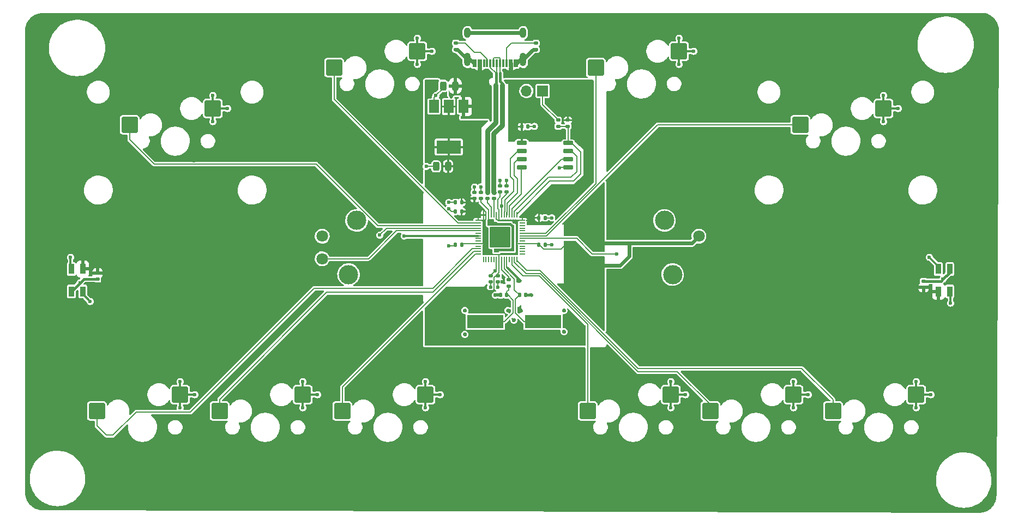
<source format=gbr>
G04 #@! TF.GenerationSoftware,KiCad,Pcbnew,(6.0.5)*
G04 #@! TF.CreationDate,2022-05-28T18:13:48+02:00*
G04 #@! TF.ProjectId,minigeki,6d696e69-6765-46b6-992e-6b696361645f,REV1*
G04 #@! TF.SameCoordinates,Original*
G04 #@! TF.FileFunction,Copper,L2,Bot*
G04 #@! TF.FilePolarity,Positive*
%FSLAX46Y46*%
G04 Gerber Fmt 4.6, Leading zero omitted, Abs format (unit mm)*
G04 Created by KiCad (PCBNEW (6.0.5)) date 2022-05-28 18:13:48*
%MOMM*%
%LPD*%
G01*
G04 APERTURE LIST*
G04 Aperture macros list*
%AMRoundRect*
0 Rectangle with rounded corners*
0 $1 Rounding radius*
0 $2 $3 $4 $5 $6 $7 $8 $9 X,Y pos of 4 corners*
0 Add a 4 corners polygon primitive as box body*
4,1,4,$2,$3,$4,$5,$6,$7,$8,$9,$2,$3,0*
0 Add four circle primitives for the rounded corners*
1,1,$1+$1,$2,$3*
1,1,$1+$1,$4,$5*
1,1,$1+$1,$6,$7*
1,1,$1+$1,$8,$9*
0 Add four rect primitives between the rounded corners*
20,1,$1+$1,$2,$3,$4,$5,0*
20,1,$1+$1,$4,$5,$6,$7,0*
20,1,$1+$1,$6,$7,$8,$9,0*
20,1,$1+$1,$8,$9,$2,$3,0*%
G04 Aperture macros list end*
G04 #@! TA.AperFunction,ComponentPad*
%ADD10C,1.800000*%
G04 #@! TD*
G04 #@! TA.AperFunction,ComponentPad*
%ADD11C,3.000000*%
G04 #@! TD*
G04 #@! TA.AperFunction,SMDPad,CuDef*
%ADD12RoundRect,0.250000X-1.025000X-1.000000X1.025000X-1.000000X1.025000X1.000000X-1.025000X1.000000X0*%
G04 #@! TD*
G04 #@! TA.AperFunction,SMDPad,CuDef*
%ADD13RoundRect,0.243750X0.243750X0.456250X-0.243750X0.456250X-0.243750X-0.456250X0.243750X-0.456250X0*%
G04 #@! TD*
G04 #@! TA.AperFunction,ComponentPad*
%ADD14R,1.700000X1.700000*%
G04 #@! TD*
G04 #@! TA.AperFunction,ComponentPad*
%ADD15O,1.700000X1.700000*%
G04 #@! TD*
G04 #@! TA.AperFunction,SMDPad,CuDef*
%ADD16RoundRect,0.147500X0.172500X-0.147500X0.172500X0.147500X-0.172500X0.147500X-0.172500X-0.147500X0*%
G04 #@! TD*
G04 #@! TA.AperFunction,SMDPad,CuDef*
%ADD17RoundRect,0.147500X-0.147500X-0.172500X0.147500X-0.172500X0.147500X0.172500X-0.147500X0.172500X0*%
G04 #@! TD*
G04 #@! TA.AperFunction,SMDPad,CuDef*
%ADD18RoundRect,0.147500X-0.172500X0.147500X-0.172500X-0.147500X0.172500X-0.147500X0.172500X0.147500X0*%
G04 #@! TD*
G04 #@! TA.AperFunction,SMDPad,CuDef*
%ADD19R,1.500000X2.000000*%
G04 #@! TD*
G04 #@! TA.AperFunction,SMDPad,CuDef*
%ADD20R,3.800000X2.000000*%
G04 #@! TD*
G04 #@! TA.AperFunction,SMDPad,CuDef*
%ADD21RoundRect,0.150000X0.650000X0.150000X-0.650000X0.150000X-0.650000X-0.150000X0.650000X-0.150000X0*%
G04 #@! TD*
G04 #@! TA.AperFunction,SMDPad,CuDef*
%ADD22RoundRect,0.147500X0.147500X0.172500X-0.147500X0.172500X-0.147500X-0.172500X0.147500X-0.172500X0*%
G04 #@! TD*
G04 #@! TA.AperFunction,SMDPad,CuDef*
%ADD23RoundRect,0.050000X0.387500X0.050000X-0.387500X0.050000X-0.387500X-0.050000X0.387500X-0.050000X0*%
G04 #@! TD*
G04 #@! TA.AperFunction,SMDPad,CuDef*
%ADD24RoundRect,0.050000X0.050000X0.387500X-0.050000X0.387500X-0.050000X-0.387500X0.050000X-0.387500X0*%
G04 #@! TD*
G04 #@! TA.AperFunction,ComponentPad*
%ADD25C,0.600000*%
G04 #@! TD*
G04 #@! TA.AperFunction,SMDPad,CuDef*
%ADD26RoundRect,0.144000X1.456000X1.456000X-1.456000X1.456000X-1.456000X-1.456000X1.456000X-1.456000X0*%
G04 #@! TD*
G04 #@! TA.AperFunction,SMDPad,CuDef*
%ADD27R,5.600000X2.100000*%
G04 #@! TD*
G04 #@! TA.AperFunction,SMDPad,CuDef*
%ADD28RoundRect,0.140000X-0.170000X0.140000X-0.170000X-0.140000X0.170000X-0.140000X0.170000X0.140000X0*%
G04 #@! TD*
G04 #@! TA.AperFunction,SMDPad,CuDef*
%ADD29RoundRect,0.135000X-0.185000X0.135000X-0.185000X-0.135000X0.185000X-0.135000X0.185000X0.135000X0*%
G04 #@! TD*
G04 #@! TA.AperFunction,SMDPad,CuDef*
%ADD30R,0.850000X1.600000*%
G04 #@! TD*
G04 #@! TA.AperFunction,SMDPad,CuDef*
%ADD31R,0.300000X1.150000*%
G04 #@! TD*
G04 #@! TA.AperFunction,ComponentPad*
%ADD32O,1.000000X2.100000*%
G04 #@! TD*
G04 #@! TA.AperFunction,ComponentPad*
%ADD33O,1.000000X1.600000*%
G04 #@! TD*
G04 #@! TA.AperFunction,SMDPad,CuDef*
%ADD34RoundRect,0.140000X0.170000X-0.140000X0.170000X0.140000X-0.170000X0.140000X-0.170000X-0.140000X0*%
G04 #@! TD*
G04 #@! TA.AperFunction,ViaPad*
%ADD35C,0.600000*%
G04 #@! TD*
G04 #@! TA.AperFunction,Conductor*
%ADD36C,0.200000*%
G04 #@! TD*
G04 #@! TA.AperFunction,Conductor*
%ADD37C,0.300000*%
G04 #@! TD*
G04 #@! TA.AperFunction,Conductor*
%ADD38C,0.600000*%
G04 #@! TD*
G04 #@! TA.AperFunction,Conductor*
%ADD39C,0.150000*%
G04 #@! TD*
G04 #@! TA.AperFunction,Conductor*
%ADD40C,0.400000*%
G04 #@! TD*
G04 #@! TA.AperFunction,Conductor*
%ADD41C,0.800000*%
G04 #@! TD*
G04 APERTURE END LIST*
D10*
X72350000Y-99850000D03*
X72350000Y-103350000D03*
X130850000Y-99850000D03*
D11*
X125500000Y-97400000D03*
X77700000Y-97400000D03*
X76440000Y-105800000D03*
X126760000Y-105800000D03*
D12*
X114835000Y-73660000D03*
X127762000Y-71120000D03*
X42445000Y-82550000D03*
X55372000Y-80010000D03*
X75465000Y-127000000D03*
X88392000Y-124460000D03*
X132615000Y-127000000D03*
X145542000Y-124460000D03*
X37365000Y-127000000D03*
X50292000Y-124460000D03*
X56415000Y-127000000D03*
X69342000Y-124460000D03*
X146585000Y-82550000D03*
X159512000Y-80010000D03*
X113565000Y-127000000D03*
X126492000Y-124460000D03*
X74195000Y-73660000D03*
X87122000Y-71120000D03*
X151665000Y-127000000D03*
X164592000Y-124460000D03*
D13*
X91912500Y-89000000D03*
X90037500Y-89000000D03*
D14*
X106592984Y-77289125D03*
D15*
X104052984Y-77289125D03*
D16*
X96000000Y-94000000D03*
X96000000Y-93030000D03*
X97000000Y-94000000D03*
X97000000Y-93030000D03*
D17*
X106000000Y-101200000D03*
X106970000Y-101200000D03*
X103330000Y-82830000D03*
X104300000Y-82830000D03*
D18*
X110500000Y-81830000D03*
X110500000Y-82800000D03*
D19*
X89700000Y-79700000D03*
D20*
X92000000Y-86000000D03*
D19*
X92000000Y-79700000D03*
X94300000Y-79700000D03*
D21*
X110550000Y-85370000D03*
X110550000Y-86640000D03*
X110550000Y-87910000D03*
X110550000Y-89180000D03*
X103350000Y-89180000D03*
X103350000Y-87910000D03*
X103350000Y-86640000D03*
X103350000Y-85370000D03*
D22*
X101000000Y-109000000D03*
X100030000Y-109000000D03*
D16*
X109000000Y-82800000D03*
X109000000Y-81830000D03*
X100000000Y-93000000D03*
X100000000Y-92030000D03*
D22*
X94000000Y-101200000D03*
X93030000Y-101200000D03*
D18*
X99619000Y-106000000D03*
X99619000Y-106970000D03*
X99000000Y-93030000D03*
X99000000Y-94000000D03*
X98500000Y-106000000D03*
X98500000Y-106970000D03*
D13*
X93000000Y-76500000D03*
X91125000Y-76500000D03*
D17*
X106000000Y-97000000D03*
X106970000Y-97000000D03*
D22*
X94000000Y-94600000D03*
X93030000Y-94600000D03*
D23*
X103437500Y-97400000D03*
X103437500Y-97800000D03*
X103437500Y-98200000D03*
X103437500Y-98600000D03*
X103437500Y-99000000D03*
X103437500Y-99400000D03*
X103437500Y-99800000D03*
X103437500Y-100200000D03*
X103437500Y-100600000D03*
X103437500Y-101000000D03*
X103437500Y-101400000D03*
X103437500Y-101800000D03*
X103437500Y-102200000D03*
X103437500Y-102600000D03*
D24*
X102600000Y-103437500D03*
X102200000Y-103437500D03*
X101800000Y-103437500D03*
X101400000Y-103437500D03*
X101000000Y-103437500D03*
X100600000Y-103437500D03*
X100200000Y-103437500D03*
X99800000Y-103437500D03*
X99400000Y-103437500D03*
X99000000Y-103437500D03*
X98600000Y-103437500D03*
X98200000Y-103437500D03*
X97800000Y-103437500D03*
X97400000Y-103437500D03*
D23*
X96562500Y-102600000D03*
X96562500Y-102200000D03*
X96562500Y-101800000D03*
X96562500Y-101400000D03*
X96562500Y-101000000D03*
X96562500Y-100600000D03*
X96562500Y-100200000D03*
X96562500Y-99800000D03*
X96562500Y-99400000D03*
X96562500Y-99000000D03*
X96562500Y-98600000D03*
X96562500Y-98200000D03*
X96562500Y-97800000D03*
X96562500Y-97400000D03*
D24*
X97400000Y-96562500D03*
X97800000Y-96562500D03*
X98200000Y-96562500D03*
X98600000Y-96562500D03*
X99000000Y-96562500D03*
X99400000Y-96562500D03*
X99800000Y-96562500D03*
X100200000Y-96562500D03*
X100600000Y-96562500D03*
X101000000Y-96562500D03*
X101400000Y-96562500D03*
X101800000Y-96562500D03*
X102200000Y-96562500D03*
X102600000Y-96562500D03*
D25*
X98725000Y-100000000D03*
X100000000Y-101275000D03*
X100000000Y-100000000D03*
X98725000Y-98725000D03*
X101275000Y-101275000D03*
X100000000Y-98725000D03*
X101275000Y-98725000D03*
X101275000Y-100000000D03*
D26*
X100000000Y-100000000D03*
D25*
X98725000Y-101275000D03*
D17*
X103000000Y-109000000D03*
X103970000Y-109000000D03*
D18*
X98000000Y-93030000D03*
X98000000Y-94000000D03*
D16*
X101000000Y-93000000D03*
X101000000Y-92030000D03*
D22*
X94000000Y-96000000D03*
X93030000Y-96000000D03*
D18*
X101300000Y-106630000D03*
X101300000Y-107600000D03*
D27*
X106659000Y-113116000D03*
X97659000Y-113116000D03*
D28*
X165735000Y-106835000D03*
X165735000Y-107795000D03*
D29*
X105568000Y-69835000D03*
X105568000Y-70855000D03*
D30*
X168035000Y-104930000D03*
X169785000Y-104930000D03*
X169785000Y-108430000D03*
X168035000Y-108430000D03*
D31*
X95868000Y-72997000D03*
X96668000Y-72997000D03*
X97968000Y-72997000D03*
X98968000Y-72997000D03*
X99468000Y-72997000D03*
X100468000Y-72997000D03*
X101768000Y-72997000D03*
X102568000Y-72997000D03*
X102268000Y-72997000D03*
X101468000Y-72997000D03*
X100968000Y-72997000D03*
X99968000Y-72997000D03*
X98468000Y-72997000D03*
X97468000Y-72997000D03*
X96968000Y-72997000D03*
X96168000Y-72997000D03*
D32*
X103538000Y-72432000D03*
D33*
X103538000Y-68252000D03*
X94898000Y-68252000D03*
D32*
X94898000Y-72432000D03*
D34*
X37465000Y-106525000D03*
X37465000Y-105565000D03*
D29*
X93122000Y-69835000D03*
X93122000Y-70855000D03*
D30*
X35165000Y-108430000D03*
X33415000Y-108430000D03*
X33415000Y-104930000D03*
X35165000Y-104930000D03*
D35*
X100444500Y-106956500D03*
X102110000Y-112900000D03*
X101210000Y-111400000D03*
X109910000Y-114700000D03*
X109910000Y-111400000D03*
X94510000Y-111400000D03*
X103200000Y-111400000D03*
X126492000Y-126492000D03*
X69342000Y-122428000D03*
X50292000Y-126492000D03*
X145542000Y-126492000D03*
X34727500Y-107117500D03*
X126492000Y-122428000D03*
X159512000Y-77978000D03*
X127762000Y-69088000D03*
X71628000Y-124460000D03*
X164592000Y-126492000D03*
X108000000Y-101200000D03*
X100000000Y-91200000D03*
X145542000Y-122428000D03*
X55372000Y-82042000D03*
X94510000Y-115100000D03*
X92000000Y-94600000D03*
X97000000Y-92200000D03*
X161798000Y-80010000D03*
X147828000Y-124460000D03*
X166878000Y-124460000D03*
X88392000Y-126492000D03*
X99619006Y-107781990D03*
X55372000Y-77978000D03*
X101000000Y-91200008D03*
X88500000Y-89000000D03*
X50292000Y-122428000D03*
X104826000Y-109000000D03*
X108000000Y-97000000D03*
X92000000Y-95600000D03*
X102921000Y-106829500D03*
X96040000Y-68252000D03*
X69342000Y-126492000D03*
X52578000Y-124460000D03*
X168747500Y-106517500D03*
X127762000Y-73152000D03*
X92000000Y-101305000D03*
X88392000Y-122428000D03*
X102464000Y-68252000D03*
X130048000Y-71120000D03*
X128778000Y-124460000D03*
X87122000Y-69088000D03*
X98500000Y-107782004D03*
X89408000Y-71120000D03*
X57658000Y-80010000D03*
X87122000Y-73152000D03*
X90000000Y-78000000D03*
X109200000Y-89200000D03*
X105300000Y-82800000D03*
X99238000Y-108988500D03*
X164592000Y-122428000D03*
X159512000Y-82042000D03*
X90678000Y-124460000D03*
X96000000Y-92200000D03*
X42700000Y-137160000D03*
X118745000Y-137160000D03*
X156608699Y-88186017D03*
X101702000Y-74168000D03*
X80645000Y-137160000D03*
X52497582Y-88109375D03*
X61595000Y-137160000D03*
X156845000Y-137160000D03*
X137795000Y-137160000D03*
X96876000Y-74168000D03*
X104648000Y-96266000D03*
X102157620Y-97650161D03*
X100200000Y-95199994D03*
X99200000Y-105200000D03*
X99300000Y-97900000D03*
X99400030Y-102100000D03*
X33274000Y-103124000D03*
X85090000Y-99822000D03*
X36322000Y-109982000D03*
X169926000Y-110236000D03*
X166624000Y-103124000D03*
X81280000Y-99695000D03*
X118110000Y-102616000D03*
D36*
X106970000Y-101200000D02*
X108000000Y-101200000D01*
D37*
X130048000Y-71120000D02*
X127762000Y-71120000D01*
X88392000Y-122428000D02*
X88392000Y-126492000D01*
D38*
X93321000Y-70855000D02*
X94898000Y-72432000D01*
D37*
X159512000Y-77978000D02*
X159512000Y-82042000D01*
X128778000Y-124460000D02*
X126492000Y-124460000D01*
D36*
X93030000Y-94600000D02*
X92000000Y-94600000D01*
D37*
X147828000Y-124460000D02*
X145542000Y-124460000D01*
D36*
X101000000Y-92030000D02*
X101000000Y-91200008D01*
X99619000Y-107781984D02*
X99619006Y-107781990D01*
D39*
X101000000Y-103437500D02*
X101000000Y-104654500D01*
D37*
X69342000Y-122428000D02*
X69342000Y-126492000D01*
D38*
X93122000Y-70855000D02*
X93321000Y-70855000D01*
D36*
X99619000Y-106970000D02*
X99619000Y-107781984D01*
D37*
X57658000Y-80010000D02*
X55372000Y-80010000D01*
D39*
X99249500Y-109000000D02*
X99238000Y-108988500D01*
D37*
X127762000Y-69088000D02*
X127762000Y-73152000D01*
D40*
X169785000Y-105480000D02*
X169785000Y-104930000D01*
D38*
X96040000Y-68252000D02*
X102464000Y-68252000D01*
X103133000Y-72432000D02*
X102568000Y-72997000D01*
D40*
X35320000Y-106525000D02*
X34727500Y-107117500D01*
D37*
X126492000Y-122428000D02*
X126492000Y-126492000D01*
D36*
X104595000Y-82830000D02*
X104625000Y-82800000D01*
X100000000Y-92030000D02*
X100000000Y-91200000D01*
D38*
X94898000Y-68252000D02*
X96040000Y-68252000D01*
D37*
X90678000Y-124460000D02*
X88392000Y-124460000D01*
D39*
X100030000Y-109000000D02*
X100030000Y-108680000D01*
D36*
X96000000Y-93030000D02*
X96000000Y-92200000D01*
D37*
X50292000Y-122428000D02*
X50292000Y-126492000D01*
D39*
X100030000Y-109000000D02*
X99249500Y-109000000D01*
D36*
X103970000Y-109000000D02*
X104826000Y-109000000D01*
D38*
X94898000Y-72432000D02*
X95303000Y-72432000D01*
D36*
X103200000Y-111650000D02*
X103200000Y-110599974D01*
D37*
X164592000Y-122428000D02*
X164592000Y-126492000D01*
D36*
X104625000Y-82800000D02*
X105300000Y-82800000D01*
X89700000Y-78300000D02*
X90000000Y-78000000D01*
D40*
X168747500Y-106517500D02*
X169785000Y-105480000D01*
X37465000Y-106525000D02*
X35320000Y-106525000D01*
D37*
X161798000Y-80010000D02*
X159512000Y-80010000D01*
X55372000Y-77978000D02*
X55372000Y-82042000D01*
D36*
X92925000Y-101305000D02*
X92000000Y-101305000D01*
D40*
X168430000Y-106835000D02*
X168747500Y-106517500D01*
D36*
X91125000Y-76875000D02*
X90000000Y-78000000D01*
D38*
X102464000Y-68252000D02*
X103538000Y-68252000D01*
D36*
X98500000Y-106970000D02*
X98500000Y-107782004D01*
D37*
X166878000Y-124460000D02*
X164592000Y-124460000D01*
D39*
X92400000Y-96000000D02*
X92000000Y-95600000D01*
X101000000Y-104654500D02*
X102921000Y-106575500D01*
D38*
X105115000Y-70855000D02*
X103538000Y-72432000D01*
D40*
X165735000Y-106835000D02*
X168430000Y-106835000D01*
D36*
X109220000Y-89180000D02*
X109200000Y-89200000D01*
D39*
X93030000Y-96000000D02*
X92400000Y-96000000D01*
D37*
X145542000Y-122428000D02*
X145542000Y-126492000D01*
X52578000Y-124460000D02*
X50292000Y-124460000D01*
X71628000Y-124460000D02*
X69342000Y-124460000D01*
D38*
X105568000Y-70855000D02*
X105115000Y-70855000D01*
D36*
X104300000Y-82830000D02*
X104595000Y-82830000D01*
D38*
X95303000Y-72432000D02*
X95868000Y-72997000D01*
X103538000Y-72432000D02*
X103133000Y-72432000D01*
D37*
X87122000Y-69088000D02*
X87122000Y-73152000D01*
D36*
X89700000Y-79700000D02*
X89700000Y-78300000D01*
D39*
X102921000Y-106575500D02*
X102921000Y-106829500D01*
D37*
X89408000Y-71120000D02*
X87122000Y-71120000D01*
D40*
X34727500Y-107117500D02*
X33415000Y-108430000D01*
D36*
X106970000Y-97000000D02*
X108000000Y-97000000D01*
X89950000Y-89000000D02*
X88500000Y-89000000D01*
X110550000Y-89180000D02*
X109220000Y-89180000D01*
X97000000Y-93030000D02*
X97000000Y-92200000D01*
D40*
X101702000Y-74168000D02*
X101768000Y-74102000D01*
X95860000Y-75184000D02*
X95352000Y-75184000D01*
X96876000Y-74168000D02*
X95860000Y-75184000D01*
X96668000Y-72997000D02*
X96668000Y-73452000D01*
X96668000Y-73452000D02*
X96876000Y-73660000D01*
X101768000Y-74102000D02*
X101768000Y-72997000D01*
X96876000Y-73660000D02*
X96876000Y-74168000D01*
D39*
X100600000Y-103437500D02*
X100600000Y-104937861D01*
X100600000Y-104937861D02*
X102200000Y-106537861D01*
X103000000Y-109000000D02*
X102349500Y-109650500D01*
X102349500Y-109650500D02*
X102349500Y-111782500D01*
X102200000Y-106537861D02*
X102200000Y-108200000D01*
X102349500Y-111782500D02*
X103683000Y-113116000D01*
X103683000Y-113116000D02*
X106659000Y-113116000D01*
X102200000Y-108200000D02*
X103000000Y-109000000D01*
X101300000Y-106200000D02*
X101300000Y-106630000D01*
X100200000Y-103437500D02*
X100200000Y-105100000D01*
X100200000Y-105100000D02*
X101300000Y-106200000D01*
X99047500Y-106251500D02*
X99047500Y-108163000D01*
D36*
X103350000Y-85370000D02*
X103350000Y-82850000D01*
X103437500Y-101000000D02*
X102600000Y-101000000D01*
X99800000Y-103437500D02*
X99800000Y-102800000D01*
X105800000Y-101000000D02*
X106000000Y-101200000D01*
X99649999Y-94112535D02*
X99649999Y-95549999D01*
X109474000Y-101854000D02*
X110236000Y-101092000D01*
X99400000Y-97200000D02*
X99600000Y-97400000D01*
X99800000Y-95700000D02*
X99800000Y-97400000D01*
D39*
X99299000Y-106000000D02*
X99047500Y-106251500D01*
D36*
X99619000Y-105686500D02*
X99619000Y-106000000D01*
X97800000Y-96562500D02*
X97800000Y-96100000D01*
D38*
X129735000Y-100965000D02*
X120015000Y-100965000D01*
D36*
X100000000Y-102600000D02*
X100314000Y-102600000D01*
X97400000Y-96562500D02*
X97400000Y-97400000D01*
X97800000Y-97200000D02*
X97600000Y-97400000D01*
X106718000Y-101854000D02*
X109474000Y-101854000D01*
X96562500Y-101000000D02*
X94200000Y-101000000D01*
X100000000Y-93762534D02*
X99649999Y-94112535D01*
X99649999Y-95549999D02*
X99800000Y-95700000D01*
D38*
X120015000Y-102997000D02*
X118618000Y-104394000D01*
D36*
X99800000Y-103437500D02*
X99800000Y-105505500D01*
X99600000Y-97400000D02*
X99800000Y-97400000D01*
X94200000Y-101000000D02*
X94000000Y-101200000D01*
X96562500Y-101000000D02*
X97400000Y-101000000D01*
X97800000Y-96562500D02*
X97800000Y-97200000D01*
D38*
X118618000Y-104394000D02*
X115316000Y-104394000D01*
D39*
X99619000Y-106000000D02*
X99299000Y-106000000D01*
D36*
X103437500Y-101000000D02*
X105800000Y-101000000D01*
X96562500Y-97400000D02*
X97400000Y-97400000D01*
D38*
X130850000Y-99850000D02*
X129735000Y-100965000D01*
X120015000Y-100965000D02*
X120015000Y-102997000D01*
D36*
X92000000Y-86000000D02*
X92000000Y-89000000D01*
X99800000Y-105505500D02*
X99619000Y-105686500D01*
D39*
X98903495Y-108307005D02*
X97858005Y-108307005D01*
D36*
X100000000Y-93000000D02*
X100000000Y-93762534D01*
X99800000Y-102800000D02*
X99903000Y-102697000D01*
D38*
X120015000Y-100965000D02*
X115570000Y-100965000D01*
D36*
X103437500Y-97400000D02*
X102600000Y-97400000D01*
X99400000Y-96562500D02*
X99400000Y-97200000D01*
X100314000Y-102600000D02*
X100330000Y-102616000D01*
X106000000Y-101200000D02*
X106064000Y-101200000D01*
X98780647Y-102697000D02*
X98630131Y-102546484D01*
X106064000Y-101200000D02*
X106718000Y-101854000D01*
X99903000Y-102697000D02*
X98780647Y-102697000D01*
X99903000Y-102697000D02*
X100000000Y-102600000D01*
X97800000Y-96100000D02*
X96400000Y-94700000D01*
D39*
X99047500Y-108163000D02*
X98903495Y-108307005D01*
D36*
X100200000Y-96562500D02*
X100200000Y-95199994D01*
X100200000Y-94095000D02*
X100200000Y-95199994D01*
X98500000Y-105900000D02*
X99200000Y-105200000D01*
X99400000Y-105000000D02*
X99200000Y-105200000D01*
X97000000Y-94600000D02*
X97000000Y-94000000D01*
X98200000Y-95800000D02*
X97000000Y-94600000D01*
X98200000Y-96562500D02*
X98200000Y-95800000D01*
X101000000Y-93295000D02*
X100200000Y-94095000D01*
X101000000Y-93000000D02*
X101000000Y-93295000D01*
X99400000Y-103437500D02*
X99400000Y-105000000D01*
X98200000Y-96562500D02*
X98200000Y-97400000D01*
X97968000Y-72272978D02*
X96952501Y-71257479D01*
X94575000Y-69835000D02*
X93122000Y-69835000D01*
X95997479Y-71257479D02*
X94575000Y-69835000D01*
X97968000Y-72997000D02*
X97968000Y-72272978D01*
X96952501Y-71257479D02*
X95997479Y-71257479D01*
D39*
X106592984Y-79422984D02*
X106592984Y-77289125D01*
X109000000Y-81830000D02*
X106592984Y-79422984D01*
D37*
X33274000Y-103124000D02*
X33274000Y-104789000D01*
X33274000Y-104789000D02*
X33415000Y-104930000D01*
X85090000Y-99822000D02*
X95758000Y-99822000D01*
X95780000Y-99800000D02*
X96562500Y-99800000D01*
X95758000Y-99822000D02*
X95780000Y-99800000D01*
X35165000Y-108430000D02*
X35165000Y-108825000D01*
X35165000Y-108825000D02*
X36322000Y-109982000D01*
D39*
X83880000Y-99000000D02*
X79530000Y-103350000D01*
X96562500Y-99000000D02*
X83880000Y-99000000D01*
X79530000Y-103350000D02*
X72350000Y-103350000D01*
D37*
X169926000Y-108571000D02*
X169785000Y-108430000D01*
X169926000Y-110236000D02*
X169926000Y-108571000D01*
X168035000Y-104535000D02*
X166624000Y-103124000D01*
X168035000Y-104930000D02*
X168035000Y-104535000D01*
D39*
X112500000Y-90200000D02*
X111400000Y-91300000D01*
X107700000Y-91300000D02*
X102600000Y-96400000D01*
X110500000Y-82800000D02*
X109000000Y-82800000D01*
X112500000Y-86800000D02*
X112500000Y-90200000D01*
X110550000Y-85370000D02*
X110550000Y-82850000D01*
X111400000Y-91300000D02*
X107700000Y-91300000D01*
X111070000Y-85370000D02*
X112500000Y-86800000D01*
D36*
X99000000Y-96562500D02*
X99000000Y-94000000D01*
X98000000Y-94700000D02*
X98000000Y-94000000D01*
X98600000Y-96562500D02*
X98600000Y-95300000D01*
X98600000Y-95300000D02*
X98000000Y-94700000D01*
D39*
X100748679Y-95976321D02*
X100748679Y-94251321D01*
X101600000Y-90600000D02*
X101600000Y-87800000D01*
X100748679Y-94251321D02*
X102100000Y-92900000D01*
X102100000Y-92900000D02*
X102100000Y-91100000D01*
X102100000Y-91100000D02*
X101600000Y-90600000D01*
X100600000Y-96125000D02*
X100748679Y-95976321D01*
X100600000Y-96562500D02*
X100600000Y-96125000D01*
X101600000Y-87800000D02*
X102760000Y-86640000D01*
X101048690Y-96523810D02*
X101048690Y-94751310D01*
X102700000Y-93100000D02*
X102700000Y-90900000D01*
X102700000Y-90900000D02*
X102200000Y-90400000D01*
X101048690Y-94751310D02*
X102700000Y-93100000D01*
X101000000Y-96572500D02*
X101048690Y-96523810D01*
X102200000Y-90400000D02*
X102200000Y-88500000D01*
X102200000Y-88500000D02*
X102790000Y-87910000D01*
X101400000Y-95200000D02*
X103300000Y-93300000D01*
X103300000Y-93300000D02*
X103300000Y-89230000D01*
X101400000Y-96572500D02*
X101400000Y-95200000D01*
X101800000Y-96572500D02*
X101800000Y-95600000D01*
X101800000Y-95600000D02*
X109490000Y-87910000D01*
X109490000Y-87910000D02*
X110550000Y-87910000D01*
X111900000Y-89800000D02*
X111900000Y-87500000D01*
X102200000Y-96000000D02*
X107500000Y-90700000D01*
X111000000Y-90700000D02*
X111900000Y-89800000D01*
X111900000Y-87500000D02*
X111040000Y-86640000D01*
X102200000Y-96572500D02*
X102200000Y-96000000D01*
X107500000Y-90700000D02*
X111000000Y-90700000D01*
D36*
X99968000Y-72222000D02*
X99918489Y-72172489D01*
D40*
X100275000Y-76075000D02*
X100000000Y-75800000D01*
D36*
X100000000Y-74525000D02*
X99968000Y-74493000D01*
X98968000Y-72222000D02*
X98968000Y-72997000D01*
X99968000Y-74493000D02*
X99968000Y-72997000D01*
D40*
X100000000Y-75800000D02*
X100000000Y-74525000D01*
D41*
X98975000Y-83896752D02*
X100275000Y-82596752D01*
X100275000Y-82596752D02*
X100275000Y-76400000D01*
X98975000Y-93005000D02*
X98975000Y-83896752D01*
D36*
X99968000Y-72997000D02*
X99968000Y-72222000D01*
D40*
X100275000Y-76400000D02*
X100275000Y-76075000D01*
D36*
X99918489Y-72172489D02*
X99017511Y-72172489D01*
D41*
X99000000Y-93030000D02*
X98975000Y-93005000D01*
D36*
X99017511Y-72172489D02*
X98968000Y-72222000D01*
X99468000Y-74407000D02*
X99468000Y-72997000D01*
D41*
X98000000Y-93030000D02*
X98025000Y-93005000D01*
D40*
X99350000Y-74525000D02*
X99350000Y-76375000D01*
D36*
X98468000Y-73643000D02*
X98468000Y-72997000D01*
D41*
X98025000Y-93005000D02*
X98025000Y-83503248D01*
X99325000Y-82203248D02*
X99325000Y-76400000D01*
X98025000Y-83503248D02*
X99325000Y-82203248D01*
D36*
X99350000Y-74525000D02*
X99468000Y-74407000D01*
X99350000Y-74525000D02*
X98468000Y-73643000D01*
D40*
X99350000Y-76375000D02*
X99325000Y-76400000D01*
D39*
X101197500Y-109000000D02*
X101968500Y-109771000D01*
X101968500Y-109771000D02*
X101968500Y-111782500D01*
X100635000Y-113116000D02*
X97659000Y-113116000D01*
X101300000Y-107600000D02*
X101300000Y-108200000D01*
X101000000Y-108500000D02*
X101000000Y-109000000D01*
X101968500Y-111782500D02*
X100635000Y-113116000D01*
X101300000Y-108200000D02*
X101000000Y-108500000D01*
D36*
X101717000Y-69835000D02*
X105568000Y-69835000D01*
X100968000Y-72997000D02*
X100968000Y-70584000D01*
X100968000Y-70584000D02*
X101717000Y-69835000D01*
X95685000Y-101800000D02*
X96562500Y-101800000D01*
X43451256Y-127190479D02*
X51879521Y-127190479D01*
X38862786Y-130764521D02*
X39877214Y-130764521D01*
X37365000Y-129266735D02*
X38862786Y-130764521D01*
X89535000Y-107950000D02*
X95685000Y-101800000D01*
X37365000Y-127000000D02*
X37365000Y-129266735D01*
X71120000Y-107950000D02*
X89535000Y-107950000D01*
X39877214Y-130764521D02*
X43451256Y-127190479D01*
X51879521Y-127190479D02*
X71120000Y-107950000D01*
X95920000Y-102200000D02*
X96562500Y-102200000D01*
X56415000Y-127000000D02*
X56415000Y-125195000D01*
X89535000Y-108585000D02*
X95920000Y-102200000D01*
X73025000Y-108585000D02*
X89535000Y-108585000D01*
X56415000Y-125195000D02*
X73025000Y-108585000D01*
X75465000Y-123290000D02*
X96155000Y-102600000D01*
X96155000Y-102600000D02*
X96562500Y-102600000D01*
X75465000Y-127000000D02*
X75465000Y-123290000D01*
X93422873Y-97800000D02*
X74195000Y-78572127D01*
X96562500Y-97800000D02*
X93422873Y-97800000D01*
X74195000Y-78572127D02*
X74195000Y-73660000D01*
X96562500Y-98200000D02*
X80974183Y-98200000D01*
X80974183Y-98200000D02*
X71433069Y-88658886D01*
X46287151Y-88658886D02*
X42445000Y-84816735D01*
X71433069Y-88658886D02*
X46287151Y-88658886D01*
X42445000Y-84816735D02*
X42445000Y-82550000D01*
D39*
X101800000Y-104340000D02*
X101800000Y-103437500D01*
D36*
X113565000Y-127000000D02*
X113565000Y-113565000D01*
X106045000Y-106045000D02*
X103505000Y-106045000D01*
X107315000Y-107315000D02*
X106045000Y-106045000D01*
X113565000Y-113565000D02*
X107315000Y-107315000D01*
D39*
X103505000Y-106045000D02*
X101800000Y-104340000D01*
D36*
X121412000Y-120904000D02*
X127508000Y-120904000D01*
X132615000Y-126011000D02*
X132615000Y-127000000D01*
X102200000Y-103898585D02*
X103996895Y-105695480D01*
X106203480Y-105695480D02*
X121412000Y-120904000D01*
X103996895Y-105695480D02*
X106203480Y-105695480D01*
X127508000Y-120904000D02*
X132615000Y-126011000D01*
X102200000Y-103437500D02*
X102200000Y-103898585D01*
X104140000Y-105156000D02*
X102600000Y-103616000D01*
X102600000Y-103616000D02*
X102600000Y-103437500D01*
X151665000Y-125249000D02*
X146812000Y-120396000D01*
X121412000Y-120396000D02*
X106172000Y-105156000D01*
X106172000Y-105156000D02*
X104140000Y-105156000D01*
X151665000Y-127000000D02*
X151665000Y-125249000D01*
X146812000Y-120396000D02*
X121412000Y-120396000D01*
X107102000Y-99400000D02*
X103437500Y-99400000D01*
X114835000Y-73660000D02*
X114835000Y-91667000D01*
X114835000Y-91667000D02*
X107102000Y-99400000D01*
X103459500Y-99822000D02*
X103437500Y-99800000D01*
X107188000Y-99822000D02*
X103459500Y-99822000D01*
X146585000Y-82550000D02*
X124460000Y-82550000D01*
X124460000Y-82550000D02*
X107188000Y-99822000D01*
X96562500Y-98600000D02*
X82375000Y-98600000D01*
X82375000Y-98600000D02*
X81280000Y-99695000D01*
X103437500Y-100200000D02*
X111884000Y-100200000D01*
X114300000Y-102616000D02*
X118110000Y-102616000D01*
X111884000Y-100200000D02*
X114300000Y-102616000D01*
G04 #@! TA.AperFunction,Conductor*
G36*
X95700000Y-75800000D02*
G01*
X98300000Y-75800000D01*
X98300000Y-81600000D01*
X93900000Y-81600000D01*
X93900000Y-81208000D01*
X94028170Y-81208000D01*
X94043169Y-81203596D01*
X94044356Y-81202226D01*
X94046000Y-81194668D01*
X94046000Y-81190169D01*
X94554000Y-81190169D01*
X94558404Y-81205168D01*
X94559774Y-81206355D01*
X94567332Y-81207999D01*
X95094726Y-81207999D01*
X95101431Y-81207636D01*
X95152477Y-81202092D01*
X95167488Y-81198522D01*
X95288190Y-81153273D01*
X95303532Y-81144874D01*
X95405835Y-81068202D01*
X95418202Y-81055835D01*
X95494874Y-80953532D01*
X95503273Y-80938190D01*
X95548524Y-80817485D01*
X95552091Y-80802482D01*
X95557637Y-80751427D01*
X95558000Y-80744729D01*
X95558000Y-79971830D01*
X95553596Y-79956831D01*
X95552226Y-79955644D01*
X95544668Y-79954000D01*
X94571830Y-79954000D01*
X94556831Y-79958404D01*
X94555644Y-79959774D01*
X94554000Y-79967332D01*
X94554000Y-81190169D01*
X94046000Y-81190169D01*
X94046000Y-79428170D01*
X94554000Y-79428170D01*
X94558404Y-79443169D01*
X94559774Y-79444356D01*
X94567332Y-79446000D01*
X95540169Y-79446000D01*
X95555168Y-79441596D01*
X95556355Y-79440226D01*
X95557999Y-79432668D01*
X95557999Y-78655274D01*
X95557636Y-78648569D01*
X95552092Y-78597523D01*
X95548522Y-78582512D01*
X95503273Y-78461810D01*
X95494874Y-78446468D01*
X95418202Y-78344165D01*
X95405835Y-78331798D01*
X95303532Y-78255126D01*
X95288190Y-78246727D01*
X95167485Y-78201476D01*
X95152482Y-78197909D01*
X95101427Y-78192363D01*
X95094729Y-78192000D01*
X94571830Y-78192000D01*
X94556831Y-78196404D01*
X94555644Y-78197774D01*
X94554000Y-78205332D01*
X94554000Y-79428170D01*
X94046000Y-79428170D01*
X94046000Y-78209831D01*
X94041596Y-78194832D01*
X94040226Y-78193645D01*
X94032668Y-78192001D01*
X93900000Y-78192001D01*
X93900000Y-78000000D01*
X92000000Y-78000000D01*
X92000000Y-77003003D01*
X92004501Y-77003003D01*
X92004831Y-77009379D01*
X92014677Y-77104279D01*
X92017525Y-77117465D01*
X92068574Y-77270480D01*
X92074643Y-77283435D01*
X92159307Y-77420252D01*
X92168196Y-77431467D01*
X92282062Y-77545133D01*
X92293291Y-77554002D01*
X92430257Y-77638428D01*
X92443215Y-77644471D01*
X92596339Y-77695260D01*
X92609507Y-77698083D01*
X92703153Y-77707678D01*
X92709459Y-77708000D01*
X92728170Y-77708000D01*
X92743169Y-77703596D01*
X92744356Y-77702226D01*
X92746000Y-77694668D01*
X92746000Y-77690169D01*
X93254000Y-77690169D01*
X93258404Y-77705168D01*
X93259774Y-77706355D01*
X93267332Y-77707999D01*
X93290503Y-77707999D01*
X93296879Y-77707669D01*
X93391779Y-77697823D01*
X93404965Y-77694975D01*
X93557980Y-77643926D01*
X93570935Y-77637857D01*
X93707752Y-77553193D01*
X93718967Y-77544304D01*
X93832633Y-77430438D01*
X93841502Y-77419209D01*
X93925928Y-77282243D01*
X93931971Y-77269285D01*
X93982760Y-77116161D01*
X93985583Y-77102993D01*
X93995178Y-77009347D01*
X93995500Y-77003041D01*
X93995500Y-76771830D01*
X93991096Y-76756831D01*
X93989726Y-76755644D01*
X93982168Y-76754000D01*
X93271830Y-76754000D01*
X93256831Y-76758404D01*
X93255644Y-76759774D01*
X93254000Y-76767332D01*
X93254000Y-77690169D01*
X92746000Y-77690169D01*
X92746000Y-76771830D01*
X92741596Y-76756831D01*
X92740226Y-76755644D01*
X92732668Y-76754000D01*
X92022331Y-76754000D01*
X92007332Y-76758404D01*
X92006145Y-76759774D01*
X92004501Y-76767332D01*
X92004501Y-77003003D01*
X92000000Y-77003003D01*
X92000000Y-76228170D01*
X92004500Y-76228170D01*
X92008904Y-76243169D01*
X92010274Y-76244356D01*
X92017832Y-76246000D01*
X92728170Y-76246000D01*
X92743169Y-76241596D01*
X92744356Y-76240226D01*
X92746000Y-76232668D01*
X92746000Y-76228170D01*
X93254000Y-76228170D01*
X93258404Y-76243169D01*
X93259774Y-76244356D01*
X93267332Y-76246000D01*
X93977669Y-76246000D01*
X93992668Y-76241596D01*
X93993855Y-76240226D01*
X93995499Y-76232668D01*
X93995499Y-75996997D01*
X93995169Y-75990621D01*
X93985323Y-75895721D01*
X93982475Y-75882535D01*
X93931426Y-75729520D01*
X93925357Y-75716565D01*
X93840693Y-75579748D01*
X93831804Y-75568533D01*
X93717938Y-75454867D01*
X93706709Y-75445998D01*
X93569743Y-75361572D01*
X93556785Y-75355529D01*
X93403661Y-75304740D01*
X93390493Y-75301917D01*
X93296847Y-75292322D01*
X93290541Y-75292000D01*
X93271830Y-75292000D01*
X93256831Y-75296404D01*
X93255644Y-75297774D01*
X93254000Y-75305332D01*
X93254000Y-76228170D01*
X92746000Y-76228170D01*
X92746000Y-75309831D01*
X92741596Y-75294832D01*
X92740226Y-75293645D01*
X92732668Y-75292001D01*
X92709497Y-75292001D01*
X92703121Y-75292331D01*
X92608221Y-75302177D01*
X92595035Y-75305025D01*
X92442020Y-75356074D01*
X92429065Y-75362143D01*
X92292248Y-75446807D01*
X92281033Y-75455696D01*
X92167367Y-75569562D01*
X92158498Y-75580791D01*
X92074072Y-75717757D01*
X92068029Y-75730715D01*
X92017240Y-75883839D01*
X92014417Y-75897007D01*
X92004822Y-75990653D01*
X92004500Y-75996959D01*
X92004500Y-76228170D01*
X92000000Y-76228170D01*
X92000000Y-75000000D01*
X95700000Y-75000000D01*
X95700000Y-75800000D01*
G37*
G04 #@! TD.AperFunction*
G04 #@! TA.AperFunction,Conductor*
G36*
X98973566Y-97217313D02*
G01*
X98998876Y-97261150D01*
X99000000Y-97274000D01*
X99000000Y-97600000D01*
X99326000Y-97600000D01*
X99373566Y-97617313D01*
X99398876Y-97661150D01*
X99400000Y-97674000D01*
X99400000Y-97800000D01*
X101683043Y-97800000D01*
X101730609Y-97817313D01*
X101750776Y-97844197D01*
X101771225Y-97890671D01*
X101854259Y-97989452D01*
X101961680Y-98060957D01*
X101966712Y-98062529D01*
X101966714Y-98062530D01*
X101983778Y-98067861D01*
X102084853Y-98099439D01*
X102090121Y-98099536D01*
X102090124Y-98099536D01*
X102120326Y-98100089D01*
X102127356Y-98100218D01*
X102174597Y-98118400D01*
X102199099Y-98162694D01*
X102200000Y-98174206D01*
X102200000Y-102126000D01*
X102182687Y-102173566D01*
X102138850Y-102198876D01*
X102126000Y-102200000D01*
X99800000Y-102200000D01*
X99800000Y-102326000D01*
X99782687Y-102373566D01*
X99738850Y-102398876D01*
X99726000Y-102400000D01*
X99074000Y-102400000D01*
X99026434Y-102382687D01*
X99001124Y-102338850D01*
X99000000Y-102326000D01*
X99000000Y-101824500D01*
X99017313Y-101776934D01*
X99061150Y-101751624D01*
X99074000Y-101750500D01*
X101499750Y-101750500D01*
X101512023Y-101749040D01*
X101519918Y-101748101D01*
X101519919Y-101748101D01*
X101525432Y-101747445D01*
X101530503Y-101745193D01*
X101530505Y-101745192D01*
X101619451Y-101705683D01*
X101625696Y-101702909D01*
X101630526Y-101698071D01*
X101698377Y-101630102D01*
X101698378Y-101630100D01*
X101703205Y-101625265D01*
X101747565Y-101524923D01*
X101750500Y-101499750D01*
X101750500Y-98500250D01*
X101747445Y-98474568D01*
X101702909Y-98374304D01*
X101625265Y-98296795D01*
X101626690Y-98295368D01*
X101602727Y-98261901D01*
X101600000Y-98241997D01*
X101600000Y-98200000D01*
X98074000Y-98200000D01*
X98026434Y-98182687D01*
X98001124Y-98138850D01*
X98000000Y-98126000D01*
X98000000Y-97374016D01*
X98012471Y-97332904D01*
X98029653Y-97307189D01*
X98035966Y-97297740D01*
X98040075Y-97277085D01*
X98043561Y-97259562D01*
X98069822Y-97216287D01*
X98116139Y-97200000D01*
X98926000Y-97200000D01*
X98973566Y-97217313D01*
G37*
G04 #@! TD.AperFunction*
G04 #@! TA.AperFunction,Conductor*
G36*
X97938798Y-107272945D02*
G01*
X97982061Y-107316208D01*
X98001498Y-107354355D01*
X98015225Y-107368082D01*
X98043002Y-107422599D01*
X98033431Y-107483031D01*
X98023762Y-107498354D01*
X98023090Y-107499229D01*
X98023088Y-107499233D01*
X98019139Y-107504379D01*
X98016656Y-107510372D01*
X98016655Y-107510375D01*
X97990011Y-107574702D01*
X97963670Y-107638295D01*
X97962824Y-107644724D01*
X97962823Y-107644726D01*
X97961310Y-107656219D01*
X97944750Y-107782004D01*
X97963670Y-107925713D01*
X98019139Y-108059629D01*
X98107379Y-108174625D01*
X98222375Y-108262865D01*
X98356291Y-108318334D01*
X98362720Y-108319180D01*
X98362722Y-108319181D01*
X98493567Y-108336407D01*
X98500000Y-108337254D01*
X98506433Y-108336407D01*
X98637278Y-108319181D01*
X98637280Y-108319180D01*
X98643709Y-108318334D01*
X98777625Y-108262865D01*
X98892621Y-108174625D01*
X98980861Y-108059629D01*
X98983377Y-108061560D01*
X99019269Y-108029263D01*
X99080121Y-108022887D01*
X99133100Y-108053497D01*
X99137761Y-108059910D01*
X99138145Y-108059615D01*
X99226385Y-108174611D01*
X99231534Y-108178562D01*
X99337729Y-108260049D01*
X99372384Y-108310474D01*
X99370782Y-108371638D01*
X99333535Y-108420180D01*
X99274869Y-108437557D01*
X99264539Y-108436744D01*
X99244433Y-108434097D01*
X99238000Y-108433250D01*
X99231567Y-108434097D01*
X99100722Y-108451323D01*
X99100720Y-108451324D01*
X99094291Y-108452170D01*
X98960375Y-108507639D01*
X98845379Y-108595879D01*
X98757139Y-108710875D01*
X98701670Y-108844791D01*
X98700824Y-108851220D01*
X98700823Y-108851222D01*
X98687051Y-108955833D01*
X98682750Y-108988500D01*
X98683597Y-108994933D01*
X98697740Y-109102355D01*
X98701670Y-109132209D01*
X98757139Y-109266125D01*
X98845379Y-109381121D01*
X98960375Y-109469361D01*
X99094291Y-109524830D01*
X99100720Y-109525676D01*
X99100722Y-109525677D01*
X99231567Y-109542903D01*
X99238000Y-109543750D01*
X99244433Y-109542903D01*
X99375278Y-109525677D01*
X99375280Y-109525676D01*
X99381709Y-109524830D01*
X99436727Y-109502041D01*
X99509629Y-109471845D01*
X99509632Y-109471844D01*
X99515625Y-109469361D01*
X99515775Y-109469246D01*
X99573020Y-109457078D01*
X99632675Y-109485532D01*
X99645645Y-109498502D01*
X99652589Y-109502040D01*
X99652590Y-109502041D01*
X99751034Y-109552201D01*
X99757978Y-109555739D01*
X99765673Y-109556958D01*
X99765674Y-109556958D01*
X99847331Y-109569891D01*
X99847333Y-109569891D01*
X99851177Y-109570500D01*
X100029977Y-109570500D01*
X100208822Y-109570499D01*
X100212664Y-109569891D01*
X100212671Y-109569890D01*
X100294327Y-109556958D01*
X100294329Y-109556957D01*
X100302022Y-109555739D01*
X100367557Y-109522347D01*
X100407410Y-109502041D01*
X100407411Y-109502040D01*
X100414355Y-109498502D01*
X100444996Y-109467861D01*
X100499513Y-109440084D01*
X100559945Y-109449655D01*
X100585004Y-109467861D01*
X100615645Y-109498502D01*
X100622589Y-109502040D01*
X100622590Y-109502041D01*
X100721034Y-109552201D01*
X100727978Y-109555739D01*
X100735673Y-109556958D01*
X100735674Y-109556958D01*
X100817331Y-109569891D01*
X100817333Y-109569891D01*
X100821177Y-109570500D01*
X100999977Y-109570500D01*
X101178822Y-109570499D01*
X101182665Y-109569890D01*
X101182670Y-109569890D01*
X101218965Y-109564142D01*
X101240235Y-109560773D01*
X101300666Y-109570345D01*
X101325724Y-109588550D01*
X101614004Y-109876830D01*
X101641781Y-109931347D01*
X101643000Y-109946834D01*
X101643000Y-110838350D01*
X101624093Y-110896541D01*
X101574593Y-110932505D01*
X101513407Y-110932505D01*
X101494501Y-110924087D01*
X101492773Y-110923090D01*
X101487625Y-110919139D01*
X101481632Y-110916656D01*
X101481629Y-110916655D01*
X101404650Y-110884770D01*
X101353709Y-110863670D01*
X101347280Y-110862824D01*
X101347278Y-110862823D01*
X101216433Y-110845597D01*
X101210000Y-110844750D01*
X101203567Y-110845597D01*
X101072722Y-110862823D01*
X101072720Y-110862824D01*
X101066291Y-110863670D01*
X100932375Y-110919139D01*
X100817379Y-111007379D01*
X100729139Y-111122375D01*
X100673670Y-111256291D01*
X100654750Y-111400000D01*
X100673670Y-111543709D01*
X100729139Y-111677625D01*
X100733090Y-111682774D01*
X100799006Y-111768677D01*
X100800019Y-111771538D01*
X100802737Y-111773540D01*
X100813425Y-111787469D01*
X100813428Y-111787472D01*
X100817379Y-111792621D01*
X100932375Y-111880861D01*
X101066291Y-111936330D01*
X101072720Y-111937176D01*
X101072722Y-111937177D01*
X101121798Y-111943638D01*
X101177023Y-111969980D01*
X101206217Y-112023751D01*
X101198231Y-112084412D01*
X101178879Y-112111795D01*
X100878504Y-112412170D01*
X100823987Y-112439947D01*
X100763555Y-112430376D01*
X100720290Y-112387111D01*
X100709500Y-112342166D01*
X100709500Y-112041326D01*
X100694966Y-111968260D01*
X100639601Y-111885399D01*
X100629450Y-111878616D01*
X100564847Y-111835451D01*
X100564848Y-111835451D01*
X100556740Y-111830034D01*
X100483674Y-111815500D01*
X95081753Y-111815500D01*
X95023562Y-111796593D01*
X94987598Y-111747093D01*
X94987598Y-111685907D01*
X94991221Y-111677774D01*
X94990861Y-111677625D01*
X95043847Y-111549703D01*
X95046330Y-111543709D01*
X95065250Y-111400000D01*
X95046330Y-111256291D01*
X94990861Y-111122375D01*
X94902621Y-111007379D01*
X94787625Y-110919139D01*
X94653709Y-110863670D01*
X94647280Y-110862824D01*
X94647278Y-110862823D01*
X94516433Y-110845597D01*
X94510000Y-110844750D01*
X94503567Y-110845597D01*
X94372722Y-110862823D01*
X94372720Y-110862824D01*
X94366291Y-110863670D01*
X94232375Y-110919139D01*
X94117379Y-111007379D01*
X94029139Y-111122375D01*
X93973670Y-111256291D01*
X93954750Y-111400000D01*
X93973670Y-111543709D01*
X94029139Y-111677625D01*
X94117379Y-111792621D01*
X94232375Y-111880861D01*
X94366291Y-111936330D01*
X94372720Y-111937176D01*
X94372722Y-111937177D01*
X94482221Y-111951593D01*
X94510000Y-111955250D01*
X94511499Y-111955053D01*
X94567691Y-111973310D01*
X94603655Y-112022810D01*
X94608500Y-112053403D01*
X94608500Y-114190674D01*
X94623034Y-114263740D01*
X94678399Y-114346601D01*
X94686509Y-114352020D01*
X94686510Y-114352021D01*
X94740904Y-114388365D01*
X94756503Y-114408152D01*
X94789136Y-114407511D01*
X94834326Y-114416500D01*
X100483674Y-114416500D01*
X100556740Y-114401966D01*
X100598619Y-114373984D01*
X100631491Y-114352020D01*
X100639601Y-114346601D01*
X100694966Y-114263740D01*
X100709500Y-114190674D01*
X100709500Y-113507360D01*
X100728407Y-113449169D01*
X100766538Y-113417737D01*
X100774684Y-113415554D01*
X100806511Y-113393268D01*
X100813795Y-113388627D01*
X100822944Y-113383345D01*
X100847455Y-113369194D01*
X100872431Y-113339429D01*
X100878265Y-113333061D01*
X101386593Y-112824733D01*
X101441110Y-112796956D01*
X101501542Y-112806527D01*
X101544807Y-112849792D01*
X101555497Y-112894322D01*
X101554750Y-112900000D01*
X101573670Y-113043709D01*
X101629139Y-113177625D01*
X101717379Y-113292621D01*
X101832375Y-113380861D01*
X101966291Y-113436330D01*
X101972720Y-113437176D01*
X101972722Y-113437177D01*
X102103567Y-113454403D01*
X102110000Y-113455250D01*
X102116433Y-113454403D01*
X102247278Y-113437177D01*
X102247280Y-113437176D01*
X102253709Y-113436330D01*
X102387625Y-113380861D01*
X102502621Y-113292621D01*
X102590861Y-113177625D01*
X102646330Y-113043709D01*
X102665250Y-112900000D01*
X102651553Y-112795962D01*
X102662703Y-112735801D01*
X102707085Y-112693684D01*
X102767747Y-112685698D01*
X102819710Y-112713036D01*
X103439731Y-113333057D01*
X103445565Y-113339424D01*
X103470545Y-113369194D01*
X103495056Y-113383345D01*
X103504205Y-113388627D01*
X103511489Y-113393268D01*
X103543316Y-113415554D01*
X103551442Y-113417732D01*
X103596088Y-113459365D01*
X103608500Y-113507360D01*
X103608500Y-114190674D01*
X103623034Y-114263740D01*
X103678399Y-114346601D01*
X103686509Y-114352020D01*
X103719381Y-114373984D01*
X103761260Y-114401966D01*
X103834326Y-114416500D01*
X109283410Y-114416500D01*
X109341601Y-114435407D01*
X109377565Y-114484907D01*
X109377565Y-114543958D01*
X109377832Y-114544030D01*
X109377565Y-114545026D01*
X109377565Y-114546093D01*
X109376521Y-114548922D01*
X109376153Y-114550297D01*
X109373670Y-114556291D01*
X109372824Y-114562720D01*
X109372823Y-114562722D01*
X109358407Y-114672221D01*
X109354750Y-114700000D01*
X109373670Y-114843709D01*
X109429139Y-114977625D01*
X109517379Y-115092621D01*
X109632375Y-115180861D01*
X109766291Y-115236330D01*
X109772720Y-115237176D01*
X109772722Y-115237177D01*
X109903567Y-115254403D01*
X109910000Y-115255250D01*
X109916433Y-115254403D01*
X110047278Y-115237177D01*
X110047280Y-115237176D01*
X110053709Y-115236330D01*
X110187625Y-115180861D01*
X110302621Y-115092621D01*
X110390861Y-114977625D01*
X110446330Y-114843709D01*
X110465250Y-114700000D01*
X110461593Y-114672221D01*
X110447177Y-114562722D01*
X110447176Y-114562720D01*
X110446330Y-114556291D01*
X110390861Y-114422375D01*
X110302621Y-114307379D01*
X110187625Y-114219139D01*
X110053709Y-114163670D01*
X110047280Y-114162824D01*
X110047278Y-114162823D01*
X109916433Y-114145597D01*
X109910000Y-114144750D01*
X109821422Y-114156412D01*
X109761262Y-114145262D01*
X109719144Y-114100880D01*
X109709500Y-114058259D01*
X109709500Y-112041741D01*
X109728407Y-111983550D01*
X109777907Y-111947586D01*
X109821421Y-111943588D01*
X109910000Y-111955250D01*
X109916433Y-111954403D01*
X110047278Y-111937177D01*
X110047280Y-111937176D01*
X110053709Y-111936330D01*
X110187625Y-111880861D01*
X110302621Y-111792621D01*
X110390861Y-111677625D01*
X110446330Y-111543709D01*
X110465250Y-111400000D01*
X110446330Y-111256291D01*
X110414566Y-111179605D01*
X110409765Y-111118609D01*
X110441735Y-111066440D01*
X110498263Y-111043025D01*
X110557758Y-111057309D01*
X110576034Y-111071716D01*
X113185504Y-113681186D01*
X113213281Y-113735703D01*
X113214500Y-113751190D01*
X113214500Y-116741000D01*
X113195593Y-116799191D01*
X113146093Y-116835155D01*
X113115500Y-116840000D01*
X88364000Y-116840000D01*
X88305809Y-116821093D01*
X88269845Y-116771593D01*
X88265000Y-116741000D01*
X88265000Y-115100000D01*
X93954750Y-115100000D01*
X93955597Y-115106433D01*
X93972699Y-115236330D01*
X93973670Y-115243709D01*
X94029139Y-115377625D01*
X94117379Y-115492621D01*
X94232375Y-115580861D01*
X94366291Y-115636330D01*
X94372720Y-115637176D01*
X94372722Y-115637177D01*
X94503567Y-115654403D01*
X94510000Y-115655250D01*
X94516433Y-115654403D01*
X94647278Y-115637177D01*
X94647280Y-115637176D01*
X94653709Y-115636330D01*
X94787625Y-115580861D01*
X94902621Y-115492621D01*
X94990861Y-115377625D01*
X95046330Y-115243709D01*
X95047302Y-115236330D01*
X95064403Y-115106433D01*
X95065250Y-115100000D01*
X95046330Y-114956291D01*
X94990861Y-114822375D01*
X94902621Y-114707379D01*
X94787625Y-114619139D01*
X94731938Y-114596073D01*
X94697583Y-114566731D01*
X94689792Y-114569605D01*
X94660282Y-114566308D01*
X94659704Y-114566153D01*
X94653709Y-114563670D01*
X94510000Y-114544750D01*
X94503567Y-114545597D01*
X94372722Y-114562823D01*
X94372720Y-114562824D01*
X94366291Y-114563670D01*
X94232375Y-114619139D01*
X94117379Y-114707379D01*
X94029139Y-114822375D01*
X93973670Y-114956291D01*
X93954750Y-115100000D01*
X88265000Y-115100000D01*
X88265000Y-111026690D01*
X88283907Y-110968499D01*
X88293996Y-110956686D01*
X91566686Y-107683996D01*
X91621203Y-107656219D01*
X91636690Y-107655000D01*
X97460000Y-107655000D01*
X97823849Y-107291151D01*
X97878366Y-107263374D01*
X97938798Y-107272945D01*
G37*
G04 #@! TD.AperFunction*
G04 #@! TA.AperFunction,Conductor*
G36*
X111756001Y-100569407D02*
G01*
X111767814Y-100579496D01*
X114018253Y-102829934D01*
X114031418Y-102846236D01*
X114037175Y-102855152D01*
X114043604Y-102860220D01*
X114062328Y-102874981D01*
X114066737Y-102878898D01*
X114066738Y-102878897D01*
X114069867Y-102881548D01*
X114072747Y-102884428D01*
X114076065Y-102886799D01*
X114076066Y-102886800D01*
X114087584Y-102895031D01*
X114091313Y-102897831D01*
X114128811Y-102927392D01*
X114136116Y-102929957D01*
X114137366Y-102930607D01*
X114143669Y-102935111D01*
X114175458Y-102944618D01*
X114189415Y-102948792D01*
X114193851Y-102950233D01*
X114233033Y-102963993D01*
X114233036Y-102963994D01*
X114238906Y-102966055D01*
X114244044Y-102966500D01*
X114246182Y-102966500D01*
X114247901Y-102966574D01*
X114249262Y-102966689D01*
X114255464Y-102968544D01*
X114263635Y-102968223D01*
X114305554Y-102966576D01*
X114309441Y-102966500D01*
X116106000Y-102966500D01*
X116164191Y-102985407D01*
X116200155Y-103034907D01*
X116205000Y-103065500D01*
X116205000Y-114454310D01*
X116186093Y-114512501D01*
X116136593Y-114548465D01*
X116075407Y-114548465D01*
X116035996Y-114524314D01*
X108855751Y-107344069D01*
X108827974Y-107289552D01*
X108837545Y-107229120D01*
X108880810Y-107185855D01*
X108927172Y-107175075D01*
X109814320Y-107187776D01*
X109814321Y-107187776D01*
X109830000Y-107188000D01*
X109830000Y-100649500D01*
X109848907Y-100591309D01*
X109898407Y-100555345D01*
X109929000Y-100550500D01*
X111697810Y-100550500D01*
X111756001Y-100569407D01*
G37*
G04 #@! TD.AperFunction*
G04 #@! TA.AperFunction,Conductor*
G36*
X99879093Y-97085822D02*
G01*
X99889477Y-97103828D01*
X99891477Y-97108331D01*
X99900000Y-97148516D01*
X99900000Y-97281843D01*
X99904122Y-97294528D01*
X99905246Y-97295345D01*
X99911320Y-97295857D01*
X99944355Y-97290994D01*
X99958871Y-97286484D01*
X100020977Y-97255991D01*
X100079664Y-97247586D01*
X100079673Y-97247506D01*
X100101060Y-97249999D01*
X100102378Y-97250153D01*
X100105354Y-97250500D01*
X100294646Y-97250500D01*
X100312561Y-97248368D01*
X100313469Y-97248260D01*
X100313470Y-97248260D01*
X100320846Y-97247382D01*
X100359839Y-97230062D01*
X100420695Y-97223719D01*
X100440057Y-97229992D01*
X100472864Y-97244496D01*
X100472866Y-97244496D01*
X100479673Y-97247506D01*
X100487067Y-97248368D01*
X100502378Y-97250153D01*
X100505354Y-97250500D01*
X100694646Y-97250500D01*
X100712561Y-97248368D01*
X100713469Y-97248260D01*
X100713470Y-97248260D01*
X100720846Y-97247382D01*
X100759839Y-97230062D01*
X100820695Y-97223719D01*
X100840057Y-97229992D01*
X100872864Y-97244496D01*
X100872866Y-97244496D01*
X100879673Y-97247506D01*
X100887067Y-97248368D01*
X100902378Y-97250153D01*
X100905354Y-97250500D01*
X101094646Y-97250500D01*
X101112561Y-97248368D01*
X101113469Y-97248260D01*
X101113470Y-97248260D01*
X101120846Y-97247382D01*
X101159839Y-97230062D01*
X101220695Y-97223719D01*
X101240057Y-97229992D01*
X101272864Y-97244496D01*
X101272866Y-97244496D01*
X101279673Y-97247506D01*
X101287067Y-97248368D01*
X101302378Y-97250153D01*
X101305354Y-97250500D01*
X101494646Y-97250500D01*
X101512561Y-97248368D01*
X101513469Y-97248260D01*
X101513470Y-97248260D01*
X101520846Y-97247382D01*
X101559839Y-97230062D01*
X101620695Y-97223719D01*
X101640057Y-97229992D01*
X101672864Y-97244496D01*
X101672866Y-97244496D01*
X101679673Y-97247506D01*
X101687067Y-97248368D01*
X101702378Y-97250153D01*
X101705354Y-97250500D01*
X101894646Y-97250500D01*
X101912561Y-97248368D01*
X101913469Y-97248260D01*
X101913470Y-97248260D01*
X101920846Y-97247382D01*
X101959839Y-97230062D01*
X102020695Y-97223719D01*
X102040057Y-97229992D01*
X102072864Y-97244496D01*
X102072866Y-97244496D01*
X102079673Y-97247506D01*
X102087067Y-97248368D01*
X102102378Y-97250153D01*
X102105354Y-97250500D01*
X102294646Y-97250500D01*
X102312561Y-97248368D01*
X102313469Y-97248260D01*
X102313470Y-97248260D01*
X102320846Y-97247382D01*
X102359839Y-97230062D01*
X102420695Y-97223719D01*
X102440057Y-97229992D01*
X102472864Y-97244496D01*
X102472866Y-97244496D01*
X102479673Y-97247506D01*
X102487067Y-97248368D01*
X102502378Y-97250153D01*
X102505354Y-97250500D01*
X102618367Y-97250500D01*
X102676558Y-97269407D01*
X102687510Y-97278646D01*
X102707984Y-97298626D01*
X102713865Y-97300000D01*
X102855987Y-97300000D01*
X102914178Y-97318907D01*
X102950142Y-97368407D01*
X102950142Y-97429593D01*
X102914178Y-97479093D01*
X102896172Y-97489477D01*
X102891669Y-97491477D01*
X102851484Y-97500000D01*
X102718157Y-97500000D01*
X102705472Y-97504122D01*
X102704655Y-97505246D01*
X102704143Y-97511320D01*
X102709006Y-97544355D01*
X102713516Y-97558871D01*
X102744009Y-97620977D01*
X102752414Y-97679664D01*
X102752494Y-97679673D01*
X102749500Y-97705354D01*
X102749500Y-97894646D01*
X102752618Y-97920846D01*
X102769938Y-97959839D01*
X102776281Y-98020695D01*
X102770008Y-98040057D01*
X102766524Y-98047939D01*
X102752494Y-98079673D01*
X102749500Y-98105354D01*
X102749500Y-98294646D01*
X102752618Y-98320846D01*
X102755634Y-98327635D01*
X102769938Y-98359839D01*
X102776281Y-98420695D01*
X102770008Y-98440057D01*
X102769662Y-98440841D01*
X102752494Y-98479673D01*
X102749500Y-98505354D01*
X102749500Y-98694646D01*
X102752618Y-98720846D01*
X102755634Y-98727635D01*
X102769938Y-98759839D01*
X102776281Y-98820695D01*
X102770008Y-98840057D01*
X102752494Y-98879673D01*
X102749500Y-98905354D01*
X102749500Y-99094646D01*
X102752618Y-99120846D01*
X102755634Y-99127635D01*
X102769938Y-99159839D01*
X102776281Y-99220695D01*
X102770008Y-99240057D01*
X102752494Y-99279673D01*
X102749500Y-99305354D01*
X102749500Y-99494646D01*
X102752618Y-99520846D01*
X102755634Y-99527635D01*
X102769938Y-99559839D01*
X102776281Y-99620695D01*
X102770008Y-99640057D01*
X102752494Y-99679673D01*
X102749500Y-99705354D01*
X102749500Y-99894646D01*
X102752618Y-99920846D01*
X102759838Y-99937101D01*
X102769938Y-99959839D01*
X102776281Y-100020695D01*
X102770008Y-100040057D01*
X102752494Y-100079673D01*
X102749500Y-100105354D01*
X102749500Y-100294646D01*
X102752618Y-100320846D01*
X102755634Y-100327635D01*
X102769938Y-100359839D01*
X102776281Y-100420695D01*
X102770008Y-100440057D01*
X102752494Y-100479673D01*
X102749500Y-100505354D01*
X102749500Y-100694646D01*
X102751877Y-100714620D01*
X102752618Y-100720846D01*
X102750008Y-100721157D01*
X102747748Y-100770291D01*
X102744041Y-100778881D01*
X102713322Y-100841726D01*
X102708840Y-100856226D01*
X102704718Y-100884483D01*
X102706965Y-100897632D01*
X102707984Y-100898626D01*
X102713864Y-100900000D01*
X102851310Y-100900000D01*
X102891331Y-100908450D01*
X102893675Y-100909486D01*
X102939256Y-100950303D01*
X102952139Y-101010117D01*
X102927405Y-101066080D01*
X102893846Y-101090510D01*
X102891676Y-101091474D01*
X102851484Y-101100000D01*
X102718157Y-101100000D01*
X102705472Y-101104122D01*
X102704655Y-101105246D01*
X102704143Y-101111320D01*
X102709006Y-101144355D01*
X102713516Y-101158871D01*
X102744009Y-101220977D01*
X102752414Y-101279664D01*
X102752494Y-101279673D01*
X102749500Y-101305354D01*
X102749500Y-101494646D01*
X102752618Y-101520846D01*
X102755634Y-101527635D01*
X102769938Y-101559839D01*
X102776281Y-101620695D01*
X102770008Y-101640057D01*
X102752494Y-101679673D01*
X102749500Y-101705354D01*
X102749500Y-101894646D01*
X102752618Y-101920846D01*
X102755634Y-101927635D01*
X102769938Y-101959839D01*
X102776281Y-102020695D01*
X102770008Y-102040057D01*
X102752494Y-102079673D01*
X102749500Y-102105354D01*
X102749500Y-102294646D01*
X102752618Y-102320846D01*
X102764322Y-102347196D01*
X102769938Y-102359839D01*
X102776281Y-102420695D01*
X102770008Y-102440057D01*
X102760770Y-102460954D01*
X102752494Y-102479673D01*
X102749500Y-102505354D01*
X102749500Y-102650500D01*
X102730593Y-102708691D01*
X102681093Y-102744655D01*
X102650500Y-102749500D01*
X102505354Y-102749500D01*
X102488951Y-102751452D01*
X102486531Y-102751740D01*
X102486530Y-102751740D01*
X102479154Y-102752618D01*
X102464210Y-102759256D01*
X102440161Y-102769938D01*
X102379305Y-102776281D01*
X102359943Y-102770008D01*
X102327136Y-102755504D01*
X102327134Y-102755504D01*
X102320327Y-102752494D01*
X102306322Y-102750861D01*
X102297494Y-102749832D01*
X102297493Y-102749832D01*
X102294646Y-102749500D01*
X102105354Y-102749500D01*
X102088951Y-102751452D01*
X102086531Y-102751740D01*
X102086530Y-102751740D01*
X102079154Y-102752618D01*
X102064210Y-102759256D01*
X102040161Y-102769938D01*
X101979305Y-102776281D01*
X101959943Y-102770008D01*
X101927136Y-102755504D01*
X101927134Y-102755504D01*
X101920327Y-102752494D01*
X101906322Y-102750861D01*
X101897494Y-102749832D01*
X101897493Y-102749832D01*
X101894646Y-102749500D01*
X101705354Y-102749500D01*
X101688951Y-102751452D01*
X101686531Y-102751740D01*
X101686530Y-102751740D01*
X101679154Y-102752618D01*
X101664210Y-102759256D01*
X101640161Y-102769938D01*
X101579305Y-102776281D01*
X101559943Y-102770008D01*
X101527136Y-102755504D01*
X101527134Y-102755504D01*
X101520327Y-102752494D01*
X101506322Y-102750861D01*
X101497494Y-102749832D01*
X101497493Y-102749832D01*
X101494646Y-102749500D01*
X101305354Y-102749500D01*
X101288951Y-102751452D01*
X101286531Y-102751740D01*
X101286530Y-102751740D01*
X101279154Y-102752618D01*
X101264210Y-102759256D01*
X101240161Y-102769938D01*
X101179305Y-102776281D01*
X101159943Y-102770008D01*
X101127136Y-102755504D01*
X101127134Y-102755504D01*
X101120327Y-102752494D01*
X101106322Y-102750861D01*
X101097494Y-102749832D01*
X101097493Y-102749832D01*
X101094646Y-102749500D01*
X100905354Y-102749500D01*
X100888951Y-102751452D01*
X100886531Y-102751740D01*
X100886530Y-102751740D01*
X100879154Y-102752618D01*
X100864210Y-102759256D01*
X100840161Y-102769938D01*
X100779305Y-102776281D01*
X100759943Y-102770008D01*
X100727136Y-102755504D01*
X100727134Y-102755504D01*
X100720327Y-102752494D01*
X100706322Y-102750861D01*
X100697494Y-102749832D01*
X100697493Y-102749832D01*
X100694646Y-102749500D01*
X100505354Y-102749500D01*
X100488951Y-102751452D01*
X100486531Y-102751740D01*
X100486530Y-102751740D01*
X100479154Y-102752618D01*
X100464210Y-102759256D01*
X100440161Y-102769938D01*
X100379305Y-102776281D01*
X100359943Y-102770008D01*
X100327136Y-102755504D01*
X100327134Y-102755504D01*
X100320327Y-102752494D01*
X100306322Y-102750861D01*
X100297494Y-102749832D01*
X100297493Y-102749832D01*
X100294646Y-102749500D01*
X100105354Y-102749500D01*
X100079154Y-102752618D01*
X100078843Y-102750008D01*
X100029709Y-102747748D01*
X100021119Y-102744041D01*
X99976946Y-102722449D01*
X99932970Y-102679908D01*
X99922397Y-102619643D01*
X99949267Y-102564673D01*
X99958454Y-102556299D01*
X99964305Y-102551603D01*
X99964306Y-102551601D01*
X99971060Y-102546181D01*
X99997179Y-102503139D01*
X100043531Y-102463202D01*
X100081814Y-102455500D01*
X102126000Y-102455500D01*
X102136457Y-102455043D01*
X102147196Y-102454575D01*
X102147213Y-102454574D01*
X102148264Y-102454528D01*
X102149326Y-102454435D01*
X102149343Y-102454434D01*
X102160534Y-102453455D01*
X102160558Y-102453453D01*
X102161114Y-102453404D01*
X102163761Y-102453114D01*
X102166827Y-102452779D01*
X102166831Y-102452778D01*
X102172202Y-102452190D01*
X102266603Y-102420144D01*
X102310440Y-102394834D01*
X102371060Y-102346181D01*
X102375551Y-102338780D01*
X102375553Y-102338778D01*
X102420255Y-102265112D01*
X102420256Y-102265111D01*
X102422778Y-102260954D01*
X102440091Y-102213388D01*
X102455500Y-102126000D01*
X102455500Y-98174206D01*
X102455010Y-98161668D01*
X102454758Y-98155207D01*
X102454757Y-98155187D01*
X102454721Y-98154270D01*
X102453820Y-98142758D01*
X102449990Y-98130000D01*
X102424195Y-98044092D01*
X102424195Y-98044091D01*
X102422672Y-98039020D01*
X102412536Y-98020695D01*
X102400000Y-97998034D01*
X102399999Y-97998033D01*
X102398170Y-97994726D01*
X102386252Y-97979306D01*
X102355929Y-97940071D01*
X102355927Y-97940069D01*
X102350635Y-97933222D01*
X102266371Y-97879951D01*
X102219130Y-97861769D01*
X102132035Y-97844761D01*
X102131716Y-97844755D01*
X102116090Y-97841519D01*
X102086330Y-97832221D01*
X102060997Y-97820138D01*
X102038100Y-97804897D01*
X102017174Y-97786188D01*
X101999476Y-97765134D01*
X101987152Y-97746377D01*
X101987070Y-97746419D01*
X101985780Y-97743891D01*
X101984638Y-97741295D01*
X101955161Y-97690878D01*
X101934994Y-97663994D01*
X101933449Y-97662290D01*
X101933443Y-97662282D01*
X101908037Y-97634251D01*
X101903224Y-97628940D01*
X101817997Y-97577222D01*
X101770431Y-97559909D01*
X101683043Y-97544500D01*
X99769551Y-97544500D01*
X99711360Y-97525593D01*
X99699545Y-97515501D01*
X99696571Y-97512527D01*
X99692621Y-97507379D01*
X99685665Y-97502041D01*
X99644861Y-97470731D01*
X99610206Y-97420306D01*
X99611808Y-97359142D01*
X99649055Y-97310600D01*
X99688450Y-97294604D01*
X99697632Y-97293035D01*
X99698626Y-97292016D01*
X99700000Y-97286136D01*
X99700000Y-97144013D01*
X99718907Y-97085822D01*
X99768407Y-97049858D01*
X99829593Y-97049858D01*
X99879093Y-97085822D01*
G37*
G04 #@! TD.AperFunction*
G04 #@! TA.AperFunction,Conductor*
G36*
X90482630Y-75583907D02*
G01*
X90518594Y-75633407D01*
X90518594Y-75694593D01*
X90503659Y-75723373D01*
X90449801Y-75795236D01*
X90443263Y-75803959D01*
X90440786Y-75810565D01*
X90440786Y-75810566D01*
X90417154Y-75873604D01*
X90393566Y-75936526D01*
X90387000Y-75996968D01*
X90387000Y-77003032D01*
X90387289Y-77005691D01*
X90393076Y-77058963D01*
X90380564Y-77118855D01*
X90364659Y-77139659D01*
X90087160Y-77417158D01*
X90032643Y-77444935D01*
X90012922Y-77445194D01*
X90012922Y-77445597D01*
X90006434Y-77445597D01*
X90000000Y-77444750D01*
X89993567Y-77445597D01*
X89862722Y-77462823D01*
X89862720Y-77462824D01*
X89856291Y-77463670D01*
X89722375Y-77519139D01*
X89607379Y-77607379D01*
X89519139Y-77722375D01*
X89463670Y-77856291D01*
X89462824Y-77862720D01*
X89462823Y-77862722D01*
X89453229Y-77935597D01*
X89444750Y-78000000D01*
X89445597Y-78006433D01*
X89445597Y-78006435D01*
X89445691Y-78007149D01*
X89445597Y-78007656D01*
X89445597Y-78012923D01*
X89444620Y-78012923D01*
X89434537Y-78067309D01*
X89428088Y-78077621D01*
X89420970Y-78087583D01*
X89418170Y-78091312D01*
X89388608Y-78128811D01*
X89386042Y-78136118D01*
X89385395Y-78137363D01*
X89380889Y-78143669D01*
X89372250Y-78172556D01*
X89367208Y-78189415D01*
X89365767Y-78193851D01*
X89354020Y-78227303D01*
X89349945Y-78238906D01*
X89349500Y-78244044D01*
X89349500Y-78246182D01*
X89349426Y-78247901D01*
X89349311Y-78249262D01*
X89347456Y-78255464D01*
X89347777Y-78263635D01*
X89349424Y-78305554D01*
X89349500Y-78309441D01*
X89349500Y-78350500D01*
X89330593Y-78408691D01*
X89281093Y-78444655D01*
X89250500Y-78449500D01*
X88925326Y-78449500D01*
X88852260Y-78464034D01*
X88769399Y-78519399D01*
X88714034Y-78602260D01*
X88699500Y-78675326D01*
X88699500Y-80724674D01*
X88714034Y-80797740D01*
X88769399Y-80880601D01*
X88852260Y-80935966D01*
X88925326Y-80950500D01*
X90474674Y-80950500D01*
X90547740Y-80935966D01*
X90630601Y-80880601D01*
X90685966Y-80797740D01*
X90697125Y-80741639D01*
X90950000Y-80741639D01*
X90950346Y-80747485D01*
X90952234Y-80763353D01*
X90956128Y-80777519D01*
X90994770Y-80864514D01*
X91004946Y-80879321D01*
X91071108Y-80945367D01*
X91085931Y-80955517D01*
X91172980Y-80994000D01*
X91187185Y-80997873D01*
X91202580Y-80999668D01*
X91208292Y-81000000D01*
X91834320Y-81000000D01*
X91847005Y-80995878D01*
X91850000Y-80991757D01*
X91850000Y-80984320D01*
X92150000Y-80984320D01*
X92154122Y-80997005D01*
X92158243Y-81000000D01*
X92791639Y-81000000D01*
X92797485Y-80999654D01*
X92813353Y-80997766D01*
X92827519Y-80993872D01*
X92914514Y-80955230D01*
X92929321Y-80945054D01*
X92995367Y-80878892D01*
X93005517Y-80864069D01*
X93044000Y-80777020D01*
X93047873Y-80762815D01*
X93049668Y-80747420D01*
X93050000Y-80741708D01*
X93050000Y-79865680D01*
X93045878Y-79852995D01*
X93041757Y-79850000D01*
X92165680Y-79850000D01*
X92152995Y-79854122D01*
X92150000Y-79858243D01*
X92150000Y-80984320D01*
X91850000Y-80984320D01*
X91850000Y-79865680D01*
X91845878Y-79852995D01*
X91841757Y-79850000D01*
X90965680Y-79850000D01*
X90952995Y-79854122D01*
X90950000Y-79858243D01*
X90950000Y-80741639D01*
X90697125Y-80741639D01*
X90700500Y-80724674D01*
X90700500Y-78675326D01*
X90685966Y-78602260D01*
X90630601Y-78519399D01*
X90547740Y-78464034D01*
X90521769Y-78458868D01*
X90468384Y-78428972D01*
X90442768Y-78373407D01*
X90454705Y-78313397D01*
X90462539Y-78301504D01*
X90476908Y-78282777D01*
X90476909Y-78282775D01*
X90480861Y-78277625D01*
X90536330Y-78143709D01*
X90537242Y-78136787D01*
X90554403Y-78006433D01*
X90555250Y-78000000D01*
X90554403Y-77993566D01*
X90554403Y-77987078D01*
X90556301Y-77987078D01*
X90565848Y-77935597D01*
X90582842Y-77912840D01*
X91016186Y-77479496D01*
X91070703Y-77451719D01*
X91086190Y-77450500D01*
X91415532Y-77450500D01*
X91435003Y-77448385D01*
X91469800Y-77444605D01*
X91469802Y-77444604D01*
X91475974Y-77443934D01*
X91608541Y-77394237D01*
X91609470Y-77396715D01*
X91658090Y-77387533D01*
X91713403Y-77413687D01*
X91742781Y-77467358D01*
X91744500Y-77485729D01*
X91744500Y-78000000D01*
X91763949Y-78097776D01*
X91819334Y-78180666D01*
X91827444Y-78186085D01*
X91876232Y-78218684D01*
X91914112Y-78266734D01*
X91916514Y-78327873D01*
X91882521Y-78378746D01*
X91821231Y-78400000D01*
X91208361Y-78400000D01*
X91202515Y-78400346D01*
X91186647Y-78402234D01*
X91172481Y-78406128D01*
X91085486Y-78444770D01*
X91070679Y-78454946D01*
X91004633Y-78521108D01*
X90994483Y-78535931D01*
X90956000Y-78622980D01*
X90952127Y-78637185D01*
X90950332Y-78652580D01*
X90950000Y-78658292D01*
X90950000Y-79534320D01*
X90954122Y-79547005D01*
X90958243Y-79550000D01*
X93034320Y-79550000D01*
X93047005Y-79545878D01*
X93050000Y-79541757D01*
X93050000Y-78658361D01*
X93049654Y-78652515D01*
X93047766Y-78636647D01*
X93043872Y-78622481D01*
X93005230Y-78535486D01*
X92995054Y-78520679D01*
X92928892Y-78454633D01*
X92906525Y-78439318D01*
X92907445Y-78437974D01*
X92869764Y-78404222D01*
X92856888Y-78344407D01*
X92881629Y-78288447D01*
X92934538Y-78257717D01*
X92955372Y-78255500D01*
X93495465Y-78255500D01*
X93553656Y-78274407D01*
X93589620Y-78323907D01*
X93589620Y-78385093D01*
X93553656Y-78434593D01*
X93514779Y-78451598D01*
X93452260Y-78464034D01*
X93369399Y-78519399D01*
X93314034Y-78602260D01*
X93299500Y-78675326D01*
X93299500Y-80724674D01*
X93314034Y-80797740D01*
X93369399Y-80880601D01*
X93452260Y-80935966D01*
X93525326Y-80950500D01*
X93585457Y-80950500D01*
X93643648Y-80969407D01*
X93679612Y-81018907D01*
X93679612Y-81080093D01*
X93671920Y-81095951D01*
X93669366Y-81102117D01*
X93663949Y-81110224D01*
X93644500Y-81208000D01*
X93644500Y-81600000D01*
X93663949Y-81697776D01*
X93719334Y-81780666D01*
X93802224Y-81836051D01*
X93900000Y-81855500D01*
X98005492Y-81855500D01*
X98063683Y-81874407D01*
X98099647Y-81923907D01*
X98099647Y-81985093D01*
X98075496Y-82024504D01*
X97100000Y-83000000D01*
X97100000Y-91546597D01*
X97081093Y-91604788D01*
X97031593Y-91640752D01*
X97003466Y-91645206D01*
X97000000Y-91644750D01*
X96993567Y-91645597D01*
X96862722Y-91662823D01*
X96862720Y-91662824D01*
X96856291Y-91663670D01*
X96722375Y-91719139D01*
X96607379Y-91807379D01*
X96603428Y-91812528D01*
X96603425Y-91812531D01*
X96578542Y-91844959D01*
X96528117Y-91879615D01*
X96466953Y-91878013D01*
X96421458Y-91844959D01*
X96396575Y-91812531D01*
X96396572Y-91812528D01*
X96392621Y-91807379D01*
X96277625Y-91719139D01*
X96143709Y-91663670D01*
X96137280Y-91662824D01*
X96137278Y-91662823D01*
X96006433Y-91645597D01*
X96000000Y-91644750D01*
X95993567Y-91645597D01*
X95862722Y-91662823D01*
X95862720Y-91662824D01*
X95856291Y-91663670D01*
X95722375Y-91719139D01*
X95607379Y-91807379D01*
X95519139Y-91922375D01*
X95463670Y-92056291D01*
X95462824Y-92062720D01*
X95462823Y-92062722D01*
X95455161Y-92120924D01*
X95444750Y-92200000D01*
X95445597Y-92206433D01*
X95458182Y-92302022D01*
X95463670Y-92343709D01*
X95519139Y-92477625D01*
X95531576Y-92493833D01*
X95552000Y-92551509D01*
X95534623Y-92610175D01*
X95523038Y-92624105D01*
X95501498Y-92645645D01*
X95444261Y-92757978D01*
X95429500Y-92851177D01*
X95429501Y-93208822D01*
X95430109Y-93212664D01*
X95430110Y-93212671D01*
X95439510Y-93272022D01*
X95444261Y-93302022D01*
X95501498Y-93414355D01*
X95506081Y-93418938D01*
X95524781Y-93476498D01*
X95505414Y-93535313D01*
X95431943Y-93634784D01*
X95425096Y-93647717D01*
X95384961Y-93762005D01*
X95382393Y-93773708D01*
X95380218Y-93796713D01*
X95380000Y-93801349D01*
X95380000Y-93834320D01*
X95384122Y-93847005D01*
X95388243Y-93850000D01*
X96051000Y-93850000D01*
X96109191Y-93868907D01*
X96145155Y-93918407D01*
X96150000Y-93949000D01*
X96150000Y-94579320D01*
X96154122Y-94592005D01*
X96158243Y-94595000D01*
X96223651Y-94595000D01*
X96228287Y-94594782D01*
X96251292Y-94592607D01*
X96262995Y-94590039D01*
X96377283Y-94549904D01*
X96390216Y-94543057D01*
X96479769Y-94476912D01*
X96537810Y-94457548D01*
X96590210Y-94474345D01*
X96590640Y-94473500D01*
X96593180Y-94474794D01*
X96593920Y-94475534D01*
X96595843Y-94476150D01*
X96597579Y-94477035D01*
X96603884Y-94481615D01*
X96602251Y-94483864D01*
X96636447Y-94518056D01*
X96647130Y-94567673D01*
X96646772Y-94575257D01*
X96645049Y-94583261D01*
X96646011Y-94591388D01*
X96648814Y-94615071D01*
X96649161Y-94620963D01*
X96649164Y-94620963D01*
X96649500Y-94625030D01*
X96649500Y-94629115D01*
X96650170Y-94633141D01*
X96650171Y-94633152D01*
X96652496Y-94647119D01*
X96653152Y-94651726D01*
X96658764Y-94699138D01*
X96662118Y-94706122D01*
X96662539Y-94707454D01*
X96663812Y-94715103D01*
X96686505Y-94757160D01*
X96688605Y-94761283D01*
X96706580Y-94798717D01*
X96706582Y-94798721D01*
X96709274Y-94804326D01*
X96712592Y-94808274D01*
X96714100Y-94809782D01*
X96715282Y-94811071D01*
X96716148Y-94812097D01*
X96719222Y-94817794D01*
X96725227Y-94823345D01*
X96725231Y-94823350D01*
X96756018Y-94851809D01*
X96758821Y-94854503D01*
X97566796Y-95662478D01*
X97594573Y-95716995D01*
X97585002Y-95777427D01*
X97541737Y-95820692D01*
X97513473Y-95830067D01*
X97502368Y-95831965D01*
X97501374Y-95832984D01*
X97500000Y-95838864D01*
X97500000Y-96446820D01*
X97504122Y-96459505D01*
X97508243Y-96462500D01*
X97750500Y-96462500D01*
X97808691Y-96481407D01*
X97844655Y-96530907D01*
X97849500Y-96561500D01*
X97849500Y-96563500D01*
X97830593Y-96621691D01*
X97781093Y-96657655D01*
X97750500Y-96662500D01*
X97515680Y-96662500D01*
X97502995Y-96666622D01*
X97500000Y-96670743D01*
X97500000Y-97281843D01*
X97504122Y-97294528D01*
X97505246Y-97295345D01*
X97511320Y-97295857D01*
X97544355Y-97290994D01*
X97566221Y-97284200D01*
X97566835Y-97286177D01*
X97617048Y-97278988D01*
X97634330Y-97284588D01*
X97634385Y-97284409D01*
X97656227Y-97291160D01*
X97659793Y-97291680D01*
X97662935Y-97293233D01*
X97663569Y-97293429D01*
X97663538Y-97293531D01*
X97714644Y-97318791D01*
X97743085Y-97372964D01*
X97744500Y-97389643D01*
X97744500Y-98126000D01*
X97744548Y-98127092D01*
X97745232Y-98142758D01*
X97745472Y-98148264D01*
X97746596Y-98161114D01*
X97746657Y-98161668D01*
X97747221Y-98166827D01*
X97747222Y-98166831D01*
X97747810Y-98172202D01*
X97779856Y-98266603D01*
X97805166Y-98310440D01*
X97853819Y-98371060D01*
X97861220Y-98375551D01*
X97861222Y-98375553D01*
X97934888Y-98420255D01*
X97939046Y-98422778D01*
X97986612Y-98440091D01*
X98029106Y-98447584D01*
X98067692Y-98454388D01*
X98121715Y-98483113D01*
X98148537Y-98538107D01*
X98149500Y-98551884D01*
X98149501Y-100020695D01*
X98149501Y-101487044D01*
X98150110Y-101490887D01*
X98150110Y-101490892D01*
X98161030Y-101559839D01*
X98164132Y-101579427D01*
X98174649Y-101600067D01*
X98215816Y-101680861D01*
X98220865Y-101690771D01*
X98309229Y-101779135D01*
X98316166Y-101782670D01*
X98316168Y-101782671D01*
X98322429Y-101785861D01*
X98420573Y-101835868D01*
X98428267Y-101837087D01*
X98428268Y-101837087D01*
X98509109Y-101849891D01*
X98509111Y-101849891D01*
X98512955Y-101850500D01*
X98645500Y-101850500D01*
X98703691Y-101869407D01*
X98739655Y-101918907D01*
X98744500Y-101949500D01*
X98744500Y-102326000D01*
X98745472Y-102348264D01*
X98745565Y-102349326D01*
X98745566Y-102349343D01*
X98746545Y-102360534D01*
X98746596Y-102361114D01*
X98746657Y-102361668D01*
X98747221Y-102366827D01*
X98747222Y-102366831D01*
X98747810Y-102372202D01*
X98779856Y-102466603D01*
X98782286Y-102470811D01*
X98782286Y-102470812D01*
X98787402Y-102479673D01*
X98805166Y-102510440D01*
X98853819Y-102571060D01*
X98861222Y-102575553D01*
X98861224Y-102575554D01*
X98875381Y-102584145D01*
X98915319Y-102630497D01*
X98920385Y-102691472D01*
X98888643Y-102743780D01*
X98864211Y-102759256D01*
X98840161Y-102769938D01*
X98779306Y-102776281D01*
X98759943Y-102770008D01*
X98727136Y-102755504D01*
X98727134Y-102755504D01*
X98720327Y-102752494D01*
X98706322Y-102750861D01*
X98697494Y-102749832D01*
X98697493Y-102749832D01*
X98694646Y-102749500D01*
X98505354Y-102749500D01*
X98488951Y-102751452D01*
X98486531Y-102751740D01*
X98486530Y-102751740D01*
X98479154Y-102752618D01*
X98464210Y-102759256D01*
X98440161Y-102769938D01*
X98379305Y-102776281D01*
X98359943Y-102770008D01*
X98327136Y-102755504D01*
X98327134Y-102755504D01*
X98320327Y-102752494D01*
X98306322Y-102750861D01*
X98297494Y-102749832D01*
X98297493Y-102749832D01*
X98294646Y-102749500D01*
X98105354Y-102749500D01*
X98088951Y-102751452D01*
X98086531Y-102751740D01*
X98086530Y-102751740D01*
X98079154Y-102752618D01*
X98064210Y-102759256D01*
X98040161Y-102769938D01*
X97979305Y-102776281D01*
X97959943Y-102770008D01*
X97927136Y-102755504D01*
X97927134Y-102755504D01*
X97920327Y-102752494D01*
X97906322Y-102750861D01*
X97897494Y-102749832D01*
X97897493Y-102749832D01*
X97894646Y-102749500D01*
X97705354Y-102749500D01*
X97688951Y-102751452D01*
X97686531Y-102751740D01*
X97686530Y-102751740D01*
X97679154Y-102752618D01*
X97664210Y-102759256D01*
X97640161Y-102769938D01*
X97579305Y-102776281D01*
X97559943Y-102770008D01*
X97527136Y-102755504D01*
X97527134Y-102755504D01*
X97520327Y-102752494D01*
X97506322Y-102750861D01*
X97497494Y-102749832D01*
X97497493Y-102749832D01*
X97494646Y-102749500D01*
X97349500Y-102749500D01*
X97291309Y-102730593D01*
X97255345Y-102681093D01*
X97250500Y-102650500D01*
X97250500Y-102505354D01*
X97247382Y-102479154D01*
X97230062Y-102440161D01*
X97223719Y-102379305D01*
X97229992Y-102359943D01*
X97244496Y-102327136D01*
X97244496Y-102327134D01*
X97247506Y-102320327D01*
X97250500Y-102294646D01*
X97250500Y-102105354D01*
X97247382Y-102079154D01*
X97230062Y-102040161D01*
X97223719Y-101979305D01*
X97229992Y-101959943D01*
X97244496Y-101927136D01*
X97244496Y-101927134D01*
X97247506Y-101920327D01*
X97250500Y-101894646D01*
X97250500Y-101705354D01*
X97247382Y-101679154D01*
X97230062Y-101640161D01*
X97223719Y-101579305D01*
X97229992Y-101559943D01*
X97244496Y-101527136D01*
X97244496Y-101527134D01*
X97247506Y-101520327D01*
X97250500Y-101494646D01*
X97250500Y-101305354D01*
X97247382Y-101279154D01*
X97249992Y-101278843D01*
X97252252Y-101229709D01*
X97255959Y-101221119D01*
X97286678Y-101158274D01*
X97291160Y-101143774D01*
X97295282Y-101115517D01*
X97293035Y-101102368D01*
X97292016Y-101101374D01*
X97286136Y-101100000D01*
X97148690Y-101100000D01*
X97108669Y-101091550D01*
X97106325Y-101090514D01*
X97060744Y-101049697D01*
X97047861Y-100989883D01*
X97072595Y-100933920D01*
X97106154Y-100909490D01*
X97108324Y-100908526D01*
X97148516Y-100900000D01*
X97281843Y-100900000D01*
X97294528Y-100895878D01*
X97295345Y-100894754D01*
X97295857Y-100888680D01*
X97290994Y-100855645D01*
X97286484Y-100841129D01*
X97255991Y-100779023D01*
X97247586Y-100720336D01*
X97247506Y-100720327D01*
X97247541Y-100720023D01*
X97250500Y-100694646D01*
X97250500Y-100505354D01*
X97247382Y-100479154D01*
X97230062Y-100440161D01*
X97223719Y-100379305D01*
X97229992Y-100359943D01*
X97244496Y-100327136D01*
X97244496Y-100327134D01*
X97247506Y-100320327D01*
X97250500Y-100294646D01*
X97250500Y-100105354D01*
X97247382Y-100079154D01*
X97230062Y-100040161D01*
X97223719Y-99979305D01*
X97229992Y-99959943D01*
X97244496Y-99927136D01*
X97244496Y-99927134D01*
X97247506Y-99920327D01*
X97250500Y-99894646D01*
X97250500Y-99705354D01*
X97247382Y-99679154D01*
X97230062Y-99640161D01*
X97223719Y-99579305D01*
X97229992Y-99559943D01*
X97244496Y-99527136D01*
X97244496Y-99527134D01*
X97247506Y-99520327D01*
X97250500Y-99494646D01*
X97250500Y-99305354D01*
X97247382Y-99279154D01*
X97230062Y-99240161D01*
X97223719Y-99179305D01*
X97229992Y-99159943D01*
X97244496Y-99127136D01*
X97244496Y-99127134D01*
X97247506Y-99120327D01*
X97250500Y-99094646D01*
X97250500Y-98905354D01*
X97247382Y-98879154D01*
X97230062Y-98840161D01*
X97223719Y-98779305D01*
X97229992Y-98759943D01*
X97244496Y-98727136D01*
X97244496Y-98727134D01*
X97247506Y-98720327D01*
X97250500Y-98694646D01*
X97250500Y-98505354D01*
X97247382Y-98479154D01*
X97230062Y-98440161D01*
X97223719Y-98379305D01*
X97229992Y-98359943D01*
X97244496Y-98327136D01*
X97244496Y-98327134D01*
X97247506Y-98320327D01*
X97250500Y-98294646D01*
X97250500Y-98105354D01*
X97247382Y-98079154D01*
X97230062Y-98040161D01*
X97223719Y-97979305D01*
X97229992Y-97959943D01*
X97244496Y-97927136D01*
X97244496Y-97927134D01*
X97247506Y-97920327D01*
X97250500Y-97894646D01*
X97250500Y-97705354D01*
X97247382Y-97679154D01*
X97249992Y-97678843D01*
X97252252Y-97629709D01*
X97255959Y-97621119D01*
X97286678Y-97558274D01*
X97291160Y-97543774D01*
X97295282Y-97515517D01*
X97293035Y-97502368D01*
X97292016Y-97501374D01*
X97286136Y-97500000D01*
X97148690Y-97500000D01*
X97108661Y-97491546D01*
X97104137Y-97489546D01*
X97058560Y-97448725D01*
X97045682Y-97388910D01*
X97070421Y-97332949D01*
X97123329Y-97302218D01*
X97144166Y-97300000D01*
X97281843Y-97300000D01*
X97295677Y-97295505D01*
X97298580Y-97292064D01*
X97298626Y-97292016D01*
X97300000Y-97286136D01*
X97300000Y-96678180D01*
X97295878Y-96665495D01*
X97291757Y-96662500D01*
X97015681Y-96662500D01*
X97002996Y-96666622D01*
X97000001Y-96670743D01*
X97000001Y-96901000D01*
X96981094Y-96959191D01*
X96931594Y-96995155D01*
X96901001Y-97000000D01*
X96678180Y-97000000D01*
X96665495Y-97004122D01*
X96662500Y-97008243D01*
X96662500Y-97284320D01*
X96674063Y-97319908D01*
X96674062Y-97381093D01*
X96638098Y-97430593D01*
X96579908Y-97449500D01*
X96542192Y-97449500D01*
X96484001Y-97430593D01*
X96448037Y-97381093D01*
X96448037Y-97319907D01*
X96462099Y-97292310D01*
X96462500Y-97291758D01*
X96462500Y-97015681D01*
X96458378Y-97002996D01*
X96454257Y-97000001D01*
X96145443Y-97000001D01*
X96138246Y-97000528D01*
X96080645Y-97009006D01*
X96066127Y-97013517D01*
X95975784Y-97057873D01*
X95962658Y-97067270D01*
X95891899Y-97138152D01*
X95882526Y-97151294D01*
X95838322Y-97241726D01*
X95833840Y-97256226D01*
X95829718Y-97284483D01*
X95836304Y-97323015D01*
X95841976Y-97333818D01*
X95833145Y-97394363D01*
X95790413Y-97438153D01*
X95744392Y-97449500D01*
X93609063Y-97449500D01*
X93550872Y-97430593D01*
X93539059Y-97420504D01*
X92858059Y-96739504D01*
X92830282Y-96684987D01*
X92839853Y-96624555D01*
X92883118Y-96581290D01*
X92928063Y-96570500D01*
X93191578Y-96570499D01*
X93208822Y-96570499D01*
X93212664Y-96569891D01*
X93212671Y-96569890D01*
X93294327Y-96556958D01*
X93294329Y-96556957D01*
X93302022Y-96555739D01*
X93414355Y-96498502D01*
X93418938Y-96493919D01*
X93476498Y-96475219D01*
X93535313Y-96494586D01*
X93634784Y-96568057D01*
X93647717Y-96574904D01*
X93762005Y-96615039D01*
X93773708Y-96617607D01*
X93796713Y-96619782D01*
X93801349Y-96620000D01*
X93834320Y-96620000D01*
X93847005Y-96615878D01*
X93850000Y-96611757D01*
X93850000Y-96604320D01*
X94150000Y-96604320D01*
X94154122Y-96617005D01*
X94158243Y-96620000D01*
X94198651Y-96620000D01*
X94203287Y-96619782D01*
X94226292Y-96617607D01*
X94237995Y-96615039D01*
X94352283Y-96574904D01*
X94365216Y-96568057D01*
X94461548Y-96496905D01*
X94471905Y-96486548D01*
X94501249Y-96446820D01*
X97000000Y-96446820D01*
X97004122Y-96459505D01*
X97008243Y-96462500D01*
X97284320Y-96462500D01*
X97297005Y-96458378D01*
X97300000Y-96454257D01*
X97300000Y-95843157D01*
X97295878Y-95830472D01*
X97294754Y-95829655D01*
X97288680Y-95829143D01*
X97255645Y-95834006D01*
X97241127Y-95838517D01*
X97150784Y-95882873D01*
X97137658Y-95892270D01*
X97066899Y-95963152D01*
X97057526Y-95976294D01*
X97013324Y-96066722D01*
X97008839Y-96081231D01*
X97000517Y-96138278D01*
X97000000Y-96145405D01*
X97000000Y-96446820D01*
X94501249Y-96446820D01*
X94543057Y-96390216D01*
X94549904Y-96377283D01*
X94590039Y-96262995D01*
X94592607Y-96251292D01*
X94594782Y-96228287D01*
X94595000Y-96223651D01*
X94595000Y-96165680D01*
X94590878Y-96152995D01*
X94586757Y-96150000D01*
X94165680Y-96150000D01*
X94152995Y-96154122D01*
X94150000Y-96158243D01*
X94150000Y-96604320D01*
X93850000Y-96604320D01*
X93850000Y-95949000D01*
X93868907Y-95890809D01*
X93918407Y-95854845D01*
X93949000Y-95850000D01*
X94579320Y-95850000D01*
X94592005Y-95845878D01*
X94595000Y-95841757D01*
X94595000Y-95776349D01*
X94594782Y-95771713D01*
X94592607Y-95748708D01*
X94590039Y-95737005D01*
X94549904Y-95622717D01*
X94543057Y-95609784D01*
X94471905Y-95513452D01*
X94461548Y-95503095D01*
X94365216Y-95431943D01*
X94352283Y-95425096D01*
X94262049Y-95393408D01*
X94213410Y-95356288D01*
X94195878Y-95297668D01*
X94216151Y-95239939D01*
X94262049Y-95206592D01*
X94352283Y-95174904D01*
X94365216Y-95168057D01*
X94461548Y-95096905D01*
X94471905Y-95086548D01*
X94543057Y-94990216D01*
X94549904Y-94977283D01*
X94590039Y-94862995D01*
X94592607Y-94851292D01*
X94594782Y-94828287D01*
X94595000Y-94823651D01*
X94595000Y-94765680D01*
X94590878Y-94752995D01*
X94586757Y-94750000D01*
X93949000Y-94750000D01*
X93890809Y-94731093D01*
X93854845Y-94681593D01*
X93850000Y-94651000D01*
X93850000Y-94434320D01*
X94150000Y-94434320D01*
X94154122Y-94447005D01*
X94158243Y-94450000D01*
X94579320Y-94450000D01*
X94592005Y-94445878D01*
X94595000Y-94441757D01*
X94595000Y-94376349D01*
X94594782Y-94371713D01*
X94592607Y-94348708D01*
X94590039Y-94337005D01*
X94549904Y-94222717D01*
X94543057Y-94209784D01*
X94534834Y-94198651D01*
X95380000Y-94198651D01*
X95380218Y-94203287D01*
X95382393Y-94226292D01*
X95384961Y-94237995D01*
X95425096Y-94352283D01*
X95431943Y-94365216D01*
X95503095Y-94461548D01*
X95513452Y-94471905D01*
X95609784Y-94543057D01*
X95622717Y-94549904D01*
X95737005Y-94590039D01*
X95748708Y-94592607D01*
X95771713Y-94594782D01*
X95776349Y-94595000D01*
X95834320Y-94595000D01*
X95847005Y-94590878D01*
X95850000Y-94586757D01*
X95850000Y-94165680D01*
X95845878Y-94152995D01*
X95841757Y-94150000D01*
X95395680Y-94150000D01*
X95382995Y-94154122D01*
X95380000Y-94158243D01*
X95380000Y-94198651D01*
X94534834Y-94198651D01*
X94471905Y-94113452D01*
X94461548Y-94103095D01*
X94365216Y-94031943D01*
X94352283Y-94025096D01*
X94237995Y-93984961D01*
X94226292Y-93982393D01*
X94203287Y-93980218D01*
X94198651Y-93980000D01*
X94165680Y-93980000D01*
X94152995Y-93984122D01*
X94150000Y-93988243D01*
X94150000Y-94434320D01*
X93850000Y-94434320D01*
X93850000Y-93995680D01*
X93845878Y-93982995D01*
X93841757Y-93980000D01*
X93801349Y-93980000D01*
X93796713Y-93980218D01*
X93773708Y-93982393D01*
X93762005Y-93984961D01*
X93647717Y-94025096D01*
X93634784Y-94031943D01*
X93535313Y-94105414D01*
X93477273Y-94124778D01*
X93418934Y-94106077D01*
X93414355Y-94101498D01*
X93302022Y-94044261D01*
X93294327Y-94043042D01*
X93294326Y-94043042D01*
X93212669Y-94030109D01*
X93212667Y-94030109D01*
X93208823Y-94029500D01*
X93030023Y-94029500D01*
X92851178Y-94029501D01*
X92847336Y-94030109D01*
X92847329Y-94030110D01*
X92765673Y-94043042D01*
X92765671Y-94043043D01*
X92757978Y-94044261D01*
X92719886Y-94063670D01*
X92652590Y-94097959D01*
X92652589Y-94097960D01*
X92645645Y-94101498D01*
X92556498Y-94190645D01*
X92552963Y-94197584D01*
X92548997Y-94203042D01*
X92499497Y-94239006D01*
X92438312Y-94239007D01*
X92398900Y-94214856D01*
X92396572Y-94212528D01*
X92392621Y-94207379D01*
X92277625Y-94119139D01*
X92143709Y-94063670D01*
X92137280Y-94062824D01*
X92137278Y-94062823D01*
X92006433Y-94045597D01*
X92000000Y-94044750D01*
X91993567Y-94045597D01*
X91862722Y-94062823D01*
X91862720Y-94062824D01*
X91856291Y-94063670D01*
X91722375Y-94119139D01*
X91607379Y-94207379D01*
X91519139Y-94322375D01*
X91463670Y-94456291D01*
X91462824Y-94462720D01*
X91462823Y-94462722D01*
X91461016Y-94476448D01*
X91444750Y-94600000D01*
X91445597Y-94606433D01*
X91461749Y-94729115D01*
X91463670Y-94743709D01*
X91519139Y-94877625D01*
X91607379Y-94992621D01*
X91612528Y-94996572D01*
X91612531Y-94996575D01*
X91644959Y-95021458D01*
X91679615Y-95071883D01*
X91678013Y-95133047D01*
X91644959Y-95178542D01*
X91612531Y-95203425D01*
X91612528Y-95203428D01*
X91607379Y-95207379D01*
X91603428Y-95212528D01*
X91603425Y-95212531D01*
X91553905Y-95277067D01*
X91503481Y-95311723D01*
X91442316Y-95310122D01*
X91405359Y-95286804D01*
X88293996Y-92175441D01*
X88266219Y-92120924D01*
X88265000Y-92105437D01*
X88265000Y-89637199D01*
X88283907Y-89579008D01*
X88333407Y-89543044D01*
X88376921Y-89539046D01*
X88500000Y-89555250D01*
X88506433Y-89554403D01*
X88637278Y-89537177D01*
X88637280Y-89537176D01*
X88643709Y-89536330D01*
X88777625Y-89480861D01*
X88892621Y-89392621D01*
X88896572Y-89387472D01*
X88901159Y-89382885D01*
X88902501Y-89384227D01*
X88945656Y-89354574D01*
X88973764Y-89350500D01*
X89200500Y-89350500D01*
X89258691Y-89369407D01*
X89294655Y-89418907D01*
X89299500Y-89449500D01*
X89299500Y-89503032D01*
X89299789Y-89505691D01*
X89305173Y-89555250D01*
X89306066Y-89563474D01*
X89355763Y-89696041D01*
X89359993Y-89701685D01*
X89359994Y-89701687D01*
X89436436Y-89803683D01*
X89440669Y-89809331D01*
X89446317Y-89813564D01*
X89548313Y-89890006D01*
X89548315Y-89890007D01*
X89553959Y-89894237D01*
X89686526Y-89943934D01*
X89692698Y-89944604D01*
X89692700Y-89944605D01*
X89727497Y-89948385D01*
X89746968Y-89950500D01*
X90328032Y-89950500D01*
X90347503Y-89948385D01*
X90382300Y-89944605D01*
X90382302Y-89944604D01*
X90388474Y-89943934D01*
X90521041Y-89894237D01*
X90526685Y-89890007D01*
X90526687Y-89890006D01*
X90628683Y-89813564D01*
X90634331Y-89809331D01*
X90638564Y-89803683D01*
X90715006Y-89701687D01*
X90715007Y-89701685D01*
X90719237Y-89696041D01*
X90768934Y-89563474D01*
X90769828Y-89555250D01*
X90775211Y-89505691D01*
X90775500Y-89503032D01*
X90775500Y-89495505D01*
X91125000Y-89495505D01*
X91125359Y-89501461D01*
X91134967Y-89580861D01*
X91138071Y-89593081D01*
X91188090Y-89719415D01*
X91194654Y-89731063D01*
X91276564Y-89838976D01*
X91286024Y-89848436D01*
X91393937Y-89930346D01*
X91405585Y-89936910D01*
X91531919Y-89986929D01*
X91544139Y-89990033D01*
X91623539Y-89999641D01*
X91629495Y-90000000D01*
X91746820Y-90000000D01*
X91759505Y-89995878D01*
X91762500Y-89991757D01*
X91762500Y-89984320D01*
X92062500Y-89984320D01*
X92066622Y-89997005D01*
X92070743Y-90000000D01*
X92195505Y-90000000D01*
X92201461Y-89999641D01*
X92280861Y-89990033D01*
X92293081Y-89986929D01*
X92419415Y-89936910D01*
X92431063Y-89930346D01*
X92538976Y-89848436D01*
X92548436Y-89838976D01*
X92630346Y-89731063D01*
X92636910Y-89719415D01*
X92686929Y-89593081D01*
X92690033Y-89580861D01*
X92699641Y-89501461D01*
X92700000Y-89495505D01*
X92700000Y-89165680D01*
X92695878Y-89152995D01*
X92691757Y-89150000D01*
X92078180Y-89150000D01*
X92065495Y-89154122D01*
X92062500Y-89158243D01*
X92062500Y-89984320D01*
X91762500Y-89984320D01*
X91762500Y-89165680D01*
X91758378Y-89152995D01*
X91754257Y-89150000D01*
X91140680Y-89150000D01*
X91127995Y-89154122D01*
X91125000Y-89158243D01*
X91125000Y-89495505D01*
X90775500Y-89495505D01*
X90775500Y-88834320D01*
X91125000Y-88834320D01*
X91129122Y-88847005D01*
X91133243Y-88850000D01*
X91746820Y-88850000D01*
X91759505Y-88845878D01*
X91762500Y-88841757D01*
X91762500Y-88834320D01*
X92062500Y-88834320D01*
X92066622Y-88847005D01*
X92070743Y-88850000D01*
X92684320Y-88850000D01*
X92697005Y-88845878D01*
X92700000Y-88841757D01*
X92700000Y-88504495D01*
X92699641Y-88498539D01*
X92690033Y-88419139D01*
X92686929Y-88406919D01*
X92636910Y-88280585D01*
X92630346Y-88268937D01*
X92548436Y-88161024D01*
X92538976Y-88151564D01*
X92431063Y-88069654D01*
X92419415Y-88063090D01*
X92293081Y-88013071D01*
X92280861Y-88009967D01*
X92201461Y-88000359D01*
X92195505Y-88000000D01*
X92078180Y-88000000D01*
X92065495Y-88004122D01*
X92062500Y-88008243D01*
X92062500Y-88834320D01*
X91762500Y-88834320D01*
X91762500Y-88015680D01*
X91758378Y-88002995D01*
X91754257Y-88000000D01*
X91629495Y-88000000D01*
X91623539Y-88000359D01*
X91544139Y-88009967D01*
X91531919Y-88013071D01*
X91405585Y-88063090D01*
X91393937Y-88069654D01*
X91286024Y-88151564D01*
X91276564Y-88161024D01*
X91194654Y-88268937D01*
X91188090Y-88280585D01*
X91138071Y-88406919D01*
X91134967Y-88419139D01*
X91125359Y-88498539D01*
X91125000Y-88504495D01*
X91125000Y-88834320D01*
X90775500Y-88834320D01*
X90775500Y-88496968D01*
X90773385Y-88477497D01*
X90769605Y-88442700D01*
X90769604Y-88442698D01*
X90768934Y-88436526D01*
X90719237Y-88303959D01*
X90710081Y-88291741D01*
X90638564Y-88196317D01*
X90634331Y-88190669D01*
X90628683Y-88186436D01*
X90526687Y-88109994D01*
X90526685Y-88109993D01*
X90521041Y-88105763D01*
X90388474Y-88056066D01*
X90382302Y-88055396D01*
X90382300Y-88055395D01*
X90347503Y-88051615D01*
X90328032Y-88049500D01*
X89746968Y-88049500D01*
X89727497Y-88051615D01*
X89692700Y-88055395D01*
X89692698Y-88055396D01*
X89686526Y-88056066D01*
X89553959Y-88105763D01*
X89548315Y-88109993D01*
X89548313Y-88109994D01*
X89446317Y-88186436D01*
X89440669Y-88190669D01*
X89436436Y-88196317D01*
X89364920Y-88291741D01*
X89355763Y-88303959D01*
X89306066Y-88436526D01*
X89305396Y-88442698D01*
X89305395Y-88442700D01*
X89301615Y-88477497D01*
X89299500Y-88496968D01*
X89299500Y-88550500D01*
X89280593Y-88608691D01*
X89231093Y-88644655D01*
X89200500Y-88649500D01*
X88973764Y-88649500D01*
X88915573Y-88630593D01*
X88901444Y-88616830D01*
X88901159Y-88617115D01*
X88896572Y-88612528D01*
X88892621Y-88607379D01*
X88777625Y-88519139D01*
X88643709Y-88463670D01*
X88637280Y-88462824D01*
X88637278Y-88462823D01*
X88527779Y-88448407D01*
X88500000Y-88444750D01*
X88376921Y-88460954D01*
X88316762Y-88449804D01*
X88274644Y-88405422D01*
X88265000Y-88362801D01*
X88265000Y-87041639D01*
X89800000Y-87041639D01*
X89800346Y-87047485D01*
X89802234Y-87063353D01*
X89806128Y-87077519D01*
X89844770Y-87164514D01*
X89854946Y-87179321D01*
X89921108Y-87245367D01*
X89935931Y-87255517D01*
X90022980Y-87294000D01*
X90037185Y-87297873D01*
X90052580Y-87299668D01*
X90058292Y-87300000D01*
X91834320Y-87300000D01*
X91847005Y-87295878D01*
X91850000Y-87291757D01*
X91850000Y-87284320D01*
X92150000Y-87284320D01*
X92154122Y-87297005D01*
X92158243Y-87300000D01*
X93941639Y-87300000D01*
X93947485Y-87299654D01*
X93963353Y-87297766D01*
X93977519Y-87293872D01*
X94064514Y-87255230D01*
X94079321Y-87245054D01*
X94145367Y-87178892D01*
X94155517Y-87164069D01*
X94194000Y-87077020D01*
X94197873Y-87062815D01*
X94199668Y-87047420D01*
X94200000Y-87041708D01*
X94200000Y-86165680D01*
X94195878Y-86152995D01*
X94191757Y-86150000D01*
X92165680Y-86150000D01*
X92152995Y-86154122D01*
X92150000Y-86158243D01*
X92150000Y-87284320D01*
X91850000Y-87284320D01*
X91850000Y-86165680D01*
X91845878Y-86152995D01*
X91841757Y-86150000D01*
X89815680Y-86150000D01*
X89802995Y-86154122D01*
X89800000Y-86158243D01*
X89800000Y-87041639D01*
X88265000Y-87041639D01*
X88265000Y-85834320D01*
X89800000Y-85834320D01*
X89804122Y-85847005D01*
X89808243Y-85850000D01*
X91834320Y-85850000D01*
X91847005Y-85845878D01*
X91850000Y-85841757D01*
X91850000Y-85834320D01*
X92150000Y-85834320D01*
X92154122Y-85847005D01*
X92158243Y-85850000D01*
X94184320Y-85850000D01*
X94197005Y-85845878D01*
X94200000Y-85841757D01*
X94200000Y-84958361D01*
X94199654Y-84952515D01*
X94197766Y-84936647D01*
X94193872Y-84922481D01*
X94155230Y-84835486D01*
X94145054Y-84820679D01*
X94078892Y-84754633D01*
X94064069Y-84744483D01*
X93977020Y-84706000D01*
X93962815Y-84702127D01*
X93947420Y-84700332D01*
X93941708Y-84700000D01*
X92165680Y-84700000D01*
X92152995Y-84704122D01*
X92150000Y-84708243D01*
X92150000Y-85834320D01*
X91850000Y-85834320D01*
X91850000Y-84715680D01*
X91845878Y-84702995D01*
X91841757Y-84700000D01*
X90058361Y-84700000D01*
X90052515Y-84700346D01*
X90036647Y-84702234D01*
X90022481Y-84706128D01*
X89935486Y-84744770D01*
X89920679Y-84754946D01*
X89854633Y-84821108D01*
X89844483Y-84835931D01*
X89806000Y-84922980D01*
X89802127Y-84937185D01*
X89800332Y-84952580D01*
X89800000Y-84958292D01*
X89800000Y-85834320D01*
X88265000Y-85834320D01*
X88265000Y-75664000D01*
X88283907Y-75605809D01*
X88333407Y-75569845D01*
X88364000Y-75565000D01*
X90424439Y-75565000D01*
X90482630Y-75583907D01*
G37*
G04 #@! TD.AperFunction*
G04 #@! TA.AperFunction,Conductor*
G36*
X116150945Y-91451480D02*
G01*
X116194210Y-91494745D01*
X116205000Y-91539690D01*
X116205000Y-102166500D01*
X116186093Y-102224691D01*
X116136593Y-102260655D01*
X116106000Y-102265500D01*
X114486190Y-102265500D01*
X114427999Y-102246593D01*
X114416186Y-102236504D01*
X112165745Y-99986063D01*
X112152580Y-99969760D01*
X112151267Y-99967726D01*
X112151264Y-99967722D01*
X112146825Y-99960848D01*
X112121668Y-99941015D01*
X112117263Y-99937101D01*
X112117262Y-99937102D01*
X112114131Y-99934449D01*
X112111254Y-99931572D01*
X112096399Y-99920956D01*
X112092681Y-99918165D01*
X112086725Y-99913469D01*
X112055189Y-99888608D01*
X112047882Y-99886042D01*
X112046637Y-99885395D01*
X112040331Y-99880889D01*
X112008542Y-99871382D01*
X111994585Y-99867208D01*
X111990149Y-99865767D01*
X111950967Y-99852007D01*
X111950964Y-99852006D01*
X111945094Y-99849945D01*
X111939956Y-99849500D01*
X111937818Y-99849500D01*
X111936099Y-99849426D01*
X111934738Y-99849311D01*
X111928536Y-99847456D01*
X111920365Y-99847777D01*
X111878446Y-99849424D01*
X111874559Y-99849500D01*
X109929000Y-99849500D01*
X109870809Y-99830593D01*
X109834845Y-99781093D01*
X109830000Y-99750500D01*
X109830000Y-98044000D01*
X109821463Y-98044258D01*
X109821462Y-98044258D01*
X109773500Y-98045708D01*
X109699697Y-98047939D01*
X109640962Y-98030798D01*
X109603519Y-97982408D01*
X109601670Y-97921250D01*
X109626702Y-97878980D01*
X116035996Y-91469686D01*
X116090513Y-91441909D01*
X116150945Y-91451480D01*
G37*
G04 #@! TD.AperFunction*
G04 #@! TA.AperFunction,Conductor*
G36*
X114443691Y-75583907D02*
G01*
X114479655Y-75633407D01*
X114484500Y-75664000D01*
X114484500Y-91480811D01*
X114465593Y-91539002D01*
X114455504Y-91550815D01*
X108657549Y-97348769D01*
X108603032Y-97376546D01*
X108542600Y-97366975D01*
X108499335Y-97323710D01*
X108489764Y-97263278D01*
X108496081Y-97240880D01*
X108503217Y-97223651D01*
X108536330Y-97143709D01*
X108538529Y-97127011D01*
X108552574Y-97020327D01*
X108555250Y-97000000D01*
X108546244Y-96931594D01*
X108537177Y-96862722D01*
X108537176Y-96862720D01*
X108536330Y-96856291D01*
X108480861Y-96722375D01*
X108392621Y-96607379D01*
X108277625Y-96519139D01*
X108143709Y-96463670D01*
X108137280Y-96462824D01*
X108137278Y-96462823D01*
X108006433Y-96445597D01*
X108000000Y-96444750D01*
X107993567Y-96445597D01*
X107862722Y-96462823D01*
X107862720Y-96462824D01*
X107856291Y-96463670D01*
X107722375Y-96519139D01*
X107607379Y-96607379D01*
X107603428Y-96612528D01*
X107601100Y-96614856D01*
X107546583Y-96642633D01*
X107486151Y-96633062D01*
X107451003Y-96603042D01*
X107447037Y-96597584D01*
X107443502Y-96590645D01*
X107354355Y-96501498D01*
X107347411Y-96497960D01*
X107347410Y-96497959D01*
X107248966Y-96447799D01*
X107248965Y-96447799D01*
X107242022Y-96444261D01*
X107234327Y-96443042D01*
X107234326Y-96443042D01*
X107152669Y-96430109D01*
X107152667Y-96430109D01*
X107148823Y-96429500D01*
X106970023Y-96429500D01*
X106791178Y-96429501D01*
X106787336Y-96430109D01*
X106787329Y-96430110D01*
X106705673Y-96443042D01*
X106705671Y-96443043D01*
X106697978Y-96444261D01*
X106585645Y-96501498D01*
X106581062Y-96506081D01*
X106523502Y-96524781D01*
X106464687Y-96505414D01*
X106365216Y-96431943D01*
X106352283Y-96425096D01*
X106237995Y-96384961D01*
X106226292Y-96382393D01*
X106203287Y-96380218D01*
X106198651Y-96380000D01*
X106165680Y-96380000D01*
X106152995Y-96384122D01*
X106150000Y-96388243D01*
X106150000Y-97604320D01*
X106154122Y-97617005D01*
X106158243Y-97620000D01*
X106198651Y-97620000D01*
X106203287Y-97619782D01*
X106226292Y-97617607D01*
X106237995Y-97615039D01*
X106352283Y-97574904D01*
X106365216Y-97568057D01*
X106464687Y-97494586D01*
X106522727Y-97475222D01*
X106581066Y-97493923D01*
X106585645Y-97498502D01*
X106595317Y-97503430D01*
X106674496Y-97543774D01*
X106697978Y-97555739D01*
X106705673Y-97556958D01*
X106705674Y-97556958D01*
X106787331Y-97569891D01*
X106787333Y-97569891D01*
X106791177Y-97570500D01*
X106969977Y-97570500D01*
X107148822Y-97570499D01*
X107152664Y-97569891D01*
X107152671Y-97569890D01*
X107234327Y-97556958D01*
X107234329Y-97556957D01*
X107242022Y-97555739D01*
X107305785Y-97523250D01*
X107347410Y-97502041D01*
X107347411Y-97502040D01*
X107354355Y-97498502D01*
X107443502Y-97409355D01*
X107447037Y-97402416D01*
X107451003Y-97396958D01*
X107500503Y-97360994D01*
X107561688Y-97360993D01*
X107601100Y-97385144D01*
X107603428Y-97387472D01*
X107607379Y-97392621D01*
X107722375Y-97480861D01*
X107856291Y-97536330D01*
X107862720Y-97537176D01*
X107862722Y-97537177D01*
X107993567Y-97554403D01*
X108000000Y-97555250D01*
X108006433Y-97554403D01*
X108137278Y-97537177D01*
X108137280Y-97537176D01*
X108143709Y-97536330D01*
X108240880Y-97496081D01*
X108301877Y-97491280D01*
X108354045Y-97523250D01*
X108377460Y-97579778D01*
X108363176Y-97639273D01*
X108348769Y-97657549D01*
X107931866Y-98074452D01*
X107877349Y-98102229D01*
X107864853Y-98103403D01*
X106986489Y-98129955D01*
X106983498Y-98130000D01*
X104209320Y-98130000D01*
X104151129Y-98111093D01*
X104118844Y-98071189D01*
X104105062Y-98040161D01*
X104098719Y-97979306D01*
X104104992Y-97959943D01*
X104119496Y-97927136D01*
X104119496Y-97927134D01*
X104122506Y-97920327D01*
X104125500Y-97894646D01*
X104125500Y-97705354D01*
X104122382Y-97679154D01*
X104124992Y-97678843D01*
X104127252Y-97629709D01*
X104130959Y-97621119D01*
X104161678Y-97558274D01*
X104166160Y-97543774D01*
X104170282Y-97515517D01*
X104168035Y-97502368D01*
X104167016Y-97501374D01*
X104161136Y-97500000D01*
X104023690Y-97500000D01*
X103983661Y-97491546D01*
X103979137Y-97489546D01*
X103933560Y-97448725D01*
X103920682Y-97388910D01*
X103945421Y-97332949D01*
X103998329Y-97302218D01*
X104019166Y-97300000D01*
X104156843Y-97300000D01*
X104169528Y-97295878D01*
X104170345Y-97294754D01*
X104170857Y-97288680D01*
X104165994Y-97255645D01*
X104161483Y-97241127D01*
X104152903Y-97223651D01*
X105405000Y-97223651D01*
X105405218Y-97228287D01*
X105407393Y-97251292D01*
X105409961Y-97262994D01*
X105450096Y-97377283D01*
X105456943Y-97390216D01*
X105528095Y-97486548D01*
X105538452Y-97496905D01*
X105634784Y-97568057D01*
X105647717Y-97574904D01*
X105762005Y-97615039D01*
X105773708Y-97617607D01*
X105796713Y-97619782D01*
X105801349Y-97620000D01*
X105834320Y-97620000D01*
X105847005Y-97615878D01*
X105850000Y-97611757D01*
X105850000Y-97165680D01*
X105845878Y-97152995D01*
X105841757Y-97150000D01*
X105420680Y-97150000D01*
X105407995Y-97154122D01*
X105405000Y-97158243D01*
X105405000Y-97223651D01*
X104152903Y-97223651D01*
X104117127Y-97150784D01*
X104107730Y-97137658D01*
X104036848Y-97066899D01*
X104023706Y-97057526D01*
X103933278Y-97013324D01*
X103918769Y-97008839D01*
X103861722Y-97000517D01*
X103854595Y-97000000D01*
X103553180Y-97000000D01*
X103540495Y-97004122D01*
X103537500Y-97008243D01*
X103537500Y-97284320D01*
X103549063Y-97319908D01*
X103549062Y-97381093D01*
X103513098Y-97430593D01*
X103454908Y-97449500D01*
X103417192Y-97449500D01*
X103359001Y-97430593D01*
X103323037Y-97381093D01*
X103323037Y-97319907D01*
X103337099Y-97292310D01*
X103337500Y-97291758D01*
X103337500Y-97015681D01*
X103333378Y-97002996D01*
X103329257Y-97000001D01*
X103049500Y-97000001D01*
X102991309Y-96981094D01*
X102955345Y-96931594D01*
X102950500Y-96901001D01*
X102950500Y-96834320D01*
X105405000Y-96834320D01*
X105409122Y-96847005D01*
X105413243Y-96850000D01*
X105834320Y-96850000D01*
X105847005Y-96845878D01*
X105850000Y-96841757D01*
X105850000Y-96395680D01*
X105845878Y-96382995D01*
X105841757Y-96380000D01*
X105801349Y-96380000D01*
X105796713Y-96380218D01*
X105773708Y-96382393D01*
X105762005Y-96384961D01*
X105647717Y-96425096D01*
X105634784Y-96431943D01*
X105538452Y-96503095D01*
X105528095Y-96513452D01*
X105456943Y-96609784D01*
X105450096Y-96622717D01*
X105409961Y-96737005D01*
X105407393Y-96748708D01*
X105405218Y-96771713D01*
X105405000Y-96776349D01*
X105405000Y-96834320D01*
X102950500Y-96834320D01*
X102950500Y-96790508D01*
X102969407Y-96732317D01*
X102979496Y-96720504D01*
X107871004Y-91828996D01*
X107925521Y-91801219D01*
X107941008Y-91800000D01*
X111400000Y-91800000D01*
X111408373Y-91792185D01*
X111408374Y-91792185D01*
X112888536Y-90410700D01*
X112888536Y-90410699D01*
X112900000Y-90400000D01*
X112900000Y-86400000D01*
X112892723Y-86393283D01*
X112892723Y-86393282D01*
X111627976Y-85225824D01*
X111597345Y-85168564D01*
X111586865Y-85102390D01*
X111586864Y-85102387D01*
X111585646Y-85094696D01*
X111556848Y-85038177D01*
X111531586Y-84988597D01*
X111531585Y-84988595D01*
X111528050Y-84981658D01*
X111438342Y-84891950D01*
X111431405Y-84888415D01*
X111431403Y-84888414D01*
X111332244Y-84837890D01*
X111332243Y-84837890D01*
X111325304Y-84834354D01*
X111317610Y-84833135D01*
X111317609Y-84833135D01*
X111235365Y-84820109D01*
X111235363Y-84820109D01*
X111231519Y-84819500D01*
X110974500Y-84819500D01*
X110916309Y-84800593D01*
X110880345Y-84751093D01*
X110875500Y-84720500D01*
X110875500Y-83347036D01*
X110894407Y-83288845D01*
X110909553Y-83273700D01*
X110909355Y-83273502D01*
X110998502Y-83184355D01*
X111006080Y-83169484D01*
X111052201Y-83078966D01*
X111052201Y-83078965D01*
X111055739Y-83072022D01*
X111067146Y-83000000D01*
X111069891Y-82982669D01*
X111069891Y-82982667D01*
X111070500Y-82978823D01*
X111070499Y-82621178D01*
X111069890Y-82617331D01*
X111069890Y-82617329D01*
X111056958Y-82535673D01*
X111056957Y-82535671D01*
X111055739Y-82527978D01*
X110998502Y-82415645D01*
X110993919Y-82411062D01*
X110975219Y-82353502D01*
X110994586Y-82294687D01*
X111068057Y-82195216D01*
X111074904Y-82182283D01*
X111115039Y-82067995D01*
X111117607Y-82056292D01*
X111119782Y-82033287D01*
X111120000Y-82028651D01*
X111120000Y-81995680D01*
X111115878Y-81982995D01*
X111111757Y-81980000D01*
X109895680Y-81980000D01*
X109882995Y-81984122D01*
X109880000Y-81988243D01*
X109880000Y-82028651D01*
X109880218Y-82033287D01*
X109882393Y-82056292D01*
X109884961Y-82067995D01*
X109925096Y-82182283D01*
X109931943Y-82195216D01*
X110005414Y-82294687D01*
X110024778Y-82352727D01*
X110006074Y-82411069D01*
X110001498Y-82415645D01*
X109997963Y-82422584D01*
X109993380Y-82428891D01*
X109991774Y-82427724D01*
X109955783Y-82463712D01*
X109910842Y-82474500D01*
X109589158Y-82474500D01*
X109530967Y-82455593D01*
X109507570Y-82428199D01*
X109506619Y-82428890D01*
X109502038Y-82422584D01*
X109498502Y-82415645D01*
X109467861Y-82385004D01*
X109440084Y-82330487D01*
X109449655Y-82270055D01*
X109467861Y-82244996D01*
X109498502Y-82214355D01*
X109508340Y-82195048D01*
X109552201Y-82108966D01*
X109552201Y-82108965D01*
X109555739Y-82102022D01*
X109567360Y-82028651D01*
X109569891Y-82012669D01*
X109569891Y-82012667D01*
X109570500Y-82008823D01*
X109570499Y-81664320D01*
X109880000Y-81664320D01*
X109884122Y-81677005D01*
X109888243Y-81680000D01*
X110334320Y-81680000D01*
X110347005Y-81675878D01*
X110350000Y-81671757D01*
X110350000Y-81664320D01*
X110650000Y-81664320D01*
X110654122Y-81677005D01*
X110658243Y-81680000D01*
X111104320Y-81680000D01*
X111117005Y-81675878D01*
X111120000Y-81671757D01*
X111120000Y-81631349D01*
X111119782Y-81626713D01*
X111117607Y-81603708D01*
X111115039Y-81592005D01*
X111074904Y-81477717D01*
X111068057Y-81464784D01*
X110996905Y-81368452D01*
X110986548Y-81358095D01*
X110890216Y-81286943D01*
X110877283Y-81280096D01*
X110762995Y-81239961D01*
X110751292Y-81237393D01*
X110728287Y-81235218D01*
X110723651Y-81235000D01*
X110665680Y-81235000D01*
X110652995Y-81239122D01*
X110650000Y-81243243D01*
X110650000Y-81664320D01*
X110350000Y-81664320D01*
X110350000Y-81250680D01*
X110345878Y-81237995D01*
X110341757Y-81235000D01*
X110276349Y-81235000D01*
X110271713Y-81235218D01*
X110248708Y-81237393D01*
X110237005Y-81239961D01*
X110122717Y-81280096D01*
X110109784Y-81286943D01*
X110013452Y-81358095D01*
X110003095Y-81368452D01*
X109931943Y-81464784D01*
X109925096Y-81477717D01*
X109884961Y-81592005D01*
X109882393Y-81603708D01*
X109880218Y-81626713D01*
X109880000Y-81631349D01*
X109880000Y-81664320D01*
X109570499Y-81664320D01*
X109570499Y-81651178D01*
X109569891Y-81647336D01*
X109569890Y-81647329D01*
X109556958Y-81565673D01*
X109556957Y-81565671D01*
X109555739Y-81557978D01*
X109498502Y-81445645D01*
X109409355Y-81356498D01*
X109402411Y-81352960D01*
X109402410Y-81352959D01*
X109303966Y-81302799D01*
X109303965Y-81302799D01*
X109297022Y-81299261D01*
X109289327Y-81298042D01*
X109289326Y-81298042D01*
X109207669Y-81285109D01*
X109207667Y-81285109D01*
X109203823Y-81284500D01*
X109178767Y-81284500D01*
X108955835Y-81284501D01*
X108897645Y-81265594D01*
X108885831Y-81255505D01*
X106947480Y-79317154D01*
X106919703Y-79262637D01*
X106918484Y-79247150D01*
X106918484Y-78488625D01*
X106937391Y-78430434D01*
X106986891Y-78394470D01*
X107017484Y-78389625D01*
X107467658Y-78389625D01*
X107540724Y-78375091D01*
X107591225Y-78341348D01*
X107615475Y-78325145D01*
X107623585Y-78319726D01*
X107637575Y-78298789D01*
X107655723Y-78271627D01*
X107678950Y-78236865D01*
X107693484Y-78163799D01*
X107693484Y-76414451D01*
X107678950Y-76341385D01*
X107623585Y-76258524D01*
X107540724Y-76203159D01*
X107467658Y-76188625D01*
X105718310Y-76188625D01*
X105645244Y-76203159D01*
X105562383Y-76258524D01*
X105507018Y-76341385D01*
X105492484Y-76414451D01*
X105492484Y-78163799D01*
X105507018Y-78236865D01*
X105530245Y-78271627D01*
X105548394Y-78298789D01*
X105562383Y-78319726D01*
X105570493Y-78325145D01*
X105594743Y-78341348D01*
X105645244Y-78375091D01*
X105718310Y-78389625D01*
X106168484Y-78389625D01*
X106226675Y-78408532D01*
X106262639Y-78458032D01*
X106267484Y-78488625D01*
X106267484Y-79404450D01*
X106267107Y-79413079D01*
X106263720Y-79451791D01*
X106265962Y-79460158D01*
X106273780Y-79489333D01*
X106275650Y-79497767D01*
X106282396Y-79536029D01*
X106286726Y-79543528D01*
X106288722Y-79549013D01*
X106291188Y-79554300D01*
X106293430Y-79562668D01*
X106313997Y-79592040D01*
X106315716Y-79594495D01*
X106320355Y-79601776D01*
X106339790Y-79635439D01*
X106369555Y-79660415D01*
X106375923Y-79666249D01*
X108400504Y-81690830D01*
X108428281Y-81745347D01*
X108429500Y-81760834D01*
X108429501Y-81923907D01*
X108429501Y-82008822D01*
X108430109Y-82012664D01*
X108430110Y-82012671D01*
X108438872Y-82067995D01*
X108444261Y-82102022D01*
X108473613Y-82159627D01*
X108491661Y-82195048D01*
X108501498Y-82214355D01*
X108532139Y-82244996D01*
X108559916Y-82299513D01*
X108550345Y-82359945D01*
X108532139Y-82385004D01*
X108501498Y-82415645D01*
X108497960Y-82422589D01*
X108497959Y-82422590D01*
X108469757Y-82477940D01*
X108444261Y-82527978D01*
X108429500Y-82621177D01*
X108429501Y-82978822D01*
X108430109Y-82982664D01*
X108430110Y-82982671D01*
X108443042Y-83064326D01*
X108444261Y-83072022D01*
X108501498Y-83184355D01*
X108590645Y-83273502D01*
X108597589Y-83277040D01*
X108597590Y-83277041D01*
X108689995Y-83324124D01*
X108702978Y-83330739D01*
X108710673Y-83331958D01*
X108710674Y-83331958D01*
X108792331Y-83344891D01*
X108792333Y-83344891D01*
X108796177Y-83345500D01*
X108999973Y-83345500D01*
X109203822Y-83345499D01*
X109207664Y-83344891D01*
X109207671Y-83344890D01*
X109289327Y-83331958D01*
X109289329Y-83331957D01*
X109297022Y-83330739D01*
X109373259Y-83291894D01*
X109402410Y-83277041D01*
X109402411Y-83277040D01*
X109409355Y-83273502D01*
X109498502Y-83184355D01*
X109502038Y-83177416D01*
X109506619Y-83171110D01*
X109508225Y-83172277D01*
X109544217Y-83136288D01*
X109589158Y-83125500D01*
X109910842Y-83125500D01*
X109969033Y-83144407D01*
X109992430Y-83171801D01*
X109993381Y-83171110D01*
X109997962Y-83177416D01*
X110001498Y-83184355D01*
X110090645Y-83273502D01*
X110170448Y-83314164D01*
X110213710Y-83357426D01*
X110224500Y-83402371D01*
X110224500Y-84720501D01*
X110205593Y-84778692D01*
X110156093Y-84814656D01*
X110125500Y-84819501D01*
X109868482Y-84819501D01*
X109864639Y-84820110D01*
X109864634Y-84820110D01*
X109827783Y-84825947D01*
X109774696Y-84834354D01*
X109718177Y-84863152D01*
X109668597Y-84888414D01*
X109668595Y-84888415D01*
X109661658Y-84891950D01*
X109571950Y-84981658D01*
X109568415Y-84988595D01*
X109568414Y-84988597D01*
X109517890Y-85087756D01*
X109514354Y-85094696D01*
X109513135Y-85102392D01*
X109510903Y-85116485D01*
X109483127Y-85171002D01*
X109428611Y-85198781D01*
X109413122Y-85200000D01*
X104540106Y-85200000D01*
X104481915Y-85181093D01*
X104446698Y-85133802D01*
X104404638Y-85014034D01*
X104397791Y-85001101D01*
X104326192Y-84904165D01*
X104315835Y-84893808D01*
X104218899Y-84822209D01*
X104205966Y-84815362D01*
X104090969Y-84774978D01*
X104079266Y-84772410D01*
X104056082Y-84770218D01*
X104051446Y-84770000D01*
X103515680Y-84770000D01*
X103502995Y-84774122D01*
X103500000Y-84778243D01*
X103500000Y-85200000D01*
X103200000Y-85200000D01*
X103200000Y-84785681D01*
X103195878Y-84772996D01*
X103191757Y-84770001D01*
X102648557Y-84770001D01*
X102643914Y-84770220D01*
X102620731Y-84772411D01*
X102609035Y-84774976D01*
X102494034Y-84815362D01*
X102481101Y-84822209D01*
X102384165Y-84893808D01*
X102373808Y-84904165D01*
X102302209Y-85001101D01*
X102295362Y-85014034D01*
X102253302Y-85133802D01*
X102216182Y-85182441D01*
X102159894Y-85200000D01*
X101299000Y-85200000D01*
X101240809Y-85181093D01*
X101204845Y-85131593D01*
X101200000Y-85101000D01*
X101200000Y-83053651D01*
X102735000Y-83053651D01*
X102735218Y-83058287D01*
X102737393Y-83081292D01*
X102739961Y-83092995D01*
X102780096Y-83207283D01*
X102786943Y-83220216D01*
X102858095Y-83316548D01*
X102868452Y-83326905D01*
X102964784Y-83398057D01*
X102977717Y-83404904D01*
X103092005Y-83445039D01*
X103103708Y-83447607D01*
X103126713Y-83449782D01*
X103131349Y-83450000D01*
X103164320Y-83450000D01*
X103177005Y-83445878D01*
X103180000Y-83441757D01*
X103180000Y-83434320D01*
X103480000Y-83434320D01*
X103484122Y-83447005D01*
X103488243Y-83450000D01*
X103528651Y-83450000D01*
X103533287Y-83449782D01*
X103556292Y-83447607D01*
X103567995Y-83445039D01*
X103682283Y-83404904D01*
X103695216Y-83398057D01*
X103794687Y-83324586D01*
X103852727Y-83305222D01*
X103911066Y-83323923D01*
X103915645Y-83328502D01*
X104027978Y-83385739D01*
X104035673Y-83386958D01*
X104035674Y-83386958D01*
X104117331Y-83399891D01*
X104117333Y-83399891D01*
X104121177Y-83400500D01*
X104299977Y-83400500D01*
X104478822Y-83400499D01*
X104482664Y-83399891D01*
X104482671Y-83399890D01*
X104564327Y-83386958D01*
X104564329Y-83386957D01*
X104572022Y-83385739D01*
X104633522Y-83354403D01*
X104677410Y-83332041D01*
X104677411Y-83332040D01*
X104684355Y-83328502D01*
X104773502Y-83239355D01*
X104777038Y-83232416D01*
X104781619Y-83226110D01*
X104784196Y-83227982D01*
X104817463Y-83194707D01*
X104877894Y-83185127D01*
X104922688Y-83204368D01*
X105022375Y-83280861D01*
X105156291Y-83336330D01*
X105162720Y-83337176D01*
X105162722Y-83337177D01*
X105293567Y-83354403D01*
X105300000Y-83355250D01*
X105306433Y-83354403D01*
X105437278Y-83337177D01*
X105437280Y-83337176D01*
X105443709Y-83336330D01*
X105577625Y-83280861D01*
X105692621Y-83192621D01*
X105780861Y-83077625D01*
X105836330Y-82943709D01*
X105855250Y-82800000D01*
X105851593Y-82772221D01*
X105837177Y-82662722D01*
X105837176Y-82662720D01*
X105836330Y-82656291D01*
X105780861Y-82522375D01*
X105692621Y-82407379D01*
X105577625Y-82319139D01*
X105443709Y-82263670D01*
X105437280Y-82262824D01*
X105437278Y-82262823D01*
X105306433Y-82245597D01*
X105300000Y-82244750D01*
X105293567Y-82245597D01*
X105162722Y-82262823D01*
X105162720Y-82262824D01*
X105156291Y-82263670D01*
X105022375Y-82319139D01*
X105017226Y-82323090D01*
X104936539Y-82385004D01*
X104907379Y-82407379D01*
X104904037Y-82411735D01*
X104849898Y-82439323D01*
X104789465Y-82429753D01*
X104764403Y-82411546D01*
X104684355Y-82331498D01*
X104677411Y-82327960D01*
X104677410Y-82327959D01*
X104578966Y-82277799D01*
X104578965Y-82277799D01*
X104572022Y-82274261D01*
X104564327Y-82273042D01*
X104564326Y-82273042D01*
X104482669Y-82260109D01*
X104482667Y-82260109D01*
X104478823Y-82259500D01*
X104300023Y-82259500D01*
X104121178Y-82259501D01*
X104117336Y-82260109D01*
X104117329Y-82260110D01*
X104035673Y-82273042D01*
X104035671Y-82273043D01*
X104027978Y-82274261D01*
X103915645Y-82331498D01*
X103911062Y-82336081D01*
X103853502Y-82354781D01*
X103794687Y-82335414D01*
X103695216Y-82261943D01*
X103682283Y-82255096D01*
X103567995Y-82214961D01*
X103556292Y-82212393D01*
X103533287Y-82210218D01*
X103528651Y-82210000D01*
X103495680Y-82210000D01*
X103482995Y-82214122D01*
X103480000Y-82218243D01*
X103480000Y-83434320D01*
X103180000Y-83434320D01*
X103180000Y-82995680D01*
X103175878Y-82982995D01*
X103171757Y-82980000D01*
X102750680Y-82980000D01*
X102737995Y-82984122D01*
X102735000Y-82988243D01*
X102735000Y-83053651D01*
X101200000Y-83053651D01*
X101200000Y-82664320D01*
X102735000Y-82664320D01*
X102739122Y-82677005D01*
X102743243Y-82680000D01*
X103164320Y-82680000D01*
X103177005Y-82675878D01*
X103180000Y-82671757D01*
X103180000Y-82225680D01*
X103175878Y-82212995D01*
X103171757Y-82210000D01*
X103131349Y-82210000D01*
X103126713Y-82210218D01*
X103103708Y-82212393D01*
X103092005Y-82214961D01*
X102977717Y-82255096D01*
X102964784Y-82261943D01*
X102868452Y-82333095D01*
X102858095Y-82343452D01*
X102786943Y-82439784D01*
X102780096Y-82452717D01*
X102739961Y-82567005D01*
X102737393Y-82578708D01*
X102735218Y-82601713D01*
X102735000Y-82606349D01*
X102735000Y-82664320D01*
X101200000Y-82664320D01*
X101200000Y-77260194D01*
X102948148Y-77260194D01*
X102948445Y-77264722D01*
X102960300Y-77445597D01*
X102961376Y-77462019D01*
X102962492Y-77466412D01*
X102962492Y-77466414D01*
X102999600Y-77612528D01*
X103011162Y-77658053D01*
X103095840Y-77841732D01*
X103212572Y-78006905D01*
X103357450Y-78148038D01*
X103525621Y-78260407D01*
X103711454Y-78340247D01*
X103908724Y-78384885D01*
X104110826Y-78392825D01*
X104120635Y-78391403D01*
X104306503Y-78364454D01*
X104306506Y-78364453D01*
X104310991Y-78363803D01*
X104440837Y-78319726D01*
X104498218Y-78300248D01*
X104498221Y-78300246D01*
X104502515Y-78298789D01*
X104678985Y-78199962D01*
X104834489Y-78070630D01*
X104963821Y-77915126D01*
X105062648Y-77738656D01*
X105127662Y-77547132D01*
X105139229Y-77467358D01*
X105156267Y-77349842D01*
X105156684Y-77346967D01*
X105157296Y-77323609D01*
X105158123Y-77292038D01*
X105158123Y-77292033D01*
X105158199Y-77289125D01*
X105157277Y-77279084D01*
X105140107Y-77092234D01*
X105139692Y-77087716D01*
X105084791Y-76893051D01*
X104995335Y-76711652D01*
X104874319Y-76549592D01*
X104725796Y-76412299D01*
X104703109Y-76397984D01*
X104558578Y-76306792D01*
X104554741Y-76304371D01*
X104366882Y-76229423D01*
X104168510Y-76189964D01*
X104068914Y-76188660D01*
X103970810Y-76187376D01*
X103970805Y-76187376D01*
X103966270Y-76187317D01*
X103961797Y-76188086D01*
X103961792Y-76188086D01*
X103885143Y-76201257D01*
X103766933Y-76221569D01*
X103577177Y-76291574D01*
X103403355Y-76394987D01*
X103399940Y-76397982D01*
X103399937Y-76397984D01*
X103380103Y-76415378D01*
X103251289Y-76528345D01*
X103248481Y-76531907D01*
X103139102Y-76670655D01*
X103126073Y-76687182D01*
X103031898Y-76866178D01*
X103030553Y-76870509D01*
X103030552Y-76870512D01*
X102984520Y-77018763D01*
X102971921Y-77059338D01*
X102948148Y-77260194D01*
X101200000Y-77260194D01*
X101200000Y-76200000D01*
X100962725Y-76200000D01*
X100904534Y-76181093D01*
X100870677Y-76137444D01*
X100851861Y-76089918D01*
X100851858Y-76089912D01*
X100849568Y-76084129D01*
X100752963Y-75951163D01*
X100707762Y-75913770D01*
X100683013Y-75883124D01*
X100678783Y-75874980D01*
X100677395Y-75872203D01*
X100655015Y-75825597D01*
X100655014Y-75825596D01*
X100651809Y-75818921D01*
X100647706Y-75814483D01*
X100646181Y-75812220D01*
X100643580Y-75807212D01*
X100639275Y-75802172D01*
X100601643Y-75764540D01*
X100598949Y-75761737D01*
X100570722Y-75731201D01*
X100545106Y-75675636D01*
X100557043Y-75615626D01*
X100601973Y-75574094D01*
X100643420Y-75565000D01*
X114385500Y-75565000D01*
X114443691Y-75583907D01*
G37*
G04 #@! TD.AperFunction*
G04 #@! TA.AperFunction,Conductor*
G36*
X174724799Y-65162486D02*
G01*
X174740171Y-65165196D01*
X174751026Y-65163282D01*
X174761459Y-65163282D01*
X174774681Y-65162498D01*
X175035366Y-65177135D01*
X175049394Y-65178715D01*
X175191649Y-65202883D01*
X175333898Y-65227051D01*
X175347674Y-65230195D01*
X175624976Y-65310081D01*
X175638313Y-65314748D01*
X175904920Y-65425177D01*
X175917650Y-65431307D01*
X176170226Y-65570897D01*
X176182184Y-65578410D01*
X176417549Y-65745407D01*
X176428576Y-65754200D01*
X176643765Y-65946500D01*
X176653756Y-65956491D01*
X176846049Y-66171662D01*
X176854859Y-66182709D01*
X177021856Y-66418064D01*
X177029373Y-66430028D01*
X177168964Y-66682590D01*
X177175095Y-66695321D01*
X177285530Y-66961926D01*
X177290197Y-66975262D01*
X177368567Y-67247274D01*
X177370091Y-67252565D01*
X177373234Y-67266335D01*
X177418505Y-67532755D01*
X177421576Y-67550830D01*
X177423158Y-67564864D01*
X177437784Y-67825247D01*
X177436946Y-67839375D01*
X177436946Y-67849207D01*
X177435032Y-67860064D01*
X177436946Y-67870918D01*
X177436946Y-67870920D01*
X177439248Y-67883975D01*
X177441160Y-67906530D01*
X177054526Y-140080905D01*
X177052614Y-140102106D01*
X177051606Y-140107824D01*
X177049692Y-140118682D01*
X177051606Y-140129537D01*
X177051606Y-140139970D01*
X177052390Y-140153192D01*
X177039074Y-140390347D01*
X177037753Y-140413869D01*
X177036172Y-140427903D01*
X176994185Y-140675027D01*
X176987834Y-140712408D01*
X176984690Y-140726183D01*
X176904804Y-141003482D01*
X176900137Y-141016819D01*
X176789704Y-141283431D01*
X176783586Y-141296139D01*
X176643983Y-141548738D01*
X176636475Y-141560685D01*
X176478469Y-141783377D01*
X176469486Y-141796038D01*
X176460676Y-141807085D01*
X176268379Y-142022268D01*
X176258394Y-142032254D01*
X176043213Y-142224554D01*
X176032185Y-142233349D01*
X175801859Y-142396778D01*
X175796825Y-142400350D01*
X175784869Y-142407863D01*
X175532276Y-142547469D01*
X175519569Y-142553587D01*
X175252958Y-142664024D01*
X175239624Y-142668690D01*
X175094267Y-142710568D01*
X174962331Y-142748579D01*
X174948556Y-142751724D01*
X174815653Y-142774306D01*
X174664048Y-142800066D01*
X174650012Y-142801648D01*
X174389538Y-142816278D01*
X174375709Y-142815458D01*
X174365681Y-142815458D01*
X174354825Y-142813544D01*
X174343970Y-142815458D01*
X174343968Y-142815458D01*
X174339998Y-142816158D01*
X174317756Y-142818072D01*
X93368109Y-142585015D01*
X28968893Y-142399607D01*
X28947379Y-142397694D01*
X28942183Y-142396778D01*
X28942180Y-142396778D01*
X28931325Y-142394864D01*
X28920470Y-142396778D01*
X28910037Y-142396778D01*
X28896815Y-142397562D01*
X28636136Y-142382925D01*
X28622103Y-142381344D01*
X28337602Y-142333008D01*
X28323826Y-142329864D01*
X28046531Y-142249979D01*
X28033194Y-142245312D01*
X27766588Y-142134882D01*
X27753858Y-142128752D01*
X27501283Y-141989162D01*
X27489325Y-141981648D01*
X27253973Y-141814659D01*
X27242928Y-141805851D01*
X27195931Y-141763852D01*
X27027749Y-141613558D01*
X27017758Y-141603567D01*
X26979441Y-141560690D01*
X26825461Y-141388387D01*
X26816655Y-141377344D01*
X26810462Y-141368615D01*
X26659745Y-141156202D01*
X26649670Y-141142002D01*
X26642152Y-141130038D01*
X26534833Y-140935861D01*
X26502559Y-140877465D01*
X26496430Y-140864739D01*
X26436809Y-140720800D01*
X26385995Y-140598125D01*
X26381334Y-140584807D01*
X26301440Y-140307492D01*
X26298299Y-140293729D01*
X26268556Y-140118678D01*
X26249958Y-140009221D01*
X26248377Y-139995185D01*
X26246296Y-139958119D01*
X26233745Y-139734629D01*
X26234550Y-139721052D01*
X26234550Y-139710856D01*
X26236464Y-139700000D01*
X26218062Y-139595637D01*
X26215184Y-139590652D01*
X26208500Y-139552745D01*
X26208500Y-137342765D01*
X26938747Y-137342765D01*
X26938794Y-137345736D01*
X26940872Y-137478000D01*
X26944824Y-137729529D01*
X26945119Y-137748337D01*
X26945446Y-137751295D01*
X26945446Y-137751302D01*
X26986727Y-138125219D01*
X26989629Y-138151509D01*
X26990231Y-138154417D01*
X26990232Y-138154422D01*
X27063361Y-138507547D01*
X27071884Y-138548704D01*
X27072757Y-138551540D01*
X27072757Y-138551542D01*
X27149130Y-138799794D01*
X27191154Y-138936394D01*
X27346378Y-139311140D01*
X27536181Y-139669615D01*
X27537806Y-139672089D01*
X27537812Y-139672099D01*
X27719255Y-139948318D01*
X27758877Y-140008637D01*
X28012489Y-140325197D01*
X28294767Y-140616485D01*
X28603204Y-140879915D01*
X28935064Y-141113150D01*
X29012958Y-141157580D01*
X29284824Y-141312650D01*
X29284829Y-141312653D01*
X29287400Y-141314119D01*
X29657085Y-141481038D01*
X30040838Y-141612426D01*
X30043712Y-141613116D01*
X30043719Y-141613118D01*
X30322538Y-141680056D01*
X30435253Y-141707117D01*
X30438185Y-141707534D01*
X30438194Y-141707536D01*
X30833890Y-141763852D01*
X30833893Y-141763852D01*
X30836828Y-141764270D01*
X30839793Y-141764410D01*
X30839795Y-141764410D01*
X31239031Y-141783237D01*
X31242000Y-141783377D01*
X31244969Y-141783237D01*
X31644205Y-141764410D01*
X31644207Y-141764410D01*
X31647172Y-141764270D01*
X31650107Y-141763852D01*
X31650110Y-141763852D01*
X32045806Y-141707536D01*
X32045815Y-141707534D01*
X32048747Y-141707117D01*
X32161462Y-141680056D01*
X32440281Y-141613118D01*
X32440288Y-141613116D01*
X32443162Y-141612426D01*
X32826915Y-141481038D01*
X33196600Y-141314119D01*
X33199171Y-141312653D01*
X33199176Y-141312650D01*
X33471042Y-141157580D01*
X33548936Y-141113150D01*
X33880796Y-140879915D01*
X34189233Y-140616485D01*
X34471511Y-140325197D01*
X34725123Y-140008637D01*
X34764745Y-139948318D01*
X34946188Y-139672099D01*
X34946194Y-139672089D01*
X34947819Y-139669615D01*
X35137622Y-139311140D01*
X35292846Y-138936394D01*
X35334870Y-138799794D01*
X35411243Y-138551542D01*
X35411243Y-138551540D01*
X35412116Y-138548704D01*
X35420640Y-138507547D01*
X35493768Y-138154422D01*
X35493769Y-138154417D01*
X35494371Y-138151509D01*
X35494698Y-138148551D01*
X35538610Y-137750796D01*
X35538611Y-137750784D01*
X35538881Y-137748337D01*
X35539188Y-137738594D01*
X35543551Y-137599736D01*
X35543644Y-137596765D01*
X167654747Y-137596765D01*
X167656872Y-137732000D01*
X167661119Y-138002337D01*
X167661446Y-138005295D01*
X167661446Y-138005302D01*
X167677588Y-138151509D01*
X167705629Y-138405509D01*
X167706231Y-138408417D01*
X167706232Y-138408422D01*
X167734681Y-138545794D01*
X167787884Y-138802704D01*
X167788757Y-138805540D01*
X167788757Y-138805542D01*
X167828142Y-138933563D01*
X167907154Y-139190394D01*
X168062378Y-139565140D01*
X168252181Y-139923615D01*
X168253806Y-139926089D01*
X168253812Y-139926099D01*
X168380316Y-140118682D01*
X168474877Y-140262637D01*
X168728489Y-140579197D01*
X169010767Y-140870485D01*
X169090820Y-140938857D01*
X169314665Y-141130038D01*
X169319204Y-141133915D01*
X169651064Y-141367150D01*
X169819047Y-141462966D01*
X170000824Y-141566650D01*
X170000829Y-141566653D01*
X170003400Y-141568119D01*
X170373085Y-141735038D01*
X170756838Y-141866426D01*
X170759712Y-141867116D01*
X170759719Y-141867118D01*
X171038538Y-141934056D01*
X171151253Y-141961117D01*
X171154185Y-141961534D01*
X171154194Y-141961536D01*
X171549890Y-142017852D01*
X171549893Y-142017852D01*
X171552828Y-142018270D01*
X171555793Y-142018410D01*
X171555795Y-142018410D01*
X171955031Y-142037237D01*
X171958000Y-142037377D01*
X171960969Y-142037237D01*
X172360205Y-142018410D01*
X172360207Y-142018410D01*
X172363172Y-142018270D01*
X172366107Y-142017852D01*
X172366110Y-142017852D01*
X172761806Y-141961536D01*
X172761815Y-141961534D01*
X172764747Y-141961117D01*
X172877462Y-141934056D01*
X173156281Y-141867118D01*
X173156288Y-141867116D01*
X173159162Y-141866426D01*
X173542915Y-141735038D01*
X173912600Y-141568119D01*
X173915171Y-141566653D01*
X173915176Y-141566650D01*
X174096953Y-141462966D01*
X174264936Y-141367150D01*
X174596796Y-141133915D01*
X174601336Y-141130038D01*
X174825180Y-140938857D01*
X174905233Y-140870485D01*
X175187511Y-140579197D01*
X175441123Y-140262637D01*
X175535684Y-140118682D01*
X175662188Y-139926099D01*
X175662194Y-139926089D01*
X175663819Y-139923615D01*
X175853622Y-139565140D01*
X176008846Y-139190394D01*
X176087858Y-138933563D01*
X176127243Y-138805542D01*
X176127243Y-138805540D01*
X176128116Y-138802704D01*
X176181320Y-138545794D01*
X176209768Y-138408422D01*
X176209769Y-138408417D01*
X176210371Y-138405509D01*
X176238091Y-138154422D01*
X176254610Y-138004796D01*
X176254611Y-138004784D01*
X176254881Y-138002337D01*
X176263377Y-137732000D01*
X176244270Y-137326828D01*
X176243852Y-137323890D01*
X176187536Y-136928194D01*
X176187534Y-136928185D01*
X176187117Y-136925253D01*
X176136724Y-136715353D01*
X176093118Y-136533719D01*
X176093116Y-136533712D01*
X176092426Y-136530838D01*
X175961038Y-136147085D01*
X175794119Y-135777400D01*
X175593150Y-135425064D01*
X175359915Y-135093204D01*
X175278502Y-134997881D01*
X175098410Y-134787021D01*
X175096485Y-134784767D01*
X174805197Y-134502489D01*
X174488637Y-134248877D01*
X174434881Y-134213566D01*
X174152099Y-134027812D01*
X174152089Y-134027806D01*
X174149615Y-134026181D01*
X173791140Y-133836378D01*
X173416394Y-133681154D01*
X173277392Y-133638391D01*
X173031542Y-133562757D01*
X173031540Y-133562757D01*
X173028704Y-133561884D01*
X173025801Y-133561283D01*
X173025794Y-133561281D01*
X172634422Y-133480232D01*
X172634417Y-133480231D01*
X172631509Y-133479629D01*
X172628560Y-133479303D01*
X172628551Y-133479302D01*
X172231301Y-133435446D01*
X172231296Y-133435446D01*
X172228337Y-133435119D01*
X172225353Y-133435072D01*
X172225351Y-133435072D01*
X172137371Y-133433690D01*
X171822765Y-133428747D01*
X171819821Y-133428979D01*
X171819811Y-133428979D01*
X171432744Y-133459443D01*
X171418393Y-133460572D01*
X171018811Y-133530310D01*
X171015940Y-133531096D01*
X171015933Y-133531097D01*
X170630429Y-133636559D01*
X170630419Y-133636562D01*
X170627565Y-133637343D01*
X170624801Y-133638387D01*
X170624790Y-133638391D01*
X170266410Y-133773812D01*
X170248129Y-133780720D01*
X170245462Y-133782027D01*
X170245461Y-133782027D01*
X170136830Y-133835245D01*
X169883869Y-133959169D01*
X169881334Y-133960722D01*
X169881333Y-133960723D01*
X169828260Y-133993246D01*
X169538019Y-134171106D01*
X169535634Y-134172896D01*
X169535635Y-134172896D01*
X169434955Y-134248489D01*
X169213649Y-134414650D01*
X169211451Y-134416650D01*
X169084972Y-134531737D01*
X168913639Y-134687639D01*
X168911649Y-134689826D01*
X168645121Y-134982736D01*
X168640650Y-134987649D01*
X168638868Y-134990022D01*
X168638865Y-134990026D01*
X168504756Y-135168643D01*
X168397106Y-135312019D01*
X168395552Y-135314555D01*
X168203320Y-135628250D01*
X168185169Y-135657869D01*
X168006720Y-136022129D01*
X168005673Y-136024899D01*
X168005672Y-136024902D01*
X167864391Y-136398790D01*
X167864387Y-136398801D01*
X167863343Y-136401565D01*
X167862562Y-136404419D01*
X167862559Y-136404429D01*
X167788760Y-136674194D01*
X167756310Y-136792811D01*
X167686572Y-137192393D01*
X167686340Y-137195341D01*
X167664289Y-137475529D01*
X167654747Y-137596765D01*
X35543644Y-137596765D01*
X35547377Y-137478000D01*
X35528270Y-137072828D01*
X35511707Y-136956453D01*
X35471536Y-136674194D01*
X35471534Y-136674185D01*
X35471117Y-136671253D01*
X35407058Y-136404429D01*
X35377118Y-136279719D01*
X35377116Y-136279712D01*
X35376426Y-136276838D01*
X35245038Y-135893085D01*
X35078119Y-135523400D01*
X35023495Y-135427633D01*
X34957549Y-135312019D01*
X34877150Y-135171064D01*
X34643915Y-134839204D01*
X34597422Y-134784767D01*
X34382410Y-134533021D01*
X34380485Y-134530767D01*
X34089197Y-134248489D01*
X33772637Y-133994877D01*
X33718277Y-133959169D01*
X33436099Y-133773812D01*
X33436089Y-133773806D01*
X33433615Y-133772181D01*
X33075140Y-133582378D01*
X32700394Y-133427154D01*
X32561392Y-133384391D01*
X32315542Y-133308757D01*
X32315540Y-133308757D01*
X32312704Y-133307884D01*
X32309801Y-133307283D01*
X32309794Y-133307281D01*
X31918422Y-133226232D01*
X31918417Y-133226231D01*
X31915509Y-133225629D01*
X31912560Y-133225303D01*
X31912551Y-133225302D01*
X31515301Y-133181446D01*
X31515296Y-133181446D01*
X31512337Y-133181119D01*
X31509353Y-133181072D01*
X31509351Y-133181072D01*
X31421371Y-133179690D01*
X31106765Y-133174747D01*
X31103821Y-133174979D01*
X31103811Y-133174979D01*
X30716744Y-133205443D01*
X30702393Y-133206572D01*
X30302811Y-133276310D01*
X30299940Y-133277096D01*
X30299933Y-133277097D01*
X29914429Y-133382559D01*
X29914419Y-133382562D01*
X29911565Y-133383343D01*
X29908801Y-133384387D01*
X29908790Y-133384391D01*
X29534902Y-133525672D01*
X29532129Y-133526720D01*
X29529462Y-133528027D01*
X29529461Y-133528027D01*
X29307920Y-133636559D01*
X29167869Y-133705169D01*
X28822019Y-133917106D01*
X28819634Y-133918896D01*
X28819635Y-133918896D01*
X28558380Y-134115052D01*
X28497649Y-134160650D01*
X28197639Y-134433639D01*
X28195649Y-134435826D01*
X27929121Y-134728736D01*
X27924650Y-134733649D01*
X27922868Y-134736022D01*
X27922865Y-134736026D01*
X27740750Y-134978581D01*
X27681106Y-135058019D01*
X27679552Y-135060555D01*
X27530683Y-135303488D01*
X27469169Y-135403869D01*
X27290720Y-135768129D01*
X27289673Y-135770899D01*
X27289672Y-135770902D01*
X27148391Y-136144790D01*
X27148387Y-136144801D01*
X27147343Y-136147565D01*
X27146562Y-136150419D01*
X27146559Y-136150429D01*
X27043258Y-136528035D01*
X27040310Y-136538811D01*
X26970572Y-136938393D01*
X26970340Y-136941341D01*
X26939061Y-137338781D01*
X26938747Y-137342765D01*
X26208500Y-137342765D01*
X26208500Y-125952623D01*
X35839500Y-125952623D01*
X35839501Y-128047376D01*
X35839870Y-128050770D01*
X35839870Y-128050776D01*
X35843467Y-128083887D01*
X35846149Y-128108580D01*
X35896474Y-128242824D01*
X35901854Y-128250003D01*
X35901856Y-128250006D01*
X35975445Y-128348194D01*
X35982454Y-128357546D01*
X35989635Y-128362928D01*
X36089994Y-128438144D01*
X36089997Y-128438146D01*
X36097176Y-128443526D01*
X36176311Y-128473192D01*
X36224025Y-128491079D01*
X36224027Y-128491079D01*
X36231420Y-128493851D01*
X36239270Y-128494704D01*
X36239271Y-128494704D01*
X36247786Y-128495629D01*
X36292623Y-128500500D01*
X36888500Y-128500500D01*
X36956621Y-128520502D01*
X37003114Y-128574158D01*
X37014500Y-128626500D01*
X37014500Y-129215911D01*
X37012467Y-129235010D01*
X37012240Y-129239818D01*
X37010049Y-129249996D01*
X37011273Y-129260335D01*
X37013627Y-129280226D01*
X37013937Y-129285481D01*
X37014072Y-129285470D01*
X37014500Y-129290649D01*
X37014500Y-129295850D01*
X37015354Y-129300978D01*
X37015354Y-129300984D01*
X37017389Y-129313208D01*
X37018226Y-129319084D01*
X37023764Y-129365873D01*
X37027423Y-129373493D01*
X37028812Y-129381838D01*
X37033757Y-129391002D01*
X37051192Y-129423315D01*
X37053884Y-129428600D01*
X37074274Y-129471061D01*
X37077592Y-129475009D01*
X37079525Y-129476942D01*
X37080990Y-129478539D01*
X37081254Y-129479029D01*
X37081234Y-129479048D01*
X37081313Y-129479137D01*
X37084222Y-129484529D01*
X37091870Y-129491599D01*
X37091871Y-129491600D01*
X37120636Y-129518190D01*
X37124202Y-129521619D01*
X38579003Y-130976420D01*
X38591081Y-130991374D01*
X38594313Y-130994926D01*
X38599961Y-131003673D01*
X38608138Y-131010119D01*
X38623872Y-131022523D01*
X38627807Y-131026020D01*
X38627895Y-131025916D01*
X38631854Y-131029271D01*
X38635532Y-131032949D01*
X38639757Y-131035968D01*
X38639765Y-131035975D01*
X38649866Y-131043193D01*
X38654613Y-131046757D01*
X38656554Y-131048287D01*
X38691597Y-131075913D01*
X38699573Y-131078714D01*
X38706455Y-131083632D01*
X38716433Y-131086616D01*
X38751577Y-131097126D01*
X38757223Y-131098960D01*
X38794213Y-131111950D01*
X38794216Y-131111951D01*
X38801692Y-131114576D01*
X38806830Y-131115021D01*
X38809535Y-131115021D01*
X38811734Y-131115116D01*
X38812266Y-131115275D01*
X38812265Y-131115302D01*
X38812381Y-131115309D01*
X38818249Y-131117064D01*
X38867789Y-131115118D01*
X38872736Y-131115021D01*
X39826390Y-131115021D01*
X39845489Y-131117054D01*
X39850297Y-131117281D01*
X39860475Y-131119472D01*
X39890705Y-131115894D01*
X39895960Y-131115584D01*
X39895949Y-131115449D01*
X39901128Y-131115021D01*
X39906329Y-131115021D01*
X39911457Y-131114167D01*
X39911463Y-131114167D01*
X39923687Y-131112132D01*
X39929563Y-131111295D01*
X39966013Y-131106981D01*
X39966015Y-131106981D01*
X39976352Y-131105757D01*
X39983972Y-131102098D01*
X39992317Y-131100709D01*
X40033798Y-131078327D01*
X40039084Y-131075634D01*
X40043443Y-131073541D01*
X40081540Y-131055247D01*
X40085488Y-131051929D01*
X40087421Y-131049996D01*
X40089018Y-131048531D01*
X40089508Y-131048267D01*
X40089527Y-131048287D01*
X40089616Y-131048208D01*
X40095008Y-131045299D01*
X40106425Y-131032949D01*
X40128669Y-131008885D01*
X40132098Y-131005319D01*
X42003132Y-129134285D01*
X42065444Y-129100259D01*
X42136259Y-129105324D01*
X42193095Y-129147871D01*
X42217906Y-129214391D01*
X42216236Y-129245692D01*
X42209259Y-129284469D01*
X42208520Y-129288578D01*
X42208331Y-129292745D01*
X42208330Y-129292752D01*
X42195147Y-129583066D01*
X42194958Y-129587236D01*
X42221014Y-129885065D01*
X42286232Y-130176832D01*
X42389464Y-130457410D01*
X42391415Y-130461110D01*
X42391417Y-130461115D01*
X42499177Y-130665500D01*
X42528898Y-130721870D01*
X42702084Y-130965565D01*
X42781676Y-131050917D01*
X42843350Y-131117054D01*
X42905979Y-131184216D01*
X43137000Y-131373979D01*
X43391090Y-131531521D01*
X43663783Y-131654074D01*
X43838027Y-131706018D01*
X43946290Y-131738293D01*
X43946292Y-131738293D01*
X43950289Y-131739485D01*
X43954409Y-131740138D01*
X43954411Y-131740138D01*
X44072423Y-131758829D01*
X44245575Y-131786254D01*
X44288135Y-131788187D01*
X44337659Y-131790436D01*
X44337678Y-131790436D01*
X44339078Y-131790500D01*
X44525834Y-131790500D01*
X44748309Y-131775723D01*
X45041377Y-131716630D01*
X45324056Y-131619296D01*
X45327789Y-131617427D01*
X45327793Y-131617425D01*
X45587640Y-131487303D01*
X45587642Y-131487302D01*
X45591378Y-131485431D01*
X45838647Y-131317387D01*
X46061520Y-131118117D01*
X46256079Y-130891120D01*
X46403342Y-130664356D01*
X46416629Y-130643896D01*
X46416632Y-130643891D01*
X46418908Y-130640386D01*
X46547145Y-130370319D01*
X46549666Y-130362469D01*
X46637258Y-130089651D01*
X46637258Y-130089650D01*
X46638538Y-130085664D01*
X46691480Y-129791422D01*
X46695399Y-129705131D01*
X46704853Y-129496934D01*
X46704853Y-129496929D01*
X46705042Y-129492764D01*
X46704343Y-129484769D01*
X48400730Y-129484769D01*
X48410659Y-129699306D01*
X48460978Y-129908094D01*
X48463460Y-129913552D01*
X48463461Y-129913556D01*
X48509971Y-130015849D01*
X48549869Y-130103600D01*
X48674126Y-130278770D01*
X48678449Y-130282909D01*
X48678453Y-130282913D01*
X48824935Y-130423139D01*
X48829265Y-130427284D01*
X49009689Y-130543782D01*
X49208887Y-130624061D01*
X49292483Y-130640386D01*
X49415225Y-130664356D01*
X49415228Y-130664356D01*
X49419671Y-130665224D01*
X49425314Y-130665500D01*
X49583664Y-130665500D01*
X49743795Y-130650222D01*
X49749551Y-130648533D01*
X49749553Y-130648533D01*
X49840620Y-130621817D01*
X49949876Y-130589765D01*
X49955204Y-130587021D01*
X50135476Y-130494175D01*
X50135479Y-130494173D01*
X50140807Y-130491429D01*
X50309698Y-130358763D01*
X50450455Y-130196554D01*
X50558001Y-130010655D01*
X50628453Y-129807774D01*
X50643336Y-129705131D01*
X50658409Y-129601171D01*
X50658409Y-129601168D01*
X50659270Y-129595231D01*
X50649341Y-129380694D01*
X50646911Y-129370609D01*
X50600428Y-129177740D01*
X50599022Y-129171906D01*
X50552391Y-129069345D01*
X50512611Y-128981855D01*
X50510131Y-128976400D01*
X50385874Y-128801230D01*
X50381551Y-128797091D01*
X50381547Y-128797087D01*
X50235065Y-128656861D01*
X50235064Y-128656861D01*
X50230735Y-128652716D01*
X50050311Y-128536218D01*
X49851113Y-128455939D01*
X49717150Y-128429778D01*
X49644775Y-128415644D01*
X49644772Y-128415644D01*
X49640329Y-128414776D01*
X49634686Y-128414500D01*
X49476336Y-128414500D01*
X49316205Y-128429778D01*
X49310449Y-128431467D01*
X49310447Y-128431467D01*
X49269792Y-128443394D01*
X49110124Y-128490235D01*
X49104797Y-128492979D01*
X49104796Y-128492979D01*
X48924524Y-128585825D01*
X48924521Y-128585827D01*
X48919193Y-128588571D01*
X48750302Y-128721237D01*
X48609545Y-128883446D01*
X48501999Y-129069345D01*
X48431547Y-129272226D01*
X48430687Y-129278159D01*
X48430686Y-129278162D01*
X48402367Y-129473480D01*
X48400730Y-129484769D01*
X46704343Y-129484769D01*
X46703833Y-129478937D01*
X46688264Y-129300984D01*
X46678986Y-129194935D01*
X46613768Y-128903168D01*
X46510536Y-128622590D01*
X46502335Y-128607034D01*
X46373055Y-128361834D01*
X46373054Y-128361833D01*
X46371102Y-128358130D01*
X46197916Y-128114435D01*
X46004944Y-127907497D01*
X45996871Y-127898840D01*
X45996869Y-127898838D01*
X45994021Y-127895784D01*
X45834002Y-127764342D01*
X45794059Y-127705649D01*
X45792189Y-127634677D01*
X45828986Y-127573961D01*
X45892768Y-127542777D01*
X45913978Y-127540979D01*
X51828697Y-127540979D01*
X51847796Y-127543012D01*
X51852604Y-127543239D01*
X51862782Y-127545430D01*
X51893012Y-127541852D01*
X51898267Y-127541542D01*
X51898256Y-127541407D01*
X51903435Y-127540979D01*
X51908636Y-127540979D01*
X51913764Y-127540125D01*
X51913770Y-127540125D01*
X51925994Y-127538090D01*
X51931870Y-127537253D01*
X51968320Y-127532939D01*
X51968322Y-127532939D01*
X51978659Y-127531715D01*
X51986279Y-127528056D01*
X51994624Y-127526667D01*
X52036105Y-127504285D01*
X52041391Y-127501592D01*
X52083847Y-127481205D01*
X52087795Y-127477887D01*
X52089728Y-127475954D01*
X52091325Y-127474489D01*
X52091815Y-127474225D01*
X52091834Y-127474245D01*
X52091923Y-127474166D01*
X52097315Y-127471257D01*
X52108328Y-127459344D01*
X52130976Y-127434843D01*
X52134405Y-127431277D01*
X71228277Y-108337405D01*
X71290589Y-108303379D01*
X71317372Y-108300500D01*
X72509628Y-108300500D01*
X72577749Y-108320502D01*
X72624242Y-108374158D01*
X72634346Y-108444432D01*
X72604852Y-108509012D01*
X72598723Y-108515595D01*
X56203101Y-124911217D01*
X56188147Y-124923295D01*
X56184595Y-124926527D01*
X56175848Y-124932175D01*
X56157841Y-124955016D01*
X56156998Y-124956086D01*
X56153501Y-124960021D01*
X56153605Y-124960109D01*
X56150250Y-124964068D01*
X56146572Y-124967746D01*
X56143553Y-124971971D01*
X56143546Y-124971979D01*
X56136328Y-124982080D01*
X56132764Y-124986827D01*
X56127027Y-124994104D01*
X56103608Y-125023811D01*
X56100807Y-125031787D01*
X56095889Y-125038669D01*
X56082381Y-125083836D01*
X56080559Y-125089442D01*
X56067572Y-125126423D01*
X56067571Y-125126429D01*
X56064945Y-125133906D01*
X56064500Y-125139044D01*
X56064500Y-125141763D01*
X56064405Y-125143945D01*
X56064245Y-125144480D01*
X56064218Y-125144479D01*
X56064211Y-125144597D01*
X56062456Y-125150464D01*
X56062865Y-125160872D01*
X56064403Y-125200019D01*
X56064500Y-125204966D01*
X56064500Y-125373501D01*
X56044498Y-125441622D01*
X55990842Y-125488115D01*
X55938500Y-125499501D01*
X55342624Y-125499501D01*
X55339230Y-125499870D01*
X55339224Y-125499870D01*
X55289278Y-125505295D01*
X55289274Y-125505296D01*
X55281420Y-125506149D01*
X55147176Y-125556474D01*
X55139997Y-125561854D01*
X55139994Y-125561856D01*
X55110591Y-125583893D01*
X55032454Y-125642454D01*
X55027072Y-125649635D01*
X54951856Y-125749994D01*
X54951854Y-125749997D01*
X54946474Y-125757176D01*
X54940652Y-125772707D01*
X54900615Y-125879508D01*
X54896149Y-125891420D01*
X54889500Y-125952623D01*
X54889501Y-128047376D01*
X54889870Y-128050770D01*
X54889870Y-128050776D01*
X54893467Y-128083887D01*
X54896149Y-128108580D01*
X54946474Y-128242824D01*
X54951854Y-128250003D01*
X54951856Y-128250006D01*
X55025445Y-128348194D01*
X55032454Y-128357546D01*
X55039635Y-128362928D01*
X55139994Y-128438144D01*
X55139997Y-128438146D01*
X55147176Y-128443526D01*
X55226311Y-128473192D01*
X55274025Y-128491079D01*
X55274027Y-128491079D01*
X55281420Y-128493851D01*
X55289270Y-128494704D01*
X55289271Y-128494704D01*
X55297786Y-128495629D01*
X55342623Y-128500500D01*
X56414843Y-128500500D01*
X57487376Y-128500499D01*
X57490770Y-128500130D01*
X57490776Y-128500130D01*
X57548580Y-128493851D01*
X57548773Y-128495629D01*
X57609884Y-128498816D01*
X57667530Y-128540260D01*
X57693618Y-128606289D01*
X57679867Y-128675941D01*
X57649052Y-128713073D01*
X57649361Y-128713397D01*
X57646606Y-128716020D01*
X57645976Y-128716780D01*
X57640302Y-128721237D01*
X57499545Y-128883446D01*
X57391999Y-129069345D01*
X57321547Y-129272226D01*
X57320687Y-129278159D01*
X57320686Y-129278162D01*
X57292367Y-129473480D01*
X57290730Y-129484769D01*
X57300659Y-129699306D01*
X57350978Y-129908094D01*
X57353460Y-129913552D01*
X57353461Y-129913556D01*
X57399971Y-130015849D01*
X57439869Y-130103600D01*
X57564126Y-130278770D01*
X57568449Y-130282909D01*
X57568453Y-130282913D01*
X57714935Y-130423139D01*
X57719265Y-130427284D01*
X57899689Y-130543782D01*
X58098887Y-130624061D01*
X58182483Y-130640386D01*
X58305225Y-130664356D01*
X58305228Y-130664356D01*
X58309671Y-130665224D01*
X58315314Y-130665500D01*
X58473664Y-130665500D01*
X58633795Y-130650222D01*
X58639551Y-130648533D01*
X58639553Y-130648533D01*
X58730620Y-130621817D01*
X58839876Y-130589765D01*
X58845204Y-130587021D01*
X59025476Y-130494175D01*
X59025479Y-130494173D01*
X59030807Y-130491429D01*
X59199698Y-130358763D01*
X59340455Y-130196554D01*
X59448001Y-130010655D01*
X59518453Y-129807774D01*
X59533336Y-129705131D01*
X59548409Y-129601171D01*
X59548409Y-129601168D01*
X59549270Y-129595231D01*
X59548900Y-129587236D01*
X61244958Y-129587236D01*
X61271014Y-129885065D01*
X61336232Y-130176832D01*
X61439464Y-130457410D01*
X61441415Y-130461110D01*
X61441417Y-130461115D01*
X61549177Y-130665500D01*
X61578898Y-130721870D01*
X61752084Y-130965565D01*
X61831676Y-131050917D01*
X61893350Y-131117054D01*
X61955979Y-131184216D01*
X62187000Y-131373979D01*
X62441090Y-131531521D01*
X62713783Y-131654074D01*
X62888027Y-131706018D01*
X62996290Y-131738293D01*
X62996292Y-131738293D01*
X63000289Y-131739485D01*
X63004409Y-131740138D01*
X63004411Y-131740138D01*
X63122423Y-131758829D01*
X63295575Y-131786254D01*
X63338135Y-131788187D01*
X63387659Y-131790436D01*
X63387678Y-131790436D01*
X63389078Y-131790500D01*
X63575834Y-131790500D01*
X63798309Y-131775723D01*
X64091377Y-131716630D01*
X64374056Y-131619296D01*
X64377789Y-131617427D01*
X64377793Y-131617425D01*
X64637640Y-131487303D01*
X64637642Y-131487302D01*
X64641378Y-131485431D01*
X64888647Y-131317387D01*
X65111520Y-131118117D01*
X65306079Y-130891120D01*
X65453342Y-130664356D01*
X65466629Y-130643896D01*
X65466632Y-130643891D01*
X65468908Y-130640386D01*
X65597145Y-130370319D01*
X65599666Y-130362469D01*
X65687258Y-130089651D01*
X65687258Y-130089650D01*
X65688538Y-130085664D01*
X65741480Y-129791422D01*
X65745399Y-129705131D01*
X65754853Y-129496934D01*
X65754853Y-129496929D01*
X65755042Y-129492764D01*
X65754343Y-129484769D01*
X67450730Y-129484769D01*
X67460659Y-129699306D01*
X67510978Y-129908094D01*
X67513460Y-129913552D01*
X67513461Y-129913556D01*
X67559971Y-130015849D01*
X67599869Y-130103600D01*
X67724126Y-130278770D01*
X67728449Y-130282909D01*
X67728453Y-130282913D01*
X67874935Y-130423139D01*
X67879265Y-130427284D01*
X68059689Y-130543782D01*
X68258887Y-130624061D01*
X68342483Y-130640386D01*
X68465225Y-130664356D01*
X68465228Y-130664356D01*
X68469671Y-130665224D01*
X68475314Y-130665500D01*
X68633664Y-130665500D01*
X68793795Y-130650222D01*
X68799551Y-130648533D01*
X68799553Y-130648533D01*
X68890620Y-130621817D01*
X68999876Y-130589765D01*
X69005204Y-130587021D01*
X69185476Y-130494175D01*
X69185479Y-130494173D01*
X69190807Y-130491429D01*
X69359698Y-130358763D01*
X69500455Y-130196554D01*
X69608001Y-130010655D01*
X69678453Y-129807774D01*
X69693336Y-129705131D01*
X69708409Y-129601171D01*
X69708409Y-129601168D01*
X69709270Y-129595231D01*
X69699341Y-129380694D01*
X69696911Y-129370609D01*
X69650428Y-129177740D01*
X69649022Y-129171906D01*
X69602391Y-129069345D01*
X69562611Y-128981855D01*
X69560131Y-128976400D01*
X69435874Y-128801230D01*
X69431551Y-128797091D01*
X69431547Y-128797087D01*
X69285065Y-128656861D01*
X69285064Y-128656861D01*
X69280735Y-128652716D01*
X69100311Y-128536218D01*
X68901113Y-128455939D01*
X68767150Y-128429778D01*
X68694775Y-128415644D01*
X68694772Y-128415644D01*
X68690329Y-128414776D01*
X68684686Y-128414500D01*
X68526336Y-128414500D01*
X68366205Y-128429778D01*
X68360449Y-128431467D01*
X68360447Y-128431467D01*
X68319792Y-128443394D01*
X68160124Y-128490235D01*
X68154797Y-128492979D01*
X68154796Y-128492979D01*
X67974524Y-128585825D01*
X67974521Y-128585827D01*
X67969193Y-128588571D01*
X67800302Y-128721237D01*
X67659545Y-128883446D01*
X67551999Y-129069345D01*
X67481547Y-129272226D01*
X67480687Y-129278159D01*
X67480686Y-129278162D01*
X67452367Y-129473480D01*
X67450730Y-129484769D01*
X65754343Y-129484769D01*
X65753833Y-129478937D01*
X65738264Y-129300984D01*
X65728986Y-129194935D01*
X65663768Y-128903168D01*
X65560536Y-128622590D01*
X65552335Y-128607034D01*
X65423055Y-128361834D01*
X65423054Y-128361833D01*
X65421102Y-128358130D01*
X65247916Y-128114435D01*
X65054944Y-127907497D01*
X65046871Y-127898840D01*
X65046869Y-127898838D01*
X65044021Y-127895784D01*
X64813000Y-127706021D01*
X64558910Y-127548479D01*
X64286217Y-127425926D01*
X64073603Y-127362543D01*
X64003710Y-127341707D01*
X64003708Y-127341707D01*
X63999711Y-127340515D01*
X63995591Y-127339862D01*
X63995589Y-127339862D01*
X63819164Y-127311919D01*
X63704425Y-127293746D01*
X63661865Y-127291813D01*
X63612341Y-127289564D01*
X63612322Y-127289564D01*
X63610922Y-127289500D01*
X63424166Y-127289500D01*
X63201691Y-127304277D01*
X62908623Y-127363370D01*
X62625944Y-127460704D01*
X62622211Y-127462573D01*
X62622207Y-127462575D01*
X62399775Y-127573961D01*
X62358622Y-127594569D01*
X62111353Y-127762613D01*
X62108239Y-127765397D01*
X62108238Y-127765398D01*
X61994357Y-127867219D01*
X61888480Y-127961883D01*
X61693921Y-128188880D01*
X61691647Y-128192382D01*
X61536383Y-128431467D01*
X61531092Y-128439614D01*
X61529298Y-128443392D01*
X61529297Y-128443394D01*
X61504494Y-128495629D01*
X61402855Y-128709681D01*
X61401576Y-128713664D01*
X61401575Y-128713667D01*
X61342627Y-128897268D01*
X61311462Y-128994336D01*
X61310721Y-128998455D01*
X61260023Y-129280226D01*
X61258520Y-129288578D01*
X61258331Y-129292745D01*
X61258330Y-129292752D01*
X61245147Y-129583066D01*
X61244958Y-129587236D01*
X59548900Y-129587236D01*
X59539341Y-129380694D01*
X59536911Y-129370609D01*
X59490428Y-129177740D01*
X59489022Y-129171906D01*
X59442391Y-129069345D01*
X59402611Y-128981855D01*
X59400131Y-128976400D01*
X59396665Y-128971513D01*
X59396661Y-128971507D01*
X59391621Y-128964402D01*
X59368523Y-128897268D01*
X59385387Y-128828304D01*
X59436859Y-128779404D01*
X59507014Y-128766137D01*
X59596862Y-128775184D01*
X59596868Y-128775184D01*
X59600003Y-128775500D01*
X59757001Y-128775500D01*
X59759326Y-128775327D01*
X59759332Y-128775327D01*
X59948520Y-128761268D01*
X59948524Y-128761267D01*
X59953172Y-128760922D01*
X60210562Y-128702681D01*
X60217737Y-128699891D01*
X60406400Y-128626523D01*
X60456516Y-128607034D01*
X60685631Y-128476084D01*
X60892874Y-128312707D01*
X60975074Y-128225326D01*
X61070493Y-128123893D01*
X61070495Y-128123890D01*
X61073692Y-128120492D01*
X61224113Y-127903661D01*
X61226180Y-127899470D01*
X61338766Y-127671167D01*
X61338767Y-127671164D01*
X61340831Y-127666979D01*
X61421284Y-127415645D01*
X61463704Y-127155179D01*
X61466049Y-126976021D01*
X61467097Y-126895981D01*
X61467097Y-126895978D01*
X61467158Y-126891304D01*
X61431571Y-126629818D01*
X61357725Y-126376463D01*
X61247242Y-126136807D01*
X61175534Y-126027434D01*
X61105115Y-125920026D01*
X61105111Y-125920021D01*
X61102549Y-125916113D01*
X61008165Y-125810365D01*
X60929942Y-125722723D01*
X60929940Y-125722721D01*
X60926825Y-125719231D01*
X60723929Y-125550484D01*
X60544530Y-125441622D01*
X60502318Y-125416007D01*
X60502314Y-125416005D01*
X60498321Y-125413582D01*
X60254954Y-125311530D01*
X59999177Y-125246570D01*
X59994526Y-125246102D01*
X59994522Y-125246101D01*
X59783135Y-125224816D01*
X59779997Y-125224500D01*
X59622999Y-125224500D01*
X59620674Y-125224673D01*
X59620668Y-125224673D01*
X59431480Y-125238732D01*
X59431476Y-125238733D01*
X59426828Y-125239078D01*
X59169438Y-125297319D01*
X59165086Y-125299011D01*
X59165084Y-125299012D01*
X59092852Y-125327102D01*
X58923484Y-125392966D01*
X58919430Y-125395283D01*
X58919428Y-125395284D01*
X58865963Y-125425842D01*
X58694369Y-125523916D01*
X58487126Y-125687293D01*
X58306308Y-125879508D01*
X58303647Y-125883344D01*
X58303642Y-125883350D01*
X58170026Y-126075956D01*
X58114763Y-126120526D01*
X58044176Y-126128143D01*
X57980677Y-126096389D01*
X57944425Y-126035345D01*
X57940499Y-126004136D01*
X57940499Y-125952624D01*
X57940130Y-125949224D01*
X57934705Y-125899278D01*
X57934704Y-125899274D01*
X57933851Y-125891420D01*
X57883526Y-125757176D01*
X57878146Y-125749997D01*
X57878144Y-125749994D01*
X57802928Y-125649635D01*
X57797546Y-125642454D01*
X57719409Y-125583893D01*
X57690006Y-125561856D01*
X57690003Y-125561854D01*
X57682824Y-125556474D01*
X57560923Y-125510776D01*
X57555975Y-125508921D01*
X57555973Y-125508921D01*
X57548580Y-125506149D01*
X57540730Y-125505296D01*
X57540729Y-125505296D01*
X57490774Y-125499869D01*
X57490773Y-125499869D01*
X57487377Y-125499500D01*
X56910372Y-125499500D01*
X56842251Y-125479498D01*
X56795758Y-125425842D01*
X56785654Y-125355568D01*
X56815148Y-125290988D01*
X56821277Y-125284405D01*
X57536986Y-124568696D01*
X64262842Y-124568696D01*
X64298429Y-124830182D01*
X64372275Y-125083537D01*
X64482758Y-125323193D01*
X64504794Y-125356803D01*
X64624885Y-125539974D01*
X64624889Y-125539979D01*
X64627451Y-125543887D01*
X64656091Y-125575975D01*
X64783952Y-125719231D01*
X64803175Y-125740769D01*
X65006071Y-125909516D01*
X65089482Y-125960131D01*
X65227682Y-126043993D01*
X65227686Y-126043995D01*
X65231679Y-126046418D01*
X65475046Y-126148470D01*
X65730823Y-126213430D01*
X65735474Y-126213898D01*
X65735478Y-126213899D01*
X65929834Y-126233469D01*
X65950003Y-126235500D01*
X66107001Y-126235500D01*
X66109326Y-126235327D01*
X66109332Y-126235327D01*
X66298520Y-126221268D01*
X66298524Y-126221267D01*
X66303172Y-126220922D01*
X66560562Y-126162681D01*
X66597106Y-126148470D01*
X66802162Y-126068727D01*
X66806516Y-126067034D01*
X66839422Y-126048227D01*
X66916565Y-126004136D01*
X67035631Y-125936084D01*
X67242874Y-125772707D01*
X67423692Y-125580492D01*
X67552940Y-125394182D01*
X67571452Y-125367497D01*
X67571453Y-125367496D01*
X67574113Y-125363661D01*
X67577495Y-125356803D01*
X67578205Y-125356031D01*
X67578551Y-125355444D01*
X67578677Y-125355518D01*
X67625563Y-125304554D01*
X67694249Y-125286587D01*
X67761745Y-125308606D01*
X67806621Y-125363621D01*
X67816501Y-125412531D01*
X67816501Y-125507376D01*
X67816870Y-125510770D01*
X67816870Y-125510776D01*
X67821492Y-125553324D01*
X67823149Y-125568580D01*
X67873474Y-125702824D01*
X67878854Y-125710003D01*
X67878856Y-125710006D01*
X67928015Y-125775598D01*
X67959454Y-125817546D01*
X67966635Y-125822928D01*
X68066994Y-125898144D01*
X68066997Y-125898146D01*
X68074176Y-125903526D01*
X68153311Y-125933192D01*
X68201025Y-125951079D01*
X68201027Y-125951079D01*
X68208420Y-125953851D01*
X68216270Y-125954704D01*
X68216271Y-125954704D01*
X68266217Y-125960130D01*
X68269623Y-125960500D01*
X68800442Y-125960500D01*
X68868563Y-125980502D01*
X68915056Y-126034158D01*
X68925160Y-126104432D01*
X68900404Y-126163204D01*
X68861139Y-126214375D01*
X68805670Y-126348291D01*
X68786750Y-126492000D01*
X68805670Y-126635709D01*
X68861139Y-126769625D01*
X68949379Y-126884621D01*
X69064375Y-126972861D01*
X69198291Y-127028330D01*
X69342000Y-127047250D01*
X69485709Y-127028330D01*
X69619625Y-126972861D01*
X69734621Y-126884621D01*
X69822861Y-126769625D01*
X69878330Y-126635709D01*
X69897250Y-126492000D01*
X69878330Y-126348291D01*
X69822861Y-126214375D01*
X69783595Y-126163203D01*
X69757994Y-126096983D01*
X69772258Y-126027434D01*
X69821859Y-125976638D01*
X69883557Y-125960499D01*
X70414376Y-125960499D01*
X70417770Y-125960130D01*
X70417776Y-125960130D01*
X70467722Y-125954705D01*
X70467726Y-125954704D01*
X70475580Y-125953851D01*
X70609824Y-125903526D01*
X70617003Y-125898146D01*
X70617006Y-125898144D01*
X70717365Y-125822928D01*
X70724546Y-125817546D01*
X70755985Y-125775598D01*
X70805144Y-125710006D01*
X70805146Y-125710003D01*
X70810526Y-125702824D01*
X70855111Y-125583893D01*
X70858079Y-125575975D01*
X70858079Y-125575973D01*
X70860851Y-125568580D01*
X70867500Y-125507377D01*
X70867500Y-124986500D01*
X70887502Y-124918379D01*
X70941158Y-124871886D01*
X70993500Y-124860500D01*
X71202876Y-124860500D01*
X71270997Y-124880502D01*
X71279580Y-124886538D01*
X71350375Y-124940861D01*
X71484291Y-124996330D01*
X71628000Y-125015250D01*
X71771709Y-124996330D01*
X71905625Y-124940861D01*
X72020621Y-124852621D01*
X72108861Y-124737625D01*
X72164330Y-124603709D01*
X72183250Y-124460000D01*
X72164330Y-124316291D01*
X72108861Y-124182375D01*
X72020621Y-124067379D01*
X71905625Y-123979139D01*
X71771709Y-123923670D01*
X71628000Y-123904750D01*
X71484291Y-123923670D01*
X71350375Y-123979139D01*
X71341640Y-123985842D01*
X71279580Y-124033462D01*
X71213360Y-124059063D01*
X71202876Y-124059500D01*
X70993499Y-124059500D01*
X70925378Y-124039498D01*
X70878885Y-123985842D01*
X70867499Y-123933500D01*
X70867499Y-123412624D01*
X70865941Y-123398277D01*
X70861705Y-123359278D01*
X70861704Y-123359274D01*
X70860851Y-123351420D01*
X70810526Y-123217176D01*
X70805146Y-123209997D01*
X70805144Y-123209994D01*
X70729928Y-123109635D01*
X70724546Y-123102454D01*
X70697024Y-123081827D01*
X70617006Y-123021856D01*
X70617003Y-123021854D01*
X70609824Y-123016474D01*
X70516788Y-122981597D01*
X70482975Y-122968921D01*
X70482973Y-122968921D01*
X70475580Y-122966149D01*
X70467730Y-122965296D01*
X70467729Y-122965296D01*
X70417774Y-122959869D01*
X70417773Y-122959869D01*
X70414377Y-122959500D01*
X69883558Y-122959500D01*
X69815437Y-122939498D01*
X69768944Y-122885842D01*
X69758840Y-122815568D01*
X69783596Y-122756796D01*
X69786969Y-122752401D01*
X69822861Y-122705625D01*
X69878330Y-122571709D01*
X69897250Y-122428000D01*
X69878330Y-122284291D01*
X69822861Y-122150375D01*
X69734621Y-122035379D01*
X69619625Y-121947139D01*
X69485709Y-121891670D01*
X69342000Y-121872750D01*
X69198291Y-121891670D01*
X69064375Y-121947139D01*
X68949379Y-122035379D01*
X68861139Y-122150375D01*
X68805670Y-122284291D01*
X68786750Y-122428000D01*
X68805670Y-122571709D01*
X68861139Y-122705625D01*
X68866166Y-122712176D01*
X68866167Y-122712178D01*
X68900405Y-122756797D01*
X68926006Y-122823017D01*
X68911742Y-122892566D01*
X68862141Y-122943362D01*
X68800443Y-122959501D01*
X68269624Y-122959501D01*
X68266230Y-122959870D01*
X68266224Y-122959870D01*
X68216278Y-122965295D01*
X68216274Y-122965296D01*
X68208420Y-122966149D01*
X68074176Y-123016474D01*
X68066997Y-123021854D01*
X68066994Y-123021856D01*
X67986976Y-123081827D01*
X67959454Y-123102454D01*
X67954072Y-123109635D01*
X67878856Y-123209994D01*
X67878854Y-123209997D01*
X67873474Y-123217176D01*
X67843367Y-123297488D01*
X67826178Y-123343341D01*
X67823149Y-123351420D01*
X67822296Y-123359270D01*
X67822296Y-123359271D01*
X67816869Y-123409224D01*
X67816500Y-123412623D01*
X67816500Y-123509245D01*
X67796498Y-123577366D01*
X67742842Y-123623859D01*
X67672568Y-123633963D01*
X67607988Y-123604469D01*
X67585128Y-123578330D01*
X67455115Y-123380026D01*
X67455111Y-123380021D01*
X67452549Y-123376113D01*
X67330605Y-123239486D01*
X67279942Y-123182723D01*
X67279940Y-123182721D01*
X67276825Y-123179231D01*
X67073929Y-123010484D01*
X66879606Y-122892566D01*
X66852318Y-122876007D01*
X66852314Y-122876005D01*
X66848321Y-122873582D01*
X66604954Y-122771530D01*
X66349177Y-122706570D01*
X66344526Y-122706102D01*
X66344522Y-122706101D01*
X66133135Y-122684816D01*
X66129997Y-122684500D01*
X65972999Y-122684500D01*
X65970674Y-122684673D01*
X65970668Y-122684673D01*
X65781480Y-122698732D01*
X65781476Y-122698733D01*
X65776828Y-122699078D01*
X65519438Y-122757319D01*
X65515086Y-122759011D01*
X65515084Y-122759012D01*
X65478248Y-122773337D01*
X65273484Y-122852966D01*
X65269430Y-122855283D01*
X65269428Y-122855284D01*
X65215963Y-122885842D01*
X65044369Y-122983916D01*
X64837126Y-123147293D01*
X64803797Y-123182723D01*
X64695837Y-123297488D01*
X64656308Y-123339508D01*
X64505887Y-123556339D01*
X64503821Y-123560528D01*
X64503820Y-123560530D01*
X64485931Y-123596807D01*
X64389169Y-123793021D01*
X64308716Y-124044355D01*
X64307966Y-124048962D01*
X64307965Y-124048965D01*
X64301312Y-124089818D01*
X64266296Y-124304821D01*
X64262842Y-124568696D01*
X57536986Y-124568696D01*
X73133277Y-108972405D01*
X73195589Y-108938379D01*
X73222372Y-108935500D01*
X87883500Y-108935500D01*
X87951621Y-108955502D01*
X87998114Y-109009158D01*
X88009500Y-109061500D01*
X88009500Y-109755310D01*
X88009937Y-109758999D01*
X88016122Y-109811266D01*
X88016124Y-109811275D01*
X88016559Y-109814954D01*
X88017425Y-109818561D01*
X88017426Y-109818567D01*
X88024127Y-109846480D01*
X88027349Y-109859899D01*
X88039739Y-109898031D01*
X88044559Y-109905244D01*
X88091685Y-109975775D01*
X88091688Y-109975779D01*
X88095124Y-109980921D01*
X88099502Y-109985299D01*
X88103426Y-109990080D01*
X88101944Y-109991297D01*
X88131692Y-110045775D01*
X88126627Y-110116590D01*
X88097668Y-110161650D01*
X75253101Y-123006217D01*
X75238147Y-123018295D01*
X75234595Y-123021527D01*
X75225848Y-123027175D01*
X75219402Y-123035352D01*
X75206998Y-123051086D01*
X75203501Y-123055021D01*
X75203605Y-123055109D01*
X75200250Y-123059068D01*
X75196572Y-123062746D01*
X75193553Y-123066971D01*
X75193546Y-123066979D01*
X75186328Y-123077080D01*
X75182764Y-123081827D01*
X75153608Y-123118811D01*
X75150807Y-123126787D01*
X75145889Y-123133669D01*
X75132381Y-123178836D01*
X75130559Y-123184442D01*
X75117572Y-123221423D01*
X75117571Y-123221429D01*
X75114945Y-123228906D01*
X75114500Y-123234044D01*
X75114500Y-123236763D01*
X75114405Y-123238945D01*
X75114245Y-123239480D01*
X75114218Y-123239479D01*
X75114211Y-123239597D01*
X75112456Y-123245464D01*
X75112865Y-123255872D01*
X75114403Y-123295019D01*
X75114500Y-123299966D01*
X75114500Y-125373501D01*
X75094498Y-125441622D01*
X75040842Y-125488115D01*
X74988500Y-125499501D01*
X74392624Y-125499501D01*
X74389230Y-125499870D01*
X74389224Y-125499870D01*
X74339278Y-125505295D01*
X74339274Y-125505296D01*
X74331420Y-125506149D01*
X74197176Y-125556474D01*
X74189997Y-125561854D01*
X74189994Y-125561856D01*
X74160591Y-125583893D01*
X74082454Y-125642454D01*
X74077072Y-125649635D01*
X74001856Y-125749994D01*
X74001854Y-125749997D01*
X73996474Y-125757176D01*
X73990652Y-125772707D01*
X73950615Y-125879508D01*
X73946149Y-125891420D01*
X73939500Y-125952623D01*
X73939501Y-128047376D01*
X73939870Y-128050770D01*
X73939870Y-128050776D01*
X73943467Y-128083887D01*
X73946149Y-128108580D01*
X73996474Y-128242824D01*
X74001854Y-128250003D01*
X74001856Y-128250006D01*
X74075445Y-128348194D01*
X74082454Y-128357546D01*
X74089635Y-128362928D01*
X74189994Y-128438144D01*
X74189997Y-128438146D01*
X74197176Y-128443526D01*
X74276311Y-128473192D01*
X74324025Y-128491079D01*
X74324027Y-128491079D01*
X74331420Y-128493851D01*
X74339270Y-128494704D01*
X74339271Y-128494704D01*
X74347786Y-128495629D01*
X74392623Y-128500500D01*
X75464843Y-128500500D01*
X76537376Y-128500499D01*
X76540770Y-128500130D01*
X76540776Y-128500130D01*
X76598580Y-128493851D01*
X76598773Y-128495629D01*
X76659884Y-128498816D01*
X76717530Y-128540260D01*
X76743618Y-128606289D01*
X76729867Y-128675941D01*
X76699052Y-128713073D01*
X76699361Y-128713397D01*
X76696606Y-128716020D01*
X76695976Y-128716780D01*
X76690302Y-128721237D01*
X76549545Y-128883446D01*
X76441999Y-129069345D01*
X76371547Y-129272226D01*
X76370687Y-129278159D01*
X76370686Y-129278162D01*
X76342367Y-129473480D01*
X76340730Y-129484769D01*
X76350659Y-129699306D01*
X76400978Y-129908094D01*
X76403460Y-129913552D01*
X76403461Y-129913556D01*
X76449971Y-130015849D01*
X76489869Y-130103600D01*
X76614126Y-130278770D01*
X76618449Y-130282909D01*
X76618453Y-130282913D01*
X76764935Y-130423139D01*
X76769265Y-130427284D01*
X76949689Y-130543782D01*
X77148887Y-130624061D01*
X77232483Y-130640386D01*
X77355225Y-130664356D01*
X77355228Y-130664356D01*
X77359671Y-130665224D01*
X77365314Y-130665500D01*
X77523664Y-130665500D01*
X77683795Y-130650222D01*
X77689551Y-130648533D01*
X77689553Y-130648533D01*
X77780620Y-130621817D01*
X77889876Y-130589765D01*
X77895204Y-130587021D01*
X78075476Y-130494175D01*
X78075479Y-130494173D01*
X78080807Y-130491429D01*
X78249698Y-130358763D01*
X78390455Y-130196554D01*
X78498001Y-130010655D01*
X78568453Y-129807774D01*
X78583336Y-129705131D01*
X78598409Y-129601171D01*
X78598409Y-129601168D01*
X78599270Y-129595231D01*
X78598900Y-129587236D01*
X80294958Y-129587236D01*
X80321014Y-129885065D01*
X80386232Y-130176832D01*
X80489464Y-130457410D01*
X80491415Y-130461110D01*
X80491417Y-130461115D01*
X80599177Y-130665500D01*
X80628898Y-130721870D01*
X80802084Y-130965565D01*
X80881676Y-131050917D01*
X80943350Y-131117054D01*
X81005979Y-131184216D01*
X81237000Y-131373979D01*
X81491090Y-131531521D01*
X81763783Y-131654074D01*
X81938027Y-131706018D01*
X82046290Y-131738293D01*
X82046292Y-131738293D01*
X82050289Y-131739485D01*
X82054409Y-131740138D01*
X82054411Y-131740138D01*
X82172423Y-131758829D01*
X82345575Y-131786254D01*
X82388135Y-131788187D01*
X82437659Y-131790436D01*
X82437678Y-131790436D01*
X82439078Y-131790500D01*
X82625834Y-131790500D01*
X82848309Y-131775723D01*
X83141377Y-131716630D01*
X83424056Y-131619296D01*
X83427789Y-131617427D01*
X83427793Y-131617425D01*
X83687640Y-131487303D01*
X83687642Y-131487302D01*
X83691378Y-131485431D01*
X83938647Y-131317387D01*
X84161520Y-131118117D01*
X84356079Y-130891120D01*
X84503342Y-130664356D01*
X84516629Y-130643896D01*
X84516632Y-130643891D01*
X84518908Y-130640386D01*
X84647145Y-130370319D01*
X84649666Y-130362469D01*
X84737258Y-130089651D01*
X84737258Y-130089650D01*
X84738538Y-130085664D01*
X84791480Y-129791422D01*
X84795399Y-129705131D01*
X84804853Y-129496934D01*
X84804853Y-129496929D01*
X84805042Y-129492764D01*
X84804343Y-129484769D01*
X86500730Y-129484769D01*
X86510659Y-129699306D01*
X86560978Y-129908094D01*
X86563460Y-129913552D01*
X86563461Y-129913556D01*
X86609971Y-130015849D01*
X86649869Y-130103600D01*
X86774126Y-130278770D01*
X86778449Y-130282909D01*
X86778453Y-130282913D01*
X86924935Y-130423139D01*
X86929265Y-130427284D01*
X87109689Y-130543782D01*
X87308887Y-130624061D01*
X87392483Y-130640386D01*
X87515225Y-130664356D01*
X87515228Y-130664356D01*
X87519671Y-130665224D01*
X87525314Y-130665500D01*
X87683664Y-130665500D01*
X87843795Y-130650222D01*
X87849551Y-130648533D01*
X87849553Y-130648533D01*
X87940620Y-130621817D01*
X88049876Y-130589765D01*
X88055204Y-130587021D01*
X88235476Y-130494175D01*
X88235479Y-130494173D01*
X88240807Y-130491429D01*
X88409698Y-130358763D01*
X88550455Y-130196554D01*
X88658001Y-130010655D01*
X88728453Y-129807774D01*
X88743336Y-129705131D01*
X88758409Y-129601171D01*
X88758409Y-129601168D01*
X88759270Y-129595231D01*
X88749341Y-129380694D01*
X88746911Y-129370609D01*
X88700428Y-129177740D01*
X88699022Y-129171906D01*
X88652391Y-129069345D01*
X88612611Y-128981855D01*
X88610131Y-128976400D01*
X88485874Y-128801230D01*
X88481551Y-128797091D01*
X88481547Y-128797087D01*
X88335065Y-128656861D01*
X88335064Y-128656861D01*
X88330735Y-128652716D01*
X88150311Y-128536218D01*
X87951113Y-128455939D01*
X87817150Y-128429778D01*
X87744775Y-128415644D01*
X87744772Y-128415644D01*
X87740329Y-128414776D01*
X87734686Y-128414500D01*
X87576336Y-128414500D01*
X87416205Y-128429778D01*
X87410449Y-128431467D01*
X87410447Y-128431467D01*
X87369792Y-128443394D01*
X87210124Y-128490235D01*
X87204797Y-128492979D01*
X87204796Y-128492979D01*
X87024524Y-128585825D01*
X87024521Y-128585827D01*
X87019193Y-128588571D01*
X86850302Y-128721237D01*
X86709545Y-128883446D01*
X86601999Y-129069345D01*
X86531547Y-129272226D01*
X86530687Y-129278159D01*
X86530686Y-129278162D01*
X86502367Y-129473480D01*
X86500730Y-129484769D01*
X84804343Y-129484769D01*
X84803833Y-129478937D01*
X84788264Y-129300984D01*
X84778986Y-129194935D01*
X84713768Y-128903168D01*
X84610536Y-128622590D01*
X84602335Y-128607034D01*
X84473055Y-128361834D01*
X84473054Y-128361833D01*
X84471102Y-128358130D01*
X84297916Y-128114435D01*
X84104944Y-127907497D01*
X84096871Y-127898840D01*
X84096869Y-127898838D01*
X84094021Y-127895784D01*
X83863000Y-127706021D01*
X83608910Y-127548479D01*
X83336217Y-127425926D01*
X83123603Y-127362543D01*
X83053710Y-127341707D01*
X83053708Y-127341707D01*
X83049711Y-127340515D01*
X83045591Y-127339862D01*
X83045589Y-127339862D01*
X82869164Y-127311919D01*
X82754425Y-127293746D01*
X82711865Y-127291813D01*
X82662341Y-127289564D01*
X82662322Y-127289564D01*
X82660922Y-127289500D01*
X82474166Y-127289500D01*
X82251691Y-127304277D01*
X81958623Y-127363370D01*
X81675944Y-127460704D01*
X81672211Y-127462573D01*
X81672207Y-127462575D01*
X81449775Y-127573961D01*
X81408622Y-127594569D01*
X81161353Y-127762613D01*
X81158239Y-127765397D01*
X81158238Y-127765398D01*
X81044357Y-127867219D01*
X80938480Y-127961883D01*
X80743921Y-128188880D01*
X80741647Y-128192382D01*
X80586383Y-128431467D01*
X80581092Y-128439614D01*
X80579298Y-128443392D01*
X80579297Y-128443394D01*
X80554494Y-128495629D01*
X80452855Y-128709681D01*
X80451576Y-128713664D01*
X80451575Y-128713667D01*
X80392627Y-128897268D01*
X80361462Y-128994336D01*
X80360721Y-128998455D01*
X80310023Y-129280226D01*
X80308520Y-129288578D01*
X80308331Y-129292745D01*
X80308330Y-129292752D01*
X80295147Y-129583066D01*
X80294958Y-129587236D01*
X78598900Y-129587236D01*
X78589341Y-129380694D01*
X78586911Y-129370609D01*
X78540428Y-129177740D01*
X78539022Y-129171906D01*
X78492391Y-129069345D01*
X78452611Y-128981855D01*
X78450131Y-128976400D01*
X78446665Y-128971513D01*
X78446661Y-128971507D01*
X78441621Y-128964402D01*
X78418523Y-128897268D01*
X78435387Y-128828304D01*
X78486859Y-128779404D01*
X78557014Y-128766137D01*
X78646862Y-128775184D01*
X78646868Y-128775184D01*
X78650003Y-128775500D01*
X78807001Y-128775500D01*
X78809326Y-128775327D01*
X78809332Y-128775327D01*
X78998520Y-128761268D01*
X78998524Y-128761267D01*
X79003172Y-128760922D01*
X79260562Y-128702681D01*
X79267737Y-128699891D01*
X79456400Y-128626523D01*
X79506516Y-128607034D01*
X79735631Y-128476084D01*
X79942874Y-128312707D01*
X80025074Y-128225326D01*
X80120493Y-128123893D01*
X80120495Y-128123890D01*
X80123692Y-128120492D01*
X80274113Y-127903661D01*
X80276180Y-127899470D01*
X80388766Y-127671167D01*
X80388767Y-127671164D01*
X80390831Y-127666979D01*
X80471284Y-127415645D01*
X80513704Y-127155179D01*
X80516049Y-126976021D01*
X80517097Y-126895981D01*
X80517097Y-126895978D01*
X80517158Y-126891304D01*
X80481571Y-126629818D01*
X80407725Y-126376463D01*
X80297242Y-126136807D01*
X80225534Y-126027434D01*
X80155115Y-125920026D01*
X80155111Y-125920021D01*
X80152549Y-125916113D01*
X80058165Y-125810365D01*
X79979942Y-125722723D01*
X79979940Y-125722721D01*
X79976825Y-125719231D01*
X79773929Y-125550484D01*
X79594530Y-125441622D01*
X79552318Y-125416007D01*
X79552314Y-125416005D01*
X79548321Y-125413582D01*
X79304954Y-125311530D01*
X79049177Y-125246570D01*
X79044526Y-125246102D01*
X79044522Y-125246101D01*
X78833135Y-125224816D01*
X78829997Y-125224500D01*
X78672999Y-125224500D01*
X78670674Y-125224673D01*
X78670668Y-125224673D01*
X78481480Y-125238732D01*
X78481476Y-125238733D01*
X78476828Y-125239078D01*
X78219438Y-125297319D01*
X78215086Y-125299011D01*
X78215084Y-125299012D01*
X78142852Y-125327102D01*
X77973484Y-125392966D01*
X77969430Y-125395283D01*
X77969428Y-125395284D01*
X77915963Y-125425842D01*
X77744369Y-125523916D01*
X77537126Y-125687293D01*
X77356308Y-125879508D01*
X77353647Y-125883344D01*
X77353642Y-125883350D01*
X77220026Y-126075956D01*
X77164763Y-126120526D01*
X77094176Y-126128143D01*
X77030677Y-126096389D01*
X76994425Y-126035345D01*
X76990499Y-126004136D01*
X76990499Y-125952624D01*
X76990130Y-125949224D01*
X76984705Y-125899278D01*
X76984704Y-125899274D01*
X76983851Y-125891420D01*
X76933526Y-125757176D01*
X76928146Y-125749997D01*
X76928144Y-125749994D01*
X76852928Y-125649635D01*
X76847546Y-125642454D01*
X76769409Y-125583893D01*
X76740006Y-125561856D01*
X76740003Y-125561854D01*
X76732824Y-125556474D01*
X76610923Y-125510776D01*
X76605975Y-125508921D01*
X76605973Y-125508921D01*
X76598580Y-125506149D01*
X76590730Y-125505296D01*
X76590729Y-125505296D01*
X76540774Y-125499869D01*
X76540773Y-125499869D01*
X76537377Y-125499500D01*
X75941500Y-125499500D01*
X75873379Y-125479498D01*
X75826886Y-125425842D01*
X75815500Y-125373500D01*
X75815500Y-124568696D01*
X83312842Y-124568696D01*
X83348429Y-124830182D01*
X83422275Y-125083537D01*
X83532758Y-125323193D01*
X83554794Y-125356803D01*
X83674885Y-125539974D01*
X83674889Y-125539979D01*
X83677451Y-125543887D01*
X83706091Y-125575975D01*
X83833952Y-125719231D01*
X83853175Y-125740769D01*
X84056071Y-125909516D01*
X84139482Y-125960131D01*
X84277682Y-126043993D01*
X84277686Y-126043995D01*
X84281679Y-126046418D01*
X84525046Y-126148470D01*
X84780823Y-126213430D01*
X84785474Y-126213898D01*
X84785478Y-126213899D01*
X84979834Y-126233469D01*
X85000003Y-126235500D01*
X85157001Y-126235500D01*
X85159326Y-126235327D01*
X85159332Y-126235327D01*
X85348520Y-126221268D01*
X85348524Y-126221267D01*
X85353172Y-126220922D01*
X85610562Y-126162681D01*
X85647106Y-126148470D01*
X85852162Y-126068727D01*
X85856516Y-126067034D01*
X85889422Y-126048227D01*
X85966565Y-126004136D01*
X86085631Y-125936084D01*
X86292874Y-125772707D01*
X86473692Y-125580492D01*
X86602940Y-125394182D01*
X86621452Y-125367497D01*
X86621453Y-125367496D01*
X86624113Y-125363661D01*
X86627495Y-125356803D01*
X86628205Y-125356031D01*
X86628551Y-125355444D01*
X86628677Y-125355518D01*
X86675563Y-125304554D01*
X86744249Y-125286587D01*
X86811745Y-125308606D01*
X86856621Y-125363621D01*
X86866501Y-125412531D01*
X86866501Y-125507376D01*
X86866870Y-125510770D01*
X86866870Y-125510776D01*
X86871492Y-125553324D01*
X86873149Y-125568580D01*
X86923474Y-125702824D01*
X86928854Y-125710003D01*
X86928856Y-125710006D01*
X86978015Y-125775598D01*
X87009454Y-125817546D01*
X87016635Y-125822928D01*
X87116994Y-125898144D01*
X87116997Y-125898146D01*
X87124176Y-125903526D01*
X87203311Y-125933192D01*
X87251025Y-125951079D01*
X87251027Y-125951079D01*
X87258420Y-125953851D01*
X87266270Y-125954704D01*
X87266271Y-125954704D01*
X87316217Y-125960130D01*
X87319623Y-125960500D01*
X87850442Y-125960500D01*
X87918563Y-125980502D01*
X87965056Y-126034158D01*
X87975160Y-126104432D01*
X87950404Y-126163204D01*
X87911139Y-126214375D01*
X87855670Y-126348291D01*
X87836750Y-126492000D01*
X87855670Y-126635709D01*
X87911139Y-126769625D01*
X87999379Y-126884621D01*
X88114375Y-126972861D01*
X88248291Y-127028330D01*
X88392000Y-127047250D01*
X88535709Y-127028330D01*
X88669625Y-126972861D01*
X88784621Y-126884621D01*
X88872861Y-126769625D01*
X88928330Y-126635709D01*
X88947250Y-126492000D01*
X88928330Y-126348291D01*
X88872861Y-126214375D01*
X88833595Y-126163203D01*
X88807994Y-126096983D01*
X88822258Y-126027434D01*
X88871859Y-125976638D01*
X88933557Y-125960499D01*
X89464376Y-125960499D01*
X89467770Y-125960130D01*
X89467776Y-125960130D01*
X89517722Y-125954705D01*
X89517726Y-125954704D01*
X89525580Y-125953851D01*
X89659824Y-125903526D01*
X89667003Y-125898146D01*
X89667006Y-125898144D01*
X89767365Y-125822928D01*
X89774546Y-125817546D01*
X89805985Y-125775598D01*
X89855144Y-125710006D01*
X89855146Y-125710003D01*
X89860526Y-125702824D01*
X89905111Y-125583893D01*
X89908079Y-125575975D01*
X89908079Y-125575973D01*
X89910851Y-125568580D01*
X89917500Y-125507377D01*
X89917500Y-124986500D01*
X89937502Y-124918379D01*
X89991158Y-124871886D01*
X90043500Y-124860500D01*
X90252876Y-124860500D01*
X90320997Y-124880502D01*
X90329580Y-124886538D01*
X90400375Y-124940861D01*
X90534291Y-124996330D01*
X90678000Y-125015250D01*
X90821709Y-124996330D01*
X90955625Y-124940861D01*
X91070621Y-124852621D01*
X91158861Y-124737625D01*
X91214330Y-124603709D01*
X91233250Y-124460000D01*
X91214330Y-124316291D01*
X91158861Y-124182375D01*
X91070621Y-124067379D01*
X90955625Y-123979139D01*
X90821709Y-123923670D01*
X90678000Y-123904750D01*
X90534291Y-123923670D01*
X90400375Y-123979139D01*
X90391640Y-123985842D01*
X90329580Y-124033462D01*
X90263360Y-124059063D01*
X90252876Y-124059500D01*
X90043499Y-124059500D01*
X89975378Y-124039498D01*
X89928885Y-123985842D01*
X89917499Y-123933500D01*
X89917499Y-123412624D01*
X89915941Y-123398277D01*
X89911705Y-123359278D01*
X89911704Y-123359274D01*
X89910851Y-123351420D01*
X89860526Y-123217176D01*
X89855146Y-123209997D01*
X89855144Y-123209994D01*
X89779928Y-123109635D01*
X89774546Y-123102454D01*
X89747024Y-123081827D01*
X89667006Y-123021856D01*
X89667003Y-123021854D01*
X89659824Y-123016474D01*
X89566788Y-122981597D01*
X89532975Y-122968921D01*
X89532973Y-122968921D01*
X89525580Y-122966149D01*
X89517730Y-122965296D01*
X89517729Y-122965296D01*
X89467774Y-122959869D01*
X89467773Y-122959869D01*
X89464377Y-122959500D01*
X88933558Y-122959500D01*
X88865437Y-122939498D01*
X88818944Y-122885842D01*
X88808840Y-122815568D01*
X88833596Y-122756796D01*
X88836969Y-122752401D01*
X88872861Y-122705625D01*
X88928330Y-122571709D01*
X88947250Y-122428000D01*
X88928330Y-122284291D01*
X88872861Y-122150375D01*
X88784621Y-122035379D01*
X88669625Y-121947139D01*
X88535709Y-121891670D01*
X88392000Y-121872750D01*
X88248291Y-121891670D01*
X88114375Y-121947139D01*
X87999379Y-122035379D01*
X87911139Y-122150375D01*
X87855670Y-122284291D01*
X87836750Y-122428000D01*
X87855670Y-122571709D01*
X87911139Y-122705625D01*
X87916166Y-122712176D01*
X87916167Y-122712178D01*
X87950405Y-122756797D01*
X87976006Y-122823017D01*
X87961742Y-122892566D01*
X87912141Y-122943362D01*
X87850443Y-122959501D01*
X87319624Y-122959501D01*
X87316230Y-122959870D01*
X87316224Y-122959870D01*
X87266278Y-122965295D01*
X87266274Y-122965296D01*
X87258420Y-122966149D01*
X87124176Y-123016474D01*
X87116997Y-123021854D01*
X87116994Y-123021856D01*
X87036976Y-123081827D01*
X87009454Y-123102454D01*
X87004072Y-123109635D01*
X86928856Y-123209994D01*
X86928854Y-123209997D01*
X86923474Y-123217176D01*
X86893367Y-123297488D01*
X86876178Y-123343341D01*
X86873149Y-123351420D01*
X86872296Y-123359270D01*
X86872296Y-123359271D01*
X86866869Y-123409224D01*
X86866500Y-123412623D01*
X86866500Y-123509245D01*
X86846498Y-123577366D01*
X86792842Y-123623859D01*
X86722568Y-123633963D01*
X86657988Y-123604469D01*
X86635128Y-123578330D01*
X86505115Y-123380026D01*
X86505111Y-123380021D01*
X86502549Y-123376113D01*
X86380605Y-123239486D01*
X86329942Y-123182723D01*
X86329940Y-123182721D01*
X86326825Y-123179231D01*
X86123929Y-123010484D01*
X85929606Y-122892566D01*
X85902318Y-122876007D01*
X85902314Y-122876005D01*
X85898321Y-122873582D01*
X85654954Y-122771530D01*
X85399177Y-122706570D01*
X85394526Y-122706102D01*
X85394522Y-122706101D01*
X85183135Y-122684816D01*
X85179997Y-122684500D01*
X85022999Y-122684500D01*
X85020674Y-122684673D01*
X85020668Y-122684673D01*
X84831480Y-122698732D01*
X84831476Y-122698733D01*
X84826828Y-122699078D01*
X84569438Y-122757319D01*
X84565086Y-122759011D01*
X84565084Y-122759012D01*
X84528248Y-122773337D01*
X84323484Y-122852966D01*
X84319430Y-122855283D01*
X84319428Y-122855284D01*
X84265963Y-122885842D01*
X84094369Y-122983916D01*
X83887126Y-123147293D01*
X83853797Y-123182723D01*
X83745837Y-123297488D01*
X83706308Y-123339508D01*
X83555887Y-123556339D01*
X83553821Y-123560528D01*
X83553820Y-123560530D01*
X83535931Y-123596807D01*
X83439169Y-123793021D01*
X83358716Y-124044355D01*
X83357966Y-124048962D01*
X83357965Y-124048965D01*
X83351312Y-124089818D01*
X83316296Y-124304821D01*
X83312842Y-124568696D01*
X75815500Y-124568696D01*
X75815500Y-123487372D01*
X75835502Y-123419251D01*
X75852405Y-123398277D01*
X87794405Y-111456277D01*
X87856717Y-111422251D01*
X87927532Y-111427316D01*
X87984368Y-111469863D01*
X88009179Y-111536383D01*
X88009500Y-111545372D01*
X88009500Y-116741000D01*
X88009692Y-116743446D01*
X88009693Y-116743459D01*
X88009884Y-116745886D01*
X88012645Y-116780965D01*
X88017490Y-116811558D01*
X88021405Y-116831239D01*
X88063141Y-116921773D01*
X88099105Y-116971273D01*
X88101620Y-116973993D01*
X88101626Y-116974001D01*
X88133143Y-117008095D01*
X88133145Y-117008097D01*
X88139876Y-117015378D01*
X88148530Y-117020225D01*
X88148531Y-117020225D01*
X88221451Y-117061061D01*
X88221454Y-117061062D01*
X88226857Y-117064088D01*
X88232747Y-117066002D01*
X88232750Y-117066003D01*
X88274464Y-117079556D01*
X88285048Y-117082995D01*
X88289938Y-117083770D01*
X88289940Y-117083770D01*
X88307791Y-117086597D01*
X88364000Y-117095500D01*
X113088500Y-117095500D01*
X113156621Y-117115502D01*
X113203114Y-117169158D01*
X113214500Y-117221500D01*
X113214500Y-125373501D01*
X113194498Y-125441622D01*
X113140842Y-125488115D01*
X113088500Y-125499501D01*
X112492624Y-125499501D01*
X112489230Y-125499870D01*
X112489224Y-125499870D01*
X112439278Y-125505295D01*
X112439274Y-125505296D01*
X112431420Y-125506149D01*
X112297176Y-125556474D01*
X112289997Y-125561854D01*
X112289994Y-125561856D01*
X112260591Y-125583893D01*
X112182454Y-125642454D01*
X112177072Y-125649635D01*
X112101856Y-125749994D01*
X112101854Y-125749997D01*
X112096474Y-125757176D01*
X112090652Y-125772707D01*
X112050615Y-125879508D01*
X112046149Y-125891420D01*
X112039500Y-125952623D01*
X112039501Y-128047376D01*
X112039870Y-128050770D01*
X112039870Y-128050776D01*
X112043467Y-128083887D01*
X112046149Y-128108580D01*
X112096474Y-128242824D01*
X112101854Y-128250003D01*
X112101856Y-128250006D01*
X112175445Y-128348194D01*
X112182454Y-128357546D01*
X112189635Y-128362928D01*
X112289994Y-128438144D01*
X112289997Y-128438146D01*
X112297176Y-128443526D01*
X112376311Y-128473192D01*
X112424025Y-128491079D01*
X112424027Y-128491079D01*
X112431420Y-128493851D01*
X112439270Y-128494704D01*
X112439271Y-128494704D01*
X112447786Y-128495629D01*
X112492623Y-128500500D01*
X113564843Y-128500500D01*
X114637376Y-128500499D01*
X114640770Y-128500130D01*
X114640776Y-128500130D01*
X114698580Y-128493851D01*
X114698773Y-128495629D01*
X114759884Y-128498816D01*
X114817530Y-128540260D01*
X114843618Y-128606289D01*
X114829867Y-128675941D01*
X114799052Y-128713073D01*
X114799361Y-128713397D01*
X114796606Y-128716020D01*
X114795976Y-128716780D01*
X114790302Y-128721237D01*
X114649545Y-128883446D01*
X114541999Y-129069345D01*
X114471547Y-129272226D01*
X114470687Y-129278159D01*
X114470686Y-129278162D01*
X114442367Y-129473480D01*
X114440730Y-129484769D01*
X114450659Y-129699306D01*
X114500978Y-129908094D01*
X114503460Y-129913552D01*
X114503461Y-129913556D01*
X114549971Y-130015849D01*
X114589869Y-130103600D01*
X114714126Y-130278770D01*
X114718449Y-130282909D01*
X114718453Y-130282913D01*
X114864935Y-130423139D01*
X114869265Y-130427284D01*
X115049689Y-130543782D01*
X115248887Y-130624061D01*
X115332483Y-130640386D01*
X115455225Y-130664356D01*
X115455228Y-130664356D01*
X115459671Y-130665224D01*
X115465314Y-130665500D01*
X115623664Y-130665500D01*
X115783795Y-130650222D01*
X115789551Y-130648533D01*
X115789553Y-130648533D01*
X115880620Y-130621817D01*
X115989876Y-130589765D01*
X115995204Y-130587021D01*
X116175476Y-130494175D01*
X116175479Y-130494173D01*
X116180807Y-130491429D01*
X116349698Y-130358763D01*
X116490455Y-130196554D01*
X116598001Y-130010655D01*
X116668453Y-129807774D01*
X116683336Y-129705131D01*
X116698409Y-129601171D01*
X116698409Y-129601168D01*
X116699270Y-129595231D01*
X116698900Y-129587236D01*
X118394958Y-129587236D01*
X118421014Y-129885065D01*
X118486232Y-130176832D01*
X118589464Y-130457410D01*
X118591415Y-130461110D01*
X118591417Y-130461115D01*
X118699177Y-130665500D01*
X118728898Y-130721870D01*
X118902084Y-130965565D01*
X118981676Y-131050917D01*
X119043350Y-131117054D01*
X119105979Y-131184216D01*
X119337000Y-131373979D01*
X119591090Y-131531521D01*
X119863783Y-131654074D01*
X120038027Y-131706018D01*
X120146290Y-131738293D01*
X120146292Y-131738293D01*
X120150289Y-131739485D01*
X120154409Y-131740138D01*
X120154411Y-131740138D01*
X120272423Y-131758829D01*
X120445575Y-131786254D01*
X120488135Y-131788187D01*
X120537659Y-131790436D01*
X120537678Y-131790436D01*
X120539078Y-131790500D01*
X120725834Y-131790500D01*
X120948309Y-131775723D01*
X121241377Y-131716630D01*
X121524056Y-131619296D01*
X121527789Y-131617427D01*
X121527793Y-131617425D01*
X121787640Y-131487303D01*
X121787642Y-131487302D01*
X121791378Y-131485431D01*
X122038647Y-131317387D01*
X122261520Y-131118117D01*
X122456079Y-130891120D01*
X122603342Y-130664356D01*
X122616629Y-130643896D01*
X122616632Y-130643891D01*
X122618908Y-130640386D01*
X122747145Y-130370319D01*
X122749666Y-130362469D01*
X122837258Y-130089651D01*
X122837258Y-130089650D01*
X122838538Y-130085664D01*
X122891480Y-129791422D01*
X122895399Y-129705131D01*
X122904853Y-129496934D01*
X122904853Y-129496929D01*
X122905042Y-129492764D01*
X122904343Y-129484769D01*
X124600730Y-129484769D01*
X124610659Y-129699306D01*
X124660978Y-129908094D01*
X124663460Y-129913552D01*
X124663461Y-129913556D01*
X124709971Y-130015849D01*
X124749869Y-130103600D01*
X124874126Y-130278770D01*
X124878449Y-130282909D01*
X124878453Y-130282913D01*
X125024935Y-130423139D01*
X125029265Y-130427284D01*
X125209689Y-130543782D01*
X125408887Y-130624061D01*
X125492483Y-130640386D01*
X125615225Y-130664356D01*
X125615228Y-130664356D01*
X125619671Y-130665224D01*
X125625314Y-130665500D01*
X125783664Y-130665500D01*
X125943795Y-130650222D01*
X125949551Y-130648533D01*
X125949553Y-130648533D01*
X126040620Y-130621817D01*
X126149876Y-130589765D01*
X126155204Y-130587021D01*
X126335476Y-130494175D01*
X126335479Y-130494173D01*
X126340807Y-130491429D01*
X126509698Y-130358763D01*
X126650455Y-130196554D01*
X126758001Y-130010655D01*
X126828453Y-129807774D01*
X126843336Y-129705131D01*
X126858409Y-129601171D01*
X126858409Y-129601168D01*
X126859270Y-129595231D01*
X126849341Y-129380694D01*
X126846911Y-129370609D01*
X126800428Y-129177740D01*
X126799022Y-129171906D01*
X126752391Y-129069345D01*
X126712611Y-128981855D01*
X126710131Y-128976400D01*
X126585874Y-128801230D01*
X126581551Y-128797091D01*
X126581547Y-128797087D01*
X126435065Y-128656861D01*
X126435064Y-128656861D01*
X126430735Y-128652716D01*
X126250311Y-128536218D01*
X126051113Y-128455939D01*
X125917150Y-128429778D01*
X125844775Y-128415644D01*
X125844772Y-128415644D01*
X125840329Y-128414776D01*
X125834686Y-128414500D01*
X125676336Y-128414500D01*
X125516205Y-128429778D01*
X125510449Y-128431467D01*
X125510447Y-128431467D01*
X125469792Y-128443394D01*
X125310124Y-128490235D01*
X125304797Y-128492979D01*
X125304796Y-128492979D01*
X125124524Y-128585825D01*
X125124521Y-128585827D01*
X125119193Y-128588571D01*
X124950302Y-128721237D01*
X124809545Y-128883446D01*
X124701999Y-129069345D01*
X124631547Y-129272226D01*
X124630687Y-129278159D01*
X124630686Y-129278162D01*
X124602367Y-129473480D01*
X124600730Y-129484769D01*
X122904343Y-129484769D01*
X122903833Y-129478937D01*
X122888264Y-129300984D01*
X122878986Y-129194935D01*
X122813768Y-128903168D01*
X122710536Y-128622590D01*
X122702335Y-128607034D01*
X122573055Y-128361834D01*
X122573054Y-128361833D01*
X122571102Y-128358130D01*
X122397916Y-128114435D01*
X122204944Y-127907497D01*
X122196871Y-127898840D01*
X122196869Y-127898838D01*
X122194021Y-127895784D01*
X121963000Y-127706021D01*
X121708910Y-127548479D01*
X121436217Y-127425926D01*
X121223603Y-127362543D01*
X121153710Y-127341707D01*
X121153708Y-127341707D01*
X121149711Y-127340515D01*
X121145591Y-127339862D01*
X121145589Y-127339862D01*
X120969164Y-127311919D01*
X120854425Y-127293746D01*
X120811865Y-127291813D01*
X120762341Y-127289564D01*
X120762322Y-127289564D01*
X120760922Y-127289500D01*
X120574166Y-127289500D01*
X120351691Y-127304277D01*
X120058623Y-127363370D01*
X119775944Y-127460704D01*
X119772211Y-127462573D01*
X119772207Y-127462575D01*
X119549775Y-127573961D01*
X119508622Y-127594569D01*
X119261353Y-127762613D01*
X119258239Y-127765397D01*
X119258238Y-127765398D01*
X119144357Y-127867219D01*
X119038480Y-127961883D01*
X118843921Y-128188880D01*
X118841647Y-128192382D01*
X118686383Y-128431467D01*
X118681092Y-128439614D01*
X118679298Y-128443392D01*
X118679297Y-128443394D01*
X118654494Y-128495629D01*
X118552855Y-128709681D01*
X118551576Y-128713664D01*
X118551575Y-128713667D01*
X118492627Y-128897268D01*
X118461462Y-128994336D01*
X118460721Y-128998455D01*
X118410023Y-129280226D01*
X118408520Y-129288578D01*
X118408331Y-129292745D01*
X118408330Y-129292752D01*
X118395147Y-129583066D01*
X118394958Y-129587236D01*
X116698900Y-129587236D01*
X116689341Y-129380694D01*
X116686911Y-129370609D01*
X116640428Y-129177740D01*
X116639022Y-129171906D01*
X116592391Y-129069345D01*
X116552611Y-128981855D01*
X116550131Y-128976400D01*
X116546665Y-128971513D01*
X116546661Y-128971507D01*
X116541621Y-128964402D01*
X116518523Y-128897268D01*
X116535387Y-128828304D01*
X116586859Y-128779404D01*
X116657014Y-128766137D01*
X116746862Y-128775184D01*
X116746868Y-128775184D01*
X116750003Y-128775500D01*
X116907001Y-128775500D01*
X116909326Y-128775327D01*
X116909332Y-128775327D01*
X117098520Y-128761268D01*
X117098524Y-128761267D01*
X117103172Y-128760922D01*
X117360562Y-128702681D01*
X117367737Y-128699891D01*
X117556400Y-128626523D01*
X117606516Y-128607034D01*
X117835631Y-128476084D01*
X118042874Y-128312707D01*
X118125074Y-128225326D01*
X118220493Y-128123893D01*
X118220495Y-128123890D01*
X118223692Y-128120492D01*
X118374113Y-127903661D01*
X118376180Y-127899470D01*
X118488766Y-127671167D01*
X118488767Y-127671164D01*
X118490831Y-127666979D01*
X118571284Y-127415645D01*
X118613704Y-127155179D01*
X118616049Y-126976021D01*
X118617097Y-126895981D01*
X118617097Y-126895978D01*
X118617158Y-126891304D01*
X118581571Y-126629818D01*
X118507725Y-126376463D01*
X118397242Y-126136807D01*
X118325534Y-126027434D01*
X118255115Y-125920026D01*
X118255111Y-125920021D01*
X118252549Y-125916113D01*
X118158165Y-125810365D01*
X118079942Y-125722723D01*
X118079940Y-125722721D01*
X118076825Y-125719231D01*
X117873929Y-125550484D01*
X117694530Y-125441622D01*
X117652318Y-125416007D01*
X117652314Y-125416005D01*
X117648321Y-125413582D01*
X117404954Y-125311530D01*
X117149177Y-125246570D01*
X117144526Y-125246102D01*
X117144522Y-125246101D01*
X116933135Y-125224816D01*
X116929997Y-125224500D01*
X116772999Y-125224500D01*
X116770674Y-125224673D01*
X116770668Y-125224673D01*
X116581480Y-125238732D01*
X116581476Y-125238733D01*
X116576828Y-125239078D01*
X116319438Y-125297319D01*
X116315086Y-125299011D01*
X116315084Y-125299012D01*
X116242852Y-125327102D01*
X116073484Y-125392966D01*
X116069430Y-125395283D01*
X116069428Y-125395284D01*
X116015963Y-125425842D01*
X115844369Y-125523916D01*
X115637126Y-125687293D01*
X115456308Y-125879508D01*
X115453647Y-125883344D01*
X115453642Y-125883350D01*
X115320026Y-126075956D01*
X115264763Y-126120526D01*
X115194176Y-126128143D01*
X115130677Y-126096389D01*
X115094425Y-126035345D01*
X115090499Y-126004136D01*
X115090499Y-125952624D01*
X115090130Y-125949224D01*
X115084705Y-125899278D01*
X115084704Y-125899274D01*
X115083851Y-125891420D01*
X115033526Y-125757176D01*
X115028146Y-125749997D01*
X115028144Y-125749994D01*
X114952928Y-125649635D01*
X114947546Y-125642454D01*
X114869409Y-125583893D01*
X114840006Y-125561856D01*
X114840003Y-125561854D01*
X114832824Y-125556474D01*
X114710923Y-125510776D01*
X114705975Y-125508921D01*
X114705973Y-125508921D01*
X114698580Y-125506149D01*
X114690730Y-125505296D01*
X114690729Y-125505296D01*
X114640774Y-125499869D01*
X114640773Y-125499869D01*
X114637377Y-125499500D01*
X114041500Y-125499500D01*
X113973379Y-125479498D01*
X113926886Y-125425842D01*
X113915500Y-125373500D01*
X113915500Y-124568696D01*
X121412842Y-124568696D01*
X121448429Y-124830182D01*
X121522275Y-125083537D01*
X121632758Y-125323193D01*
X121654794Y-125356803D01*
X121774885Y-125539974D01*
X121774889Y-125539979D01*
X121777451Y-125543887D01*
X121806091Y-125575975D01*
X121933952Y-125719231D01*
X121953175Y-125740769D01*
X122156071Y-125909516D01*
X122239482Y-125960131D01*
X122377682Y-126043993D01*
X122377686Y-126043995D01*
X122381679Y-126046418D01*
X122625046Y-126148470D01*
X122880823Y-126213430D01*
X122885474Y-126213898D01*
X122885478Y-126213899D01*
X123079834Y-126233469D01*
X123100003Y-126235500D01*
X123257001Y-126235500D01*
X123259326Y-126235327D01*
X123259332Y-126235327D01*
X123448520Y-126221268D01*
X123448524Y-126221267D01*
X123453172Y-126220922D01*
X123710562Y-126162681D01*
X123747106Y-126148470D01*
X123952162Y-126068727D01*
X123956516Y-126067034D01*
X123989422Y-126048227D01*
X124066565Y-126004136D01*
X124185631Y-125936084D01*
X124392874Y-125772707D01*
X124573692Y-125580492D01*
X124702940Y-125394182D01*
X124721452Y-125367497D01*
X124721453Y-125367496D01*
X124724113Y-125363661D01*
X124727495Y-125356803D01*
X124728205Y-125356031D01*
X124728551Y-125355444D01*
X124728677Y-125355518D01*
X124775563Y-125304554D01*
X124844249Y-125286587D01*
X124911745Y-125308606D01*
X124956621Y-125363621D01*
X124966501Y-125412531D01*
X124966501Y-125507376D01*
X124966870Y-125510770D01*
X124966870Y-125510776D01*
X124971492Y-125553324D01*
X124973149Y-125568580D01*
X125023474Y-125702824D01*
X125028854Y-125710003D01*
X125028856Y-125710006D01*
X125078015Y-125775598D01*
X125109454Y-125817546D01*
X125116635Y-125822928D01*
X125216994Y-125898144D01*
X125216997Y-125898146D01*
X125224176Y-125903526D01*
X125303311Y-125933192D01*
X125351025Y-125951079D01*
X125351027Y-125951079D01*
X125358420Y-125953851D01*
X125366270Y-125954704D01*
X125366271Y-125954704D01*
X125416217Y-125960130D01*
X125419623Y-125960500D01*
X125950442Y-125960500D01*
X126018563Y-125980502D01*
X126065056Y-126034158D01*
X126075160Y-126104432D01*
X126050404Y-126163204D01*
X126011139Y-126214375D01*
X125955670Y-126348291D01*
X125936750Y-126492000D01*
X125955670Y-126635709D01*
X126011139Y-126769625D01*
X126099379Y-126884621D01*
X126214375Y-126972861D01*
X126348291Y-127028330D01*
X126492000Y-127047250D01*
X126635709Y-127028330D01*
X126769625Y-126972861D01*
X126884621Y-126884621D01*
X126972861Y-126769625D01*
X127028330Y-126635709D01*
X127047250Y-126492000D01*
X127028330Y-126348291D01*
X126972861Y-126214375D01*
X126933595Y-126163203D01*
X126907994Y-126096983D01*
X126922258Y-126027434D01*
X126971859Y-125976638D01*
X127033557Y-125960499D01*
X127564376Y-125960499D01*
X127567770Y-125960130D01*
X127567776Y-125960130D01*
X127617722Y-125954705D01*
X127617726Y-125954704D01*
X127625580Y-125953851D01*
X127759824Y-125903526D01*
X127767003Y-125898146D01*
X127767006Y-125898144D01*
X127867365Y-125822928D01*
X127874546Y-125817546D01*
X127905985Y-125775598D01*
X127955144Y-125710006D01*
X127955146Y-125710003D01*
X127960526Y-125702824D01*
X128005111Y-125583893D01*
X128008079Y-125575975D01*
X128008079Y-125575973D01*
X128010851Y-125568580D01*
X128017500Y-125507377D01*
X128017500Y-124986500D01*
X128037502Y-124918379D01*
X128091158Y-124871886D01*
X128143500Y-124860500D01*
X128352876Y-124860500D01*
X128420997Y-124880502D01*
X128429580Y-124886538D01*
X128500375Y-124940861D01*
X128634291Y-124996330D01*
X128778000Y-125015250D01*
X128921709Y-124996330D01*
X129055625Y-124940861D01*
X129170621Y-124852621D01*
X129258861Y-124737625D01*
X129314330Y-124603709D01*
X129333250Y-124460000D01*
X129314330Y-124316291D01*
X129258861Y-124182375D01*
X129170621Y-124067379D01*
X129055625Y-123979139D01*
X128921709Y-123923670D01*
X128778000Y-123904750D01*
X128634291Y-123923670D01*
X128500375Y-123979139D01*
X128491640Y-123985842D01*
X128429580Y-124033462D01*
X128363360Y-124059063D01*
X128352876Y-124059500D01*
X128143499Y-124059500D01*
X128075378Y-124039498D01*
X128028885Y-123985842D01*
X128017499Y-123933500D01*
X128017499Y-123412624D01*
X128015941Y-123398277D01*
X128011705Y-123359278D01*
X128011704Y-123359274D01*
X128010851Y-123351420D01*
X127960526Y-123217176D01*
X127955146Y-123209997D01*
X127955144Y-123209994D01*
X127879928Y-123109635D01*
X127874546Y-123102454D01*
X127847024Y-123081827D01*
X127767006Y-123021856D01*
X127767003Y-123021854D01*
X127759824Y-123016474D01*
X127666788Y-122981597D01*
X127632975Y-122968921D01*
X127632973Y-122968921D01*
X127625580Y-122966149D01*
X127617730Y-122965296D01*
X127617729Y-122965296D01*
X127567774Y-122959869D01*
X127567773Y-122959869D01*
X127564377Y-122959500D01*
X127033558Y-122959500D01*
X126965437Y-122939498D01*
X126918944Y-122885842D01*
X126908840Y-122815568D01*
X126933596Y-122756796D01*
X126936969Y-122752401D01*
X126972861Y-122705625D01*
X127028330Y-122571709D01*
X127047250Y-122428000D01*
X127028330Y-122284291D01*
X126972861Y-122150375D01*
X126884621Y-122035379D01*
X126769625Y-121947139D01*
X126635709Y-121891670D01*
X126492000Y-121872750D01*
X126348291Y-121891670D01*
X126214375Y-121947139D01*
X126099379Y-122035379D01*
X126011139Y-122150375D01*
X125955670Y-122284291D01*
X125936750Y-122428000D01*
X125955670Y-122571709D01*
X126011139Y-122705625D01*
X126016166Y-122712176D01*
X126016167Y-122712178D01*
X126050405Y-122756797D01*
X126076006Y-122823017D01*
X126061742Y-122892566D01*
X126012141Y-122943362D01*
X125950443Y-122959501D01*
X125419624Y-122959501D01*
X125416230Y-122959870D01*
X125416224Y-122959870D01*
X125366278Y-122965295D01*
X125366274Y-122965296D01*
X125358420Y-122966149D01*
X125224176Y-123016474D01*
X125216997Y-123021854D01*
X125216994Y-123021856D01*
X125136976Y-123081827D01*
X125109454Y-123102454D01*
X125104072Y-123109635D01*
X125028856Y-123209994D01*
X125028854Y-123209997D01*
X125023474Y-123217176D01*
X124993367Y-123297488D01*
X124976178Y-123343341D01*
X124973149Y-123351420D01*
X124972296Y-123359270D01*
X124972296Y-123359271D01*
X124966869Y-123409224D01*
X124966500Y-123412623D01*
X124966500Y-123509245D01*
X124946498Y-123577366D01*
X124892842Y-123623859D01*
X124822568Y-123633963D01*
X124757988Y-123604469D01*
X124735128Y-123578330D01*
X124605115Y-123380026D01*
X124605111Y-123380021D01*
X124602549Y-123376113D01*
X124480605Y-123239486D01*
X124429942Y-123182723D01*
X124429940Y-123182721D01*
X124426825Y-123179231D01*
X124223929Y-123010484D01*
X124029606Y-122892566D01*
X124002318Y-122876007D01*
X124002314Y-122876005D01*
X123998321Y-122873582D01*
X123754954Y-122771530D01*
X123499177Y-122706570D01*
X123494526Y-122706102D01*
X123494522Y-122706101D01*
X123283135Y-122684816D01*
X123279997Y-122684500D01*
X123122999Y-122684500D01*
X123120674Y-122684673D01*
X123120668Y-122684673D01*
X122931480Y-122698732D01*
X122931476Y-122698733D01*
X122926828Y-122699078D01*
X122669438Y-122757319D01*
X122665086Y-122759011D01*
X122665084Y-122759012D01*
X122628248Y-122773337D01*
X122423484Y-122852966D01*
X122419430Y-122855283D01*
X122419428Y-122855284D01*
X122365963Y-122885842D01*
X122194369Y-122983916D01*
X121987126Y-123147293D01*
X121953797Y-123182723D01*
X121845837Y-123297488D01*
X121806308Y-123339508D01*
X121655887Y-123556339D01*
X121653821Y-123560528D01*
X121653820Y-123560530D01*
X121635931Y-123596807D01*
X121539169Y-123793021D01*
X121458716Y-124044355D01*
X121457966Y-124048962D01*
X121457965Y-124048965D01*
X121451312Y-124089818D01*
X121416296Y-124304821D01*
X121412842Y-124568696D01*
X113915500Y-124568696D01*
X113915500Y-117221500D01*
X113935502Y-117153379D01*
X113989158Y-117106886D01*
X114041500Y-117095500D01*
X116106000Y-117095500D01*
X116108446Y-117095308D01*
X116108459Y-117095307D01*
X116137055Y-117093056D01*
X116145965Y-117092355D01*
X116160171Y-117090105D01*
X116175360Y-117087700D01*
X116175373Y-117087698D01*
X116176558Y-117087510D01*
X116181957Y-117086436D01*
X116188952Y-117085045D01*
X116188956Y-117085044D01*
X116196239Y-117083595D01*
X116205001Y-117079556D01*
X116281144Y-117044454D01*
X116286773Y-117041859D01*
X116336273Y-117005895D01*
X116338993Y-117003380D01*
X116339001Y-117003374D01*
X116373095Y-116971857D01*
X116373097Y-116971855D01*
X116380378Y-116965124D01*
X116429088Y-116878143D01*
X116447995Y-116819952D01*
X116460500Y-116741000D01*
X116460500Y-116740505D01*
X116485338Y-116675321D01*
X116542474Y-116633178D01*
X116613323Y-116628614D01*
X116674765Y-116662447D01*
X121128217Y-121115899D01*
X121140295Y-121130853D01*
X121143527Y-121134405D01*
X121149175Y-121143152D01*
X121157352Y-121149598D01*
X121173086Y-121162002D01*
X121177021Y-121165499D01*
X121177109Y-121165395D01*
X121181068Y-121168750D01*
X121184746Y-121172428D01*
X121188971Y-121175447D01*
X121188979Y-121175454D01*
X121199080Y-121182672D01*
X121203827Y-121186236D01*
X121240811Y-121215392D01*
X121248787Y-121218193D01*
X121255669Y-121223111D01*
X121265647Y-121226095D01*
X121300791Y-121236605D01*
X121306437Y-121238439D01*
X121343427Y-121251429D01*
X121343430Y-121251430D01*
X121350906Y-121254055D01*
X121356044Y-121254500D01*
X121358749Y-121254500D01*
X121360948Y-121254595D01*
X121361480Y-121254754D01*
X121361479Y-121254781D01*
X121361595Y-121254788D01*
X121367463Y-121256543D01*
X121417003Y-121254597D01*
X121421950Y-121254500D01*
X127310628Y-121254500D01*
X127378749Y-121274502D01*
X127399723Y-121291405D01*
X131439808Y-125331490D01*
X131473834Y-125393802D01*
X131468769Y-125464617D01*
X131426222Y-125521453D01*
X131394943Y-125538567D01*
X131391190Y-125539974D01*
X131347176Y-125556474D01*
X131339997Y-125561854D01*
X131339994Y-125561856D01*
X131310591Y-125583893D01*
X131232454Y-125642454D01*
X131227072Y-125649635D01*
X131151856Y-125749994D01*
X131151854Y-125749997D01*
X131146474Y-125757176D01*
X131140652Y-125772707D01*
X131100615Y-125879508D01*
X131096149Y-125891420D01*
X131089500Y-125952623D01*
X131089501Y-128047376D01*
X131089870Y-128050770D01*
X131089870Y-128050776D01*
X131093467Y-128083887D01*
X131096149Y-128108580D01*
X131146474Y-128242824D01*
X131151854Y-128250003D01*
X131151856Y-128250006D01*
X131225445Y-128348194D01*
X131232454Y-128357546D01*
X131239635Y-128362928D01*
X131339994Y-128438144D01*
X131339997Y-128438146D01*
X131347176Y-128443526D01*
X131426311Y-128473192D01*
X131474025Y-128491079D01*
X131474027Y-128491079D01*
X131481420Y-128493851D01*
X131489270Y-128494704D01*
X131489271Y-128494704D01*
X131497786Y-128495629D01*
X131542623Y-128500500D01*
X132614843Y-128500500D01*
X133687376Y-128500499D01*
X133690770Y-128500130D01*
X133690776Y-128500130D01*
X133748580Y-128493851D01*
X133748773Y-128495629D01*
X133809884Y-128498816D01*
X133867530Y-128540260D01*
X133893618Y-128606289D01*
X133879867Y-128675941D01*
X133849052Y-128713073D01*
X133849361Y-128713397D01*
X133846606Y-128716020D01*
X133845976Y-128716780D01*
X133840302Y-128721237D01*
X133699545Y-128883446D01*
X133591999Y-129069345D01*
X133521547Y-129272226D01*
X133520687Y-129278159D01*
X133520686Y-129278162D01*
X133492367Y-129473480D01*
X133490730Y-129484769D01*
X133500659Y-129699306D01*
X133550978Y-129908094D01*
X133553460Y-129913552D01*
X133553461Y-129913556D01*
X133599971Y-130015849D01*
X133639869Y-130103600D01*
X133764126Y-130278770D01*
X133768449Y-130282909D01*
X133768453Y-130282913D01*
X133914935Y-130423139D01*
X133919265Y-130427284D01*
X134099689Y-130543782D01*
X134298887Y-130624061D01*
X134382483Y-130640386D01*
X134505225Y-130664356D01*
X134505228Y-130664356D01*
X134509671Y-130665224D01*
X134515314Y-130665500D01*
X134673664Y-130665500D01*
X134833795Y-130650222D01*
X134839551Y-130648533D01*
X134839553Y-130648533D01*
X134930620Y-130621817D01*
X135039876Y-130589765D01*
X135045204Y-130587021D01*
X135225476Y-130494175D01*
X135225479Y-130494173D01*
X135230807Y-130491429D01*
X135399698Y-130358763D01*
X135540455Y-130196554D01*
X135648001Y-130010655D01*
X135718453Y-129807774D01*
X135733336Y-129705131D01*
X135748409Y-129601171D01*
X135748409Y-129601168D01*
X135749270Y-129595231D01*
X135748900Y-129587236D01*
X137444958Y-129587236D01*
X137471014Y-129885065D01*
X137536232Y-130176832D01*
X137639464Y-130457410D01*
X137641415Y-130461110D01*
X137641417Y-130461115D01*
X137749177Y-130665500D01*
X137778898Y-130721870D01*
X137952084Y-130965565D01*
X138031676Y-131050917D01*
X138093350Y-131117054D01*
X138155979Y-131184216D01*
X138387000Y-131373979D01*
X138641090Y-131531521D01*
X138913783Y-131654074D01*
X139088027Y-131706018D01*
X139196290Y-131738293D01*
X139196292Y-131738293D01*
X139200289Y-131739485D01*
X139204409Y-131740138D01*
X139204411Y-131740138D01*
X139322423Y-131758829D01*
X139495575Y-131786254D01*
X139538135Y-131788187D01*
X139587659Y-131790436D01*
X139587678Y-131790436D01*
X139589078Y-131790500D01*
X139775834Y-131790500D01*
X139998309Y-131775723D01*
X140291377Y-131716630D01*
X140574056Y-131619296D01*
X140577789Y-131617427D01*
X140577793Y-131617425D01*
X140837640Y-131487303D01*
X140837642Y-131487302D01*
X140841378Y-131485431D01*
X141088647Y-131317387D01*
X141311520Y-131118117D01*
X141506079Y-130891120D01*
X141653342Y-130664356D01*
X141666629Y-130643896D01*
X141666632Y-130643891D01*
X141668908Y-130640386D01*
X141797145Y-130370319D01*
X141799666Y-130362469D01*
X141887258Y-130089651D01*
X141887258Y-130089650D01*
X141888538Y-130085664D01*
X141941480Y-129791422D01*
X141945399Y-129705131D01*
X141954853Y-129496934D01*
X141954853Y-129496929D01*
X141955042Y-129492764D01*
X141954343Y-129484769D01*
X143650730Y-129484769D01*
X143660659Y-129699306D01*
X143710978Y-129908094D01*
X143713460Y-129913552D01*
X143713461Y-129913556D01*
X143759971Y-130015849D01*
X143799869Y-130103600D01*
X143924126Y-130278770D01*
X143928449Y-130282909D01*
X143928453Y-130282913D01*
X144074935Y-130423139D01*
X144079265Y-130427284D01*
X144259689Y-130543782D01*
X144458887Y-130624061D01*
X144542483Y-130640386D01*
X144665225Y-130664356D01*
X144665228Y-130664356D01*
X144669671Y-130665224D01*
X144675314Y-130665500D01*
X144833664Y-130665500D01*
X144993795Y-130650222D01*
X144999551Y-130648533D01*
X144999553Y-130648533D01*
X145090620Y-130621817D01*
X145199876Y-130589765D01*
X145205204Y-130587021D01*
X145385476Y-130494175D01*
X145385479Y-130494173D01*
X145390807Y-130491429D01*
X145559698Y-130358763D01*
X145700455Y-130196554D01*
X145808001Y-130010655D01*
X145878453Y-129807774D01*
X145893336Y-129705131D01*
X145908409Y-129601171D01*
X145908409Y-129601168D01*
X145909270Y-129595231D01*
X145899341Y-129380694D01*
X145896911Y-129370609D01*
X145850428Y-129177740D01*
X145849022Y-129171906D01*
X145802391Y-129069345D01*
X145762611Y-128981855D01*
X145760131Y-128976400D01*
X145635874Y-128801230D01*
X145631551Y-128797091D01*
X145631547Y-128797087D01*
X145485065Y-128656861D01*
X145485064Y-128656861D01*
X145480735Y-128652716D01*
X145300311Y-128536218D01*
X145101113Y-128455939D01*
X144967150Y-128429778D01*
X144894775Y-128415644D01*
X144894772Y-128415644D01*
X144890329Y-128414776D01*
X144884686Y-128414500D01*
X144726336Y-128414500D01*
X144566205Y-128429778D01*
X144560449Y-128431467D01*
X144560447Y-128431467D01*
X144519792Y-128443394D01*
X144360124Y-128490235D01*
X144354797Y-128492979D01*
X144354796Y-128492979D01*
X144174524Y-128585825D01*
X144174521Y-128585827D01*
X144169193Y-128588571D01*
X144000302Y-128721237D01*
X143859545Y-128883446D01*
X143751999Y-129069345D01*
X143681547Y-129272226D01*
X143680687Y-129278159D01*
X143680686Y-129278162D01*
X143652367Y-129473480D01*
X143650730Y-129484769D01*
X141954343Y-129484769D01*
X141953833Y-129478937D01*
X141938264Y-129300984D01*
X141928986Y-129194935D01*
X141863768Y-128903168D01*
X141760536Y-128622590D01*
X141752335Y-128607034D01*
X141623055Y-128361834D01*
X141623054Y-128361833D01*
X141621102Y-128358130D01*
X141447916Y-128114435D01*
X141254944Y-127907497D01*
X141246871Y-127898840D01*
X141246869Y-127898838D01*
X141244021Y-127895784D01*
X141013000Y-127706021D01*
X140758910Y-127548479D01*
X140486217Y-127425926D01*
X140273603Y-127362543D01*
X140203710Y-127341707D01*
X140203708Y-127341707D01*
X140199711Y-127340515D01*
X140195591Y-127339862D01*
X140195589Y-127339862D01*
X140019164Y-127311919D01*
X139904425Y-127293746D01*
X139861865Y-127291813D01*
X139812341Y-127289564D01*
X139812322Y-127289564D01*
X139810922Y-127289500D01*
X139624166Y-127289500D01*
X139401691Y-127304277D01*
X139108623Y-127363370D01*
X138825944Y-127460704D01*
X138822211Y-127462573D01*
X138822207Y-127462575D01*
X138599775Y-127573961D01*
X138558622Y-127594569D01*
X138311353Y-127762613D01*
X138308239Y-127765397D01*
X138308238Y-127765398D01*
X138194357Y-127867219D01*
X138088480Y-127961883D01*
X137893921Y-128188880D01*
X137891647Y-128192382D01*
X137736383Y-128431467D01*
X137731092Y-128439614D01*
X137729298Y-128443392D01*
X137729297Y-128443394D01*
X137704494Y-128495629D01*
X137602855Y-128709681D01*
X137601576Y-128713664D01*
X137601575Y-128713667D01*
X137542627Y-128897268D01*
X137511462Y-128994336D01*
X137510721Y-128998455D01*
X137460023Y-129280226D01*
X137458520Y-129288578D01*
X137458331Y-129292745D01*
X137458330Y-129292752D01*
X137445147Y-129583066D01*
X137444958Y-129587236D01*
X135748900Y-129587236D01*
X135739341Y-129380694D01*
X135736911Y-129370609D01*
X135690428Y-129177740D01*
X135689022Y-129171906D01*
X135642391Y-129069345D01*
X135602611Y-128981855D01*
X135600131Y-128976400D01*
X135596665Y-128971513D01*
X135596661Y-128971507D01*
X135591621Y-128964402D01*
X135568523Y-128897268D01*
X135585387Y-128828304D01*
X135636859Y-128779404D01*
X135707014Y-128766137D01*
X135796862Y-128775184D01*
X135796868Y-128775184D01*
X135800003Y-128775500D01*
X135957001Y-128775500D01*
X135959326Y-128775327D01*
X135959332Y-128775327D01*
X136148520Y-128761268D01*
X136148524Y-128761267D01*
X136153172Y-128760922D01*
X136410562Y-128702681D01*
X136417737Y-128699891D01*
X136606400Y-128626523D01*
X136656516Y-128607034D01*
X136885631Y-128476084D01*
X137092874Y-128312707D01*
X137175074Y-128225326D01*
X137270493Y-128123893D01*
X137270495Y-128123890D01*
X137273692Y-128120492D01*
X137424113Y-127903661D01*
X137426180Y-127899470D01*
X137538766Y-127671167D01*
X137538767Y-127671164D01*
X137540831Y-127666979D01*
X137621284Y-127415645D01*
X137663704Y-127155179D01*
X137666049Y-126976021D01*
X137667097Y-126895981D01*
X137667097Y-126895978D01*
X137667158Y-126891304D01*
X137631571
... [228396 chars truncated]
</source>
